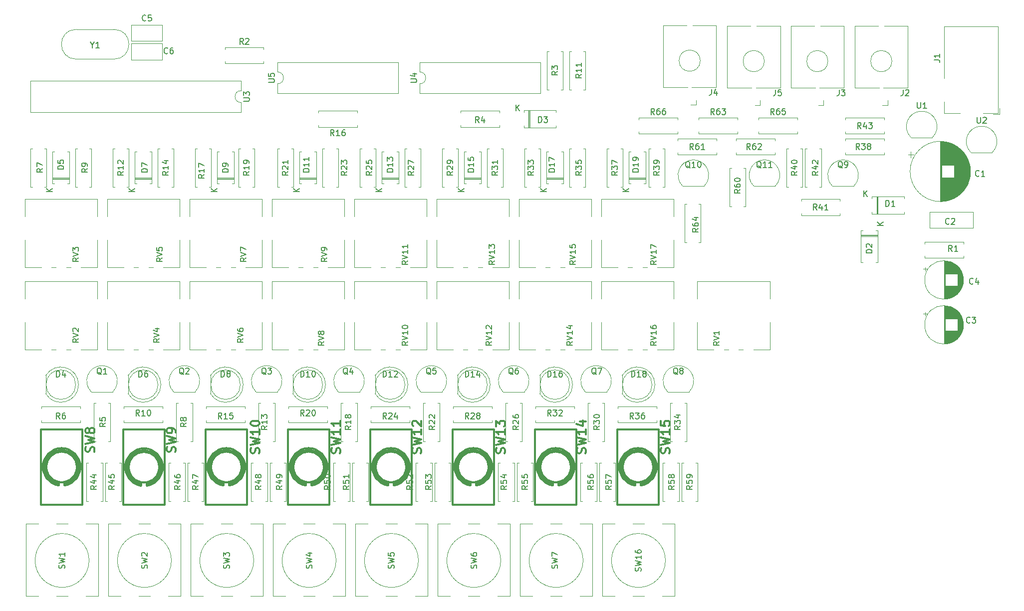
<source format=gbr>
%TF.GenerationSoftware,KiCad,Pcbnew,5.1.10-1.fc34*%
%TF.CreationDate,2021-07-16T04:01:23+02:00*%
%TF.ProjectId,sequencer8,73657175-656e-4636-9572-382e6b696361,rev?*%
%TF.SameCoordinates,Original*%
%TF.FileFunction,Legend,Top*%
%TF.FilePolarity,Positive*%
%FSLAX46Y46*%
G04 Gerber Fmt 4.6, Leading zero omitted, Abs format (unit mm)*
G04 Created by KiCad (PCBNEW 5.1.10-1.fc34) date 2021-07-16 04:01:23*
%MOMM*%
%LPD*%
G01*
G04 APERTURE LIST*
%ADD10C,0.120000*%
%ADD11C,0.378460*%
%ADD12C,0.150000*%
%ADD13C,0.304800*%
G04 APERTURE END LIST*
D10*
%TO.C,C2*%
X246430000Y-45620000D02*
X253870000Y-45620000D01*
X246430000Y-48360000D02*
X253870000Y-48360000D01*
X246430000Y-45620000D02*
X246430000Y-48360000D01*
X253870000Y-45620000D02*
X253870000Y-48360000D01*
%TO.C,RV1*%
X207027000Y-68970000D02*
X207027000Y-64304000D01*
X207027000Y-60395000D02*
X207027000Y-57380000D01*
X219367000Y-68970000D02*
X219367000Y-64304000D01*
X219367000Y-60395000D02*
X219367000Y-57380000D01*
X207027000Y-68970000D02*
X209826000Y-68970000D01*
X211568000Y-68970000D02*
X212327000Y-68970000D01*
X214068000Y-68970000D02*
X214827000Y-68970000D01*
X216567000Y-68970000D02*
X219367000Y-68970000D01*
X207027000Y-57380000D02*
X219367000Y-57380000D01*
%TO.C,C3*%
X245714759Y-62616000D02*
X245714759Y-63246000D01*
X245399759Y-62931000D02*
X246029759Y-62931000D01*
X252141000Y-64368000D02*
X252141000Y-65172000D01*
X252101000Y-64137000D02*
X252101000Y-65403000D01*
X252061000Y-63968000D02*
X252061000Y-65572000D01*
X252021000Y-63830000D02*
X252021000Y-65710000D01*
X251981000Y-63711000D02*
X251981000Y-65829000D01*
X251941000Y-63605000D02*
X251941000Y-65935000D01*
X251901000Y-63508000D02*
X251901000Y-66032000D01*
X251861000Y-63420000D02*
X251861000Y-66120000D01*
X251821000Y-63338000D02*
X251821000Y-66202000D01*
X251781000Y-63261000D02*
X251781000Y-66279000D01*
X251741000Y-63189000D02*
X251741000Y-66351000D01*
X251701000Y-63120000D02*
X251701000Y-66420000D01*
X251661000Y-63056000D02*
X251661000Y-66484000D01*
X251621000Y-62994000D02*
X251621000Y-66546000D01*
X251581000Y-62936000D02*
X251581000Y-66604000D01*
X251541000Y-62880000D02*
X251541000Y-66660000D01*
X251501000Y-62826000D02*
X251501000Y-66714000D01*
X251461000Y-62775000D02*
X251461000Y-66765000D01*
X251421000Y-62726000D02*
X251421000Y-66814000D01*
X251381000Y-62678000D02*
X251381000Y-66862000D01*
X251341000Y-62633000D02*
X251341000Y-66907000D01*
X251301000Y-62588000D02*
X251301000Y-66952000D01*
X251261000Y-62546000D02*
X251261000Y-66994000D01*
X251221000Y-62505000D02*
X251221000Y-67035000D01*
X251181000Y-65810000D02*
X251181000Y-67075000D01*
X251181000Y-62465000D02*
X251181000Y-63730000D01*
X251141000Y-65810000D02*
X251141000Y-67113000D01*
X251141000Y-62427000D02*
X251141000Y-63730000D01*
X251101000Y-65810000D02*
X251101000Y-67150000D01*
X251101000Y-62390000D02*
X251101000Y-63730000D01*
X251061000Y-65810000D02*
X251061000Y-67186000D01*
X251061000Y-62354000D02*
X251061000Y-63730000D01*
X251021000Y-65810000D02*
X251021000Y-67220000D01*
X251021000Y-62320000D02*
X251021000Y-63730000D01*
X250981000Y-65810000D02*
X250981000Y-67254000D01*
X250981000Y-62286000D02*
X250981000Y-63730000D01*
X250941000Y-65810000D02*
X250941000Y-67286000D01*
X250941000Y-62254000D02*
X250941000Y-63730000D01*
X250901000Y-65810000D02*
X250901000Y-67318000D01*
X250901000Y-62222000D02*
X250901000Y-63730000D01*
X250861000Y-65810000D02*
X250861000Y-67348000D01*
X250861000Y-62192000D02*
X250861000Y-63730000D01*
X250821000Y-65810000D02*
X250821000Y-67377000D01*
X250821000Y-62163000D02*
X250821000Y-63730000D01*
X250781000Y-65810000D02*
X250781000Y-67406000D01*
X250781000Y-62134000D02*
X250781000Y-63730000D01*
X250741000Y-65810000D02*
X250741000Y-67434000D01*
X250741000Y-62106000D02*
X250741000Y-63730000D01*
X250701000Y-65810000D02*
X250701000Y-67460000D01*
X250701000Y-62080000D02*
X250701000Y-63730000D01*
X250661000Y-65810000D02*
X250661000Y-67486000D01*
X250661000Y-62054000D02*
X250661000Y-63730000D01*
X250621000Y-65810000D02*
X250621000Y-67512000D01*
X250621000Y-62028000D02*
X250621000Y-63730000D01*
X250581000Y-65810000D02*
X250581000Y-67536000D01*
X250581000Y-62004000D02*
X250581000Y-63730000D01*
X250541000Y-65810000D02*
X250541000Y-67560000D01*
X250541000Y-61980000D02*
X250541000Y-63730000D01*
X250501000Y-65810000D02*
X250501000Y-67582000D01*
X250501000Y-61958000D02*
X250501000Y-63730000D01*
X250461000Y-65810000D02*
X250461000Y-67604000D01*
X250461000Y-61936000D02*
X250461000Y-63730000D01*
X250421000Y-65810000D02*
X250421000Y-67626000D01*
X250421000Y-61914000D02*
X250421000Y-63730000D01*
X250381000Y-65810000D02*
X250381000Y-67646000D01*
X250381000Y-61894000D02*
X250381000Y-63730000D01*
X250341000Y-65810000D02*
X250341000Y-67666000D01*
X250341000Y-61874000D02*
X250341000Y-63730000D01*
X250301000Y-65810000D02*
X250301000Y-67686000D01*
X250301000Y-61854000D02*
X250301000Y-63730000D01*
X250261000Y-65810000D02*
X250261000Y-67704000D01*
X250261000Y-61836000D02*
X250261000Y-63730000D01*
X250221000Y-65810000D02*
X250221000Y-67722000D01*
X250221000Y-61818000D02*
X250221000Y-63730000D01*
X250181000Y-65810000D02*
X250181000Y-67740000D01*
X250181000Y-61800000D02*
X250181000Y-63730000D01*
X250141000Y-65810000D02*
X250141000Y-67756000D01*
X250141000Y-61784000D02*
X250141000Y-63730000D01*
X250101000Y-65810000D02*
X250101000Y-67772000D01*
X250101000Y-61768000D02*
X250101000Y-63730000D01*
X250061000Y-65810000D02*
X250061000Y-67788000D01*
X250061000Y-61752000D02*
X250061000Y-63730000D01*
X250021000Y-65810000D02*
X250021000Y-67803000D01*
X250021000Y-61737000D02*
X250021000Y-63730000D01*
X249981000Y-65810000D02*
X249981000Y-67817000D01*
X249981000Y-61723000D02*
X249981000Y-63730000D01*
X249941000Y-65810000D02*
X249941000Y-67831000D01*
X249941000Y-61709000D02*
X249941000Y-63730000D01*
X249901000Y-65810000D02*
X249901000Y-67844000D01*
X249901000Y-61696000D02*
X249901000Y-63730000D01*
X249861000Y-65810000D02*
X249861000Y-67856000D01*
X249861000Y-61684000D02*
X249861000Y-63730000D01*
X249821000Y-65810000D02*
X249821000Y-67868000D01*
X249821000Y-61672000D02*
X249821000Y-63730000D01*
X249781000Y-65810000D02*
X249781000Y-67880000D01*
X249781000Y-61660000D02*
X249781000Y-63730000D01*
X249741000Y-65810000D02*
X249741000Y-67891000D01*
X249741000Y-61649000D02*
X249741000Y-63730000D01*
X249701000Y-65810000D02*
X249701000Y-67901000D01*
X249701000Y-61639000D02*
X249701000Y-63730000D01*
X249661000Y-65810000D02*
X249661000Y-67911000D01*
X249661000Y-61629000D02*
X249661000Y-63730000D01*
X249621000Y-65810000D02*
X249621000Y-67920000D01*
X249621000Y-61620000D02*
X249621000Y-63730000D01*
X249580000Y-65810000D02*
X249580000Y-67929000D01*
X249580000Y-61611000D02*
X249580000Y-63730000D01*
X249540000Y-65810000D02*
X249540000Y-67937000D01*
X249540000Y-61603000D02*
X249540000Y-63730000D01*
X249500000Y-65810000D02*
X249500000Y-67945000D01*
X249500000Y-61595000D02*
X249500000Y-63730000D01*
X249460000Y-65810000D02*
X249460000Y-67952000D01*
X249460000Y-61588000D02*
X249460000Y-63730000D01*
X249420000Y-65810000D02*
X249420000Y-67959000D01*
X249420000Y-61581000D02*
X249420000Y-63730000D01*
X249380000Y-65810000D02*
X249380000Y-67965000D01*
X249380000Y-61575000D02*
X249380000Y-63730000D01*
X249340000Y-65810000D02*
X249340000Y-67971000D01*
X249340000Y-61569000D02*
X249340000Y-63730000D01*
X249300000Y-65810000D02*
X249300000Y-67976000D01*
X249300000Y-61564000D02*
X249300000Y-63730000D01*
X249260000Y-65810000D02*
X249260000Y-67981000D01*
X249260000Y-61559000D02*
X249260000Y-63730000D01*
X249220000Y-65810000D02*
X249220000Y-67985000D01*
X249220000Y-61555000D02*
X249220000Y-63730000D01*
X249180000Y-65810000D02*
X249180000Y-67988000D01*
X249180000Y-61552000D02*
X249180000Y-63730000D01*
X249140000Y-65810000D02*
X249140000Y-67992000D01*
X249140000Y-61548000D02*
X249140000Y-63730000D01*
X249100000Y-61546000D02*
X249100000Y-67994000D01*
X249060000Y-61543000D02*
X249060000Y-67997000D01*
X249020000Y-61542000D02*
X249020000Y-67998000D01*
X248980000Y-61540000D02*
X248980000Y-68000000D01*
X248940000Y-61540000D02*
X248940000Y-68000000D01*
X248900000Y-61540000D02*
X248900000Y-68000000D01*
X252170000Y-64770000D02*
G75*
G03*
X252170000Y-64770000I-3270000J0D01*
G01*
%TO.C,C4*%
X252170000Y-57150000D02*
G75*
G03*
X252170000Y-57150000I-3270000J0D01*
G01*
X248900000Y-53920000D02*
X248900000Y-60380000D01*
X248940000Y-53920000D02*
X248940000Y-60380000D01*
X248980000Y-53920000D02*
X248980000Y-60380000D01*
X249020000Y-53922000D02*
X249020000Y-60378000D01*
X249060000Y-53923000D02*
X249060000Y-60377000D01*
X249100000Y-53926000D02*
X249100000Y-60374000D01*
X249140000Y-53928000D02*
X249140000Y-56110000D01*
X249140000Y-58190000D02*
X249140000Y-60372000D01*
X249180000Y-53932000D02*
X249180000Y-56110000D01*
X249180000Y-58190000D02*
X249180000Y-60368000D01*
X249220000Y-53935000D02*
X249220000Y-56110000D01*
X249220000Y-58190000D02*
X249220000Y-60365000D01*
X249260000Y-53939000D02*
X249260000Y-56110000D01*
X249260000Y-58190000D02*
X249260000Y-60361000D01*
X249300000Y-53944000D02*
X249300000Y-56110000D01*
X249300000Y-58190000D02*
X249300000Y-60356000D01*
X249340000Y-53949000D02*
X249340000Y-56110000D01*
X249340000Y-58190000D02*
X249340000Y-60351000D01*
X249380000Y-53955000D02*
X249380000Y-56110000D01*
X249380000Y-58190000D02*
X249380000Y-60345000D01*
X249420000Y-53961000D02*
X249420000Y-56110000D01*
X249420000Y-58190000D02*
X249420000Y-60339000D01*
X249460000Y-53968000D02*
X249460000Y-56110000D01*
X249460000Y-58190000D02*
X249460000Y-60332000D01*
X249500000Y-53975000D02*
X249500000Y-56110000D01*
X249500000Y-58190000D02*
X249500000Y-60325000D01*
X249540000Y-53983000D02*
X249540000Y-56110000D01*
X249540000Y-58190000D02*
X249540000Y-60317000D01*
X249580000Y-53991000D02*
X249580000Y-56110000D01*
X249580000Y-58190000D02*
X249580000Y-60309000D01*
X249621000Y-54000000D02*
X249621000Y-56110000D01*
X249621000Y-58190000D02*
X249621000Y-60300000D01*
X249661000Y-54009000D02*
X249661000Y-56110000D01*
X249661000Y-58190000D02*
X249661000Y-60291000D01*
X249701000Y-54019000D02*
X249701000Y-56110000D01*
X249701000Y-58190000D02*
X249701000Y-60281000D01*
X249741000Y-54029000D02*
X249741000Y-56110000D01*
X249741000Y-58190000D02*
X249741000Y-60271000D01*
X249781000Y-54040000D02*
X249781000Y-56110000D01*
X249781000Y-58190000D02*
X249781000Y-60260000D01*
X249821000Y-54052000D02*
X249821000Y-56110000D01*
X249821000Y-58190000D02*
X249821000Y-60248000D01*
X249861000Y-54064000D02*
X249861000Y-56110000D01*
X249861000Y-58190000D02*
X249861000Y-60236000D01*
X249901000Y-54076000D02*
X249901000Y-56110000D01*
X249901000Y-58190000D02*
X249901000Y-60224000D01*
X249941000Y-54089000D02*
X249941000Y-56110000D01*
X249941000Y-58190000D02*
X249941000Y-60211000D01*
X249981000Y-54103000D02*
X249981000Y-56110000D01*
X249981000Y-58190000D02*
X249981000Y-60197000D01*
X250021000Y-54117000D02*
X250021000Y-56110000D01*
X250021000Y-58190000D02*
X250021000Y-60183000D01*
X250061000Y-54132000D02*
X250061000Y-56110000D01*
X250061000Y-58190000D02*
X250061000Y-60168000D01*
X250101000Y-54148000D02*
X250101000Y-56110000D01*
X250101000Y-58190000D02*
X250101000Y-60152000D01*
X250141000Y-54164000D02*
X250141000Y-56110000D01*
X250141000Y-58190000D02*
X250141000Y-60136000D01*
X250181000Y-54180000D02*
X250181000Y-56110000D01*
X250181000Y-58190000D02*
X250181000Y-60120000D01*
X250221000Y-54198000D02*
X250221000Y-56110000D01*
X250221000Y-58190000D02*
X250221000Y-60102000D01*
X250261000Y-54216000D02*
X250261000Y-56110000D01*
X250261000Y-58190000D02*
X250261000Y-60084000D01*
X250301000Y-54234000D02*
X250301000Y-56110000D01*
X250301000Y-58190000D02*
X250301000Y-60066000D01*
X250341000Y-54254000D02*
X250341000Y-56110000D01*
X250341000Y-58190000D02*
X250341000Y-60046000D01*
X250381000Y-54274000D02*
X250381000Y-56110000D01*
X250381000Y-58190000D02*
X250381000Y-60026000D01*
X250421000Y-54294000D02*
X250421000Y-56110000D01*
X250421000Y-58190000D02*
X250421000Y-60006000D01*
X250461000Y-54316000D02*
X250461000Y-56110000D01*
X250461000Y-58190000D02*
X250461000Y-59984000D01*
X250501000Y-54338000D02*
X250501000Y-56110000D01*
X250501000Y-58190000D02*
X250501000Y-59962000D01*
X250541000Y-54360000D02*
X250541000Y-56110000D01*
X250541000Y-58190000D02*
X250541000Y-59940000D01*
X250581000Y-54384000D02*
X250581000Y-56110000D01*
X250581000Y-58190000D02*
X250581000Y-59916000D01*
X250621000Y-54408000D02*
X250621000Y-56110000D01*
X250621000Y-58190000D02*
X250621000Y-59892000D01*
X250661000Y-54434000D02*
X250661000Y-56110000D01*
X250661000Y-58190000D02*
X250661000Y-59866000D01*
X250701000Y-54460000D02*
X250701000Y-56110000D01*
X250701000Y-58190000D02*
X250701000Y-59840000D01*
X250741000Y-54486000D02*
X250741000Y-56110000D01*
X250741000Y-58190000D02*
X250741000Y-59814000D01*
X250781000Y-54514000D02*
X250781000Y-56110000D01*
X250781000Y-58190000D02*
X250781000Y-59786000D01*
X250821000Y-54543000D02*
X250821000Y-56110000D01*
X250821000Y-58190000D02*
X250821000Y-59757000D01*
X250861000Y-54572000D02*
X250861000Y-56110000D01*
X250861000Y-58190000D02*
X250861000Y-59728000D01*
X250901000Y-54602000D02*
X250901000Y-56110000D01*
X250901000Y-58190000D02*
X250901000Y-59698000D01*
X250941000Y-54634000D02*
X250941000Y-56110000D01*
X250941000Y-58190000D02*
X250941000Y-59666000D01*
X250981000Y-54666000D02*
X250981000Y-56110000D01*
X250981000Y-58190000D02*
X250981000Y-59634000D01*
X251021000Y-54700000D02*
X251021000Y-56110000D01*
X251021000Y-58190000D02*
X251021000Y-59600000D01*
X251061000Y-54734000D02*
X251061000Y-56110000D01*
X251061000Y-58190000D02*
X251061000Y-59566000D01*
X251101000Y-54770000D02*
X251101000Y-56110000D01*
X251101000Y-58190000D02*
X251101000Y-59530000D01*
X251141000Y-54807000D02*
X251141000Y-56110000D01*
X251141000Y-58190000D02*
X251141000Y-59493000D01*
X251181000Y-54845000D02*
X251181000Y-56110000D01*
X251181000Y-58190000D02*
X251181000Y-59455000D01*
X251221000Y-54885000D02*
X251221000Y-59415000D01*
X251261000Y-54926000D02*
X251261000Y-59374000D01*
X251301000Y-54968000D02*
X251301000Y-59332000D01*
X251341000Y-55013000D02*
X251341000Y-59287000D01*
X251381000Y-55058000D02*
X251381000Y-59242000D01*
X251421000Y-55106000D02*
X251421000Y-59194000D01*
X251461000Y-55155000D02*
X251461000Y-59145000D01*
X251501000Y-55206000D02*
X251501000Y-59094000D01*
X251541000Y-55260000D02*
X251541000Y-59040000D01*
X251581000Y-55316000D02*
X251581000Y-58984000D01*
X251621000Y-55374000D02*
X251621000Y-58926000D01*
X251661000Y-55436000D02*
X251661000Y-58864000D01*
X251701000Y-55500000D02*
X251701000Y-58800000D01*
X251741000Y-55569000D02*
X251741000Y-58731000D01*
X251781000Y-55641000D02*
X251781000Y-58659000D01*
X251821000Y-55718000D02*
X251821000Y-58582000D01*
X251861000Y-55800000D02*
X251861000Y-58500000D01*
X251901000Y-55888000D02*
X251901000Y-58412000D01*
X251941000Y-55985000D02*
X251941000Y-58315000D01*
X251981000Y-56091000D02*
X251981000Y-58209000D01*
X252021000Y-56210000D02*
X252021000Y-58090000D01*
X252061000Y-56348000D02*
X252061000Y-57952000D01*
X252101000Y-56517000D02*
X252101000Y-57783000D01*
X252141000Y-56748000D02*
X252141000Y-57552000D01*
X245399759Y-55311000D02*
X246029759Y-55311000D01*
X245714759Y-54996000D02*
X245714759Y-55626000D01*
%TO.C,R60*%
X214908000Y-38132000D02*
X215238000Y-38132000D01*
X215238000Y-38132000D02*
X215238000Y-44672000D01*
X215238000Y-44672000D02*
X214908000Y-44672000D01*
X212828000Y-38132000D02*
X212498000Y-38132000D01*
X212498000Y-38132000D02*
X212498000Y-44672000D01*
X212498000Y-44672000D02*
X212828000Y-44672000D01*
%TO.C,R43*%
X232188000Y-29948000D02*
X232188000Y-29618000D01*
X232188000Y-29618000D02*
X238728000Y-29618000D01*
X238728000Y-29618000D02*
X238728000Y-29948000D01*
X232188000Y-32028000D02*
X232188000Y-32358000D01*
X232188000Y-32358000D02*
X238728000Y-32358000D01*
X238728000Y-32358000D02*
X238728000Y-32028000D01*
%TO.C,R41*%
X231235000Y-46201000D02*
X231235000Y-45871000D01*
X224695000Y-46201000D02*
X231235000Y-46201000D01*
X224695000Y-45871000D02*
X224695000Y-46201000D01*
X231235000Y-43461000D02*
X231235000Y-43791000D01*
X224695000Y-43461000D02*
X231235000Y-43461000D01*
X224695000Y-43791000D02*
X224695000Y-43461000D01*
%TO.C,Q9*%
X229975000Y-41220000D02*
X233575000Y-41220000D01*
X233613478Y-41208478D02*
G75*
G03*
X231775000Y-36770000I-1838478J1838478D01*
G01*
X229936522Y-41208478D02*
G75*
G02*
X231775000Y-36770000I1838478J1838478D01*
G01*
%TO.C,R1*%
X245650000Y-51030000D02*
X245650000Y-50700000D01*
X245650000Y-50700000D02*
X252190000Y-50700000D01*
X252190000Y-50700000D02*
X252190000Y-51030000D01*
X245650000Y-53110000D02*
X245650000Y-53440000D01*
X245650000Y-53440000D02*
X252190000Y-53440000D01*
X252190000Y-53440000D02*
X252190000Y-53110000D01*
%TO.C,R38*%
X238728000Y-35914000D02*
X238728000Y-35584000D01*
X232188000Y-35914000D02*
X238728000Y-35914000D01*
X232188000Y-35584000D02*
X232188000Y-35914000D01*
X238728000Y-33174000D02*
X238728000Y-33504000D01*
X232188000Y-33174000D02*
X238728000Y-33174000D01*
X232188000Y-33504000D02*
X232188000Y-33174000D01*
%TO.C,R64*%
X204878000Y-50768000D02*
X205208000Y-50768000D01*
X204878000Y-44228000D02*
X204878000Y-50768000D01*
X205208000Y-44228000D02*
X204878000Y-44228000D01*
X207618000Y-50768000D02*
X207288000Y-50768000D01*
X207618000Y-44228000D02*
X207618000Y-50768000D01*
X207288000Y-44228000D02*
X207618000Y-44228000D01*
%TO.C,C1*%
X253385000Y-38735000D02*
G75*
G03*
X253385000Y-38735000I-5120000J0D01*
G01*
X248265000Y-33655000D02*
X248265000Y-43815000D01*
X248305000Y-33655000D02*
X248305000Y-43815000D01*
X248345000Y-33655000D02*
X248345000Y-43815000D01*
X248385000Y-33656000D02*
X248385000Y-43814000D01*
X248425000Y-33657000D02*
X248425000Y-43813000D01*
X248465000Y-33658000D02*
X248465000Y-43812000D01*
X248505000Y-33660000D02*
X248505000Y-37695000D01*
X248505000Y-39775000D02*
X248505000Y-43810000D01*
X248545000Y-33662000D02*
X248545000Y-37695000D01*
X248545000Y-39775000D02*
X248545000Y-43808000D01*
X248585000Y-33665000D02*
X248585000Y-37695000D01*
X248585000Y-39775000D02*
X248585000Y-43805000D01*
X248625000Y-33667000D02*
X248625000Y-37695000D01*
X248625000Y-39775000D02*
X248625000Y-43803000D01*
X248665000Y-33670000D02*
X248665000Y-37695000D01*
X248665000Y-39775000D02*
X248665000Y-43800000D01*
X248705000Y-33673000D02*
X248705000Y-37695000D01*
X248705000Y-39775000D02*
X248705000Y-43797000D01*
X248745000Y-33677000D02*
X248745000Y-37695000D01*
X248745000Y-39775000D02*
X248745000Y-43793000D01*
X248785000Y-33681000D02*
X248785000Y-37695000D01*
X248785000Y-39775000D02*
X248785000Y-43789000D01*
X248825000Y-33685000D02*
X248825000Y-37695000D01*
X248825000Y-39775000D02*
X248825000Y-43785000D01*
X248865000Y-33690000D02*
X248865000Y-37695000D01*
X248865000Y-39775000D02*
X248865000Y-43780000D01*
X248905000Y-33695000D02*
X248905000Y-37695000D01*
X248905000Y-39775000D02*
X248905000Y-43775000D01*
X248945000Y-33700000D02*
X248945000Y-37695000D01*
X248945000Y-39775000D02*
X248945000Y-43770000D01*
X248986000Y-33705000D02*
X248986000Y-37695000D01*
X248986000Y-39775000D02*
X248986000Y-43765000D01*
X249026000Y-33711000D02*
X249026000Y-37695000D01*
X249026000Y-39775000D02*
X249026000Y-43759000D01*
X249066000Y-33717000D02*
X249066000Y-37695000D01*
X249066000Y-39775000D02*
X249066000Y-43753000D01*
X249106000Y-33724000D02*
X249106000Y-37695000D01*
X249106000Y-39775000D02*
X249106000Y-43746000D01*
X249146000Y-33731000D02*
X249146000Y-37695000D01*
X249146000Y-39775000D02*
X249146000Y-43739000D01*
X249186000Y-33738000D02*
X249186000Y-37695000D01*
X249186000Y-39775000D02*
X249186000Y-43732000D01*
X249226000Y-33745000D02*
X249226000Y-37695000D01*
X249226000Y-39775000D02*
X249226000Y-43725000D01*
X249266000Y-33753000D02*
X249266000Y-37695000D01*
X249266000Y-39775000D02*
X249266000Y-43717000D01*
X249306000Y-33761000D02*
X249306000Y-37695000D01*
X249306000Y-39775000D02*
X249306000Y-43709000D01*
X249346000Y-33770000D02*
X249346000Y-37695000D01*
X249346000Y-39775000D02*
X249346000Y-43700000D01*
X249386000Y-33779000D02*
X249386000Y-37695000D01*
X249386000Y-39775000D02*
X249386000Y-43691000D01*
X249426000Y-33788000D02*
X249426000Y-37695000D01*
X249426000Y-39775000D02*
X249426000Y-43682000D01*
X249466000Y-33797000D02*
X249466000Y-37695000D01*
X249466000Y-39775000D02*
X249466000Y-43673000D01*
X249506000Y-33807000D02*
X249506000Y-37695000D01*
X249506000Y-39775000D02*
X249506000Y-43663000D01*
X249546000Y-33817000D02*
X249546000Y-37695000D01*
X249546000Y-39775000D02*
X249546000Y-43653000D01*
X249586000Y-33828000D02*
X249586000Y-37695000D01*
X249586000Y-39775000D02*
X249586000Y-43642000D01*
X249626000Y-33838000D02*
X249626000Y-37695000D01*
X249626000Y-39775000D02*
X249626000Y-43632000D01*
X249666000Y-33850000D02*
X249666000Y-37695000D01*
X249666000Y-39775000D02*
X249666000Y-43620000D01*
X249706000Y-33861000D02*
X249706000Y-37695000D01*
X249706000Y-39775000D02*
X249706000Y-43609000D01*
X249746000Y-33873000D02*
X249746000Y-37695000D01*
X249746000Y-39775000D02*
X249746000Y-43597000D01*
X249786000Y-33885000D02*
X249786000Y-37695000D01*
X249786000Y-39775000D02*
X249786000Y-43585000D01*
X249826000Y-33898000D02*
X249826000Y-37695000D01*
X249826000Y-39775000D02*
X249826000Y-43572000D01*
X249866000Y-33911000D02*
X249866000Y-37695000D01*
X249866000Y-39775000D02*
X249866000Y-43559000D01*
X249906000Y-33924000D02*
X249906000Y-37695000D01*
X249906000Y-39775000D02*
X249906000Y-43546000D01*
X249946000Y-33938000D02*
X249946000Y-37695000D01*
X249946000Y-39775000D02*
X249946000Y-43532000D01*
X249986000Y-33952000D02*
X249986000Y-37695000D01*
X249986000Y-39775000D02*
X249986000Y-43518000D01*
X250026000Y-33967000D02*
X250026000Y-37695000D01*
X250026000Y-39775000D02*
X250026000Y-43503000D01*
X250066000Y-33981000D02*
X250066000Y-37695000D01*
X250066000Y-39775000D02*
X250066000Y-43489000D01*
X250106000Y-33997000D02*
X250106000Y-37695000D01*
X250106000Y-39775000D02*
X250106000Y-43473000D01*
X250146000Y-34012000D02*
X250146000Y-37695000D01*
X250146000Y-39775000D02*
X250146000Y-43458000D01*
X250186000Y-34028000D02*
X250186000Y-37695000D01*
X250186000Y-39775000D02*
X250186000Y-43442000D01*
X250226000Y-34045000D02*
X250226000Y-37695000D01*
X250226000Y-39775000D02*
X250226000Y-43425000D01*
X250266000Y-34061000D02*
X250266000Y-37695000D01*
X250266000Y-39775000D02*
X250266000Y-43409000D01*
X250306000Y-34078000D02*
X250306000Y-37695000D01*
X250306000Y-39775000D02*
X250306000Y-43392000D01*
X250346000Y-34096000D02*
X250346000Y-37695000D01*
X250346000Y-39775000D02*
X250346000Y-43374000D01*
X250386000Y-34114000D02*
X250386000Y-37695000D01*
X250386000Y-39775000D02*
X250386000Y-43356000D01*
X250426000Y-34132000D02*
X250426000Y-37695000D01*
X250426000Y-39775000D02*
X250426000Y-43338000D01*
X250466000Y-34151000D02*
X250466000Y-37695000D01*
X250466000Y-39775000D02*
X250466000Y-43319000D01*
X250506000Y-34171000D02*
X250506000Y-37695000D01*
X250506000Y-39775000D02*
X250506000Y-43299000D01*
X250546000Y-34190000D02*
X250546000Y-37695000D01*
X250546000Y-39775000D02*
X250546000Y-43280000D01*
X250586000Y-34210000D02*
X250586000Y-43260000D01*
X250626000Y-34231000D02*
X250626000Y-43239000D01*
X250666000Y-34252000D02*
X250666000Y-43218000D01*
X250706000Y-34273000D02*
X250706000Y-43197000D01*
X250746000Y-34295000D02*
X250746000Y-43175000D01*
X250786000Y-34318000D02*
X250786000Y-43152000D01*
X250826000Y-34340000D02*
X250826000Y-43130000D01*
X250866000Y-34364000D02*
X250866000Y-43106000D01*
X250906000Y-34388000D02*
X250906000Y-43082000D01*
X250946000Y-34412000D02*
X250946000Y-43058000D01*
X250986000Y-34437000D02*
X250986000Y-43033000D01*
X251026000Y-34462000D02*
X251026000Y-43008000D01*
X251066000Y-34488000D02*
X251066000Y-42982000D01*
X251106000Y-34514000D02*
X251106000Y-42956000D01*
X251146000Y-34541000D02*
X251146000Y-42929000D01*
X251186000Y-34569000D02*
X251186000Y-42901000D01*
X251226000Y-34597000D02*
X251226000Y-42873000D01*
X251266000Y-34625000D02*
X251266000Y-42845000D01*
X251306000Y-34655000D02*
X251306000Y-42815000D01*
X251346000Y-34685000D02*
X251346000Y-42785000D01*
X251386000Y-34715000D02*
X251386000Y-42755000D01*
X251426000Y-34746000D02*
X251426000Y-42724000D01*
X251466000Y-34778000D02*
X251466000Y-42692000D01*
X251506000Y-34810000D02*
X251506000Y-42660000D01*
X251546000Y-34843000D02*
X251546000Y-42627000D01*
X251586000Y-34877000D02*
X251586000Y-42593000D01*
X251626000Y-34911000D02*
X251626000Y-42559000D01*
X251666000Y-34946000D02*
X251666000Y-42524000D01*
X251706000Y-34982000D02*
X251706000Y-42488000D01*
X251746000Y-35019000D02*
X251746000Y-42451000D01*
X251786000Y-35056000D02*
X251786000Y-42414000D01*
X251826000Y-35095000D02*
X251826000Y-42375000D01*
X251866000Y-35134000D02*
X251866000Y-42336000D01*
X251906000Y-35174000D02*
X251906000Y-42296000D01*
X251946000Y-35215000D02*
X251946000Y-42255000D01*
X251986000Y-35257000D02*
X251986000Y-42213000D01*
X252026000Y-35299000D02*
X252026000Y-42171000D01*
X252066000Y-35343000D02*
X252066000Y-42127000D01*
X252106000Y-35388000D02*
X252106000Y-42082000D01*
X252146000Y-35434000D02*
X252146000Y-42036000D01*
X252186000Y-35481000D02*
X252186000Y-41989000D01*
X252226000Y-35529000D02*
X252226000Y-41941000D01*
X252266000Y-35579000D02*
X252266000Y-41891000D01*
X252306000Y-35629000D02*
X252306000Y-41841000D01*
X252346000Y-35681000D02*
X252346000Y-41789000D01*
X252386000Y-35735000D02*
X252386000Y-41735000D01*
X252426000Y-35790000D02*
X252426000Y-41680000D01*
X252466000Y-35846000D02*
X252466000Y-41624000D01*
X252506000Y-35905000D02*
X252506000Y-41565000D01*
X252546000Y-35965000D02*
X252546000Y-41505000D01*
X252586000Y-36026000D02*
X252586000Y-41444000D01*
X252626000Y-36090000D02*
X252626000Y-41380000D01*
X252666000Y-36156000D02*
X252666000Y-41314000D01*
X252706000Y-36225000D02*
X252706000Y-41245000D01*
X252746000Y-36296000D02*
X252746000Y-41174000D01*
X252786000Y-36370000D02*
X252786000Y-41100000D01*
X252826000Y-36446000D02*
X252826000Y-41024000D01*
X252866000Y-36526000D02*
X252866000Y-40944000D01*
X252906000Y-36610000D02*
X252906000Y-40860000D01*
X252946000Y-36698000D02*
X252946000Y-40772000D01*
X252986000Y-36791000D02*
X252986000Y-40679000D01*
X253026000Y-36889000D02*
X253026000Y-40581000D01*
X253066000Y-36993000D02*
X253066000Y-40477000D01*
X253106000Y-37105000D02*
X253106000Y-40365000D01*
X253146000Y-37225000D02*
X253146000Y-40245000D01*
X253186000Y-37357000D02*
X253186000Y-40113000D01*
X253226000Y-37505000D02*
X253226000Y-39965000D01*
X253266000Y-37673000D02*
X253266000Y-39797000D01*
X253306000Y-37873000D02*
X253306000Y-39597000D01*
X253346000Y-38136000D02*
X253346000Y-39334000D01*
X242785354Y-35860000D02*
X243785354Y-35860000D01*
X243285354Y-35360000D02*
X243285354Y-36360000D01*
%TO.C,U1*%
X243310000Y-32965000D02*
X246910000Y-32965000D01*
X243271522Y-32953478D02*
G75*
G02*
X245110000Y-28515000I1838478J1838478D01*
G01*
X246948478Y-32953478D02*
G75*
G03*
X245110000Y-28515000I-1838478J1838478D01*
G01*
%TO.C,Q11*%
X216640000Y-41220000D02*
X220240000Y-41220000D01*
X216601522Y-41208478D02*
G75*
G02*
X218440000Y-36770000I1838478J1838478D01*
G01*
X220278478Y-41208478D02*
G75*
G03*
X218440000Y-36770000I-1838478J1838478D01*
G01*
%TO.C,R40*%
X228065000Y-34830000D02*
X227735000Y-34830000D01*
X228065000Y-41370000D02*
X228065000Y-34830000D01*
X227735000Y-41370000D02*
X228065000Y-41370000D01*
X225325000Y-34830000D02*
X225655000Y-34830000D01*
X225325000Y-41370000D02*
X225325000Y-34830000D01*
X225655000Y-41370000D02*
X225325000Y-41370000D01*
%TO.C,R62*%
X220186000Y-35914000D02*
X220186000Y-35584000D01*
X213646000Y-35914000D02*
X220186000Y-35914000D01*
X213646000Y-35584000D02*
X213646000Y-35914000D01*
X220186000Y-33174000D02*
X220186000Y-33504000D01*
X213646000Y-33174000D02*
X220186000Y-33174000D01*
X213646000Y-33504000D02*
X213646000Y-33174000D01*
%TO.C,D1*%
X237455000Y-42980000D02*
X237455000Y-45920000D01*
X237695000Y-42980000D02*
X237695000Y-45920000D01*
X237575000Y-42980000D02*
X237575000Y-45920000D01*
X242115000Y-45920000D02*
X242115000Y-45590000D01*
X236675000Y-45920000D02*
X242115000Y-45920000D01*
X236675000Y-45590000D02*
X236675000Y-45920000D01*
X242115000Y-42980000D02*
X242115000Y-43310000D01*
X236675000Y-42980000D02*
X242115000Y-42980000D01*
X236675000Y-43310000D02*
X236675000Y-42980000D01*
%TO.C,R63*%
X213836000Y-32358000D02*
X213836000Y-32028000D01*
X207296000Y-32358000D02*
X213836000Y-32358000D01*
X207296000Y-32028000D02*
X207296000Y-32358000D01*
X213836000Y-29618000D02*
X213836000Y-29948000D01*
X207296000Y-29618000D02*
X213836000Y-29618000D01*
X207296000Y-29948000D02*
X207296000Y-29618000D01*
%TO.C,U2*%
X253470000Y-35505000D02*
X257070000Y-35505000D01*
X257108478Y-35493478D02*
G75*
G03*
X255270000Y-31055000I-1838478J1838478D01*
G01*
X253431522Y-35493478D02*
G75*
G02*
X255270000Y-31055000I1838478J1838478D01*
G01*
%TO.C,R65*%
X217456000Y-29948000D02*
X217456000Y-29618000D01*
X217456000Y-29618000D02*
X223996000Y-29618000D01*
X223996000Y-29618000D02*
X223996000Y-29948000D01*
X217456000Y-32028000D02*
X217456000Y-32358000D01*
X217456000Y-32358000D02*
X223996000Y-32358000D01*
X223996000Y-32358000D02*
X223996000Y-32028000D01*
%TO.C,R61*%
X203740000Y-33174000D02*
X203740000Y-33504000D01*
X210280000Y-33174000D02*
X203740000Y-33174000D01*
X210280000Y-33504000D02*
X210280000Y-33174000D01*
X203740000Y-35914000D02*
X203740000Y-35584000D01*
X210280000Y-35914000D02*
X203740000Y-35914000D01*
X210280000Y-35584000D02*
X210280000Y-35914000D01*
%TO.C,R42*%
X224560000Y-34830000D02*
X224890000Y-34830000D01*
X224890000Y-34830000D02*
X224890000Y-41370000D01*
X224890000Y-41370000D02*
X224560000Y-41370000D01*
X222480000Y-34830000D02*
X222150000Y-34830000D01*
X222150000Y-34830000D02*
X222150000Y-41370000D01*
X222150000Y-41370000D02*
X222480000Y-41370000D01*
%TO.C,D2*%
X237360000Y-48715000D02*
X237690000Y-48715000D01*
X237690000Y-48715000D02*
X237690000Y-54155000D01*
X237690000Y-54155000D02*
X237360000Y-54155000D01*
X235080000Y-48715000D02*
X234750000Y-48715000D01*
X234750000Y-48715000D02*
X234750000Y-54155000D01*
X234750000Y-54155000D02*
X235080000Y-54155000D01*
X237690000Y-49615000D02*
X234750000Y-49615000D01*
X237690000Y-49735000D02*
X234750000Y-49735000D01*
X237690000Y-49495000D02*
X234750000Y-49495000D01*
%TO.C,D4*%
X101560000Y-74930000D02*
G75*
G03*
X101560000Y-74930000I-2500000J0D01*
G01*
X96500000Y-73385000D02*
X96500000Y-76475000D01*
X102050000Y-74930462D02*
G75*
G03*
X96500000Y-73385170I-2990000J462D01*
G01*
X102050000Y-74929538D02*
G75*
G02*
X96500000Y-76474830I-2990000J-462D01*
G01*
%TO.C,D6*%
X110470000Y-73385000D02*
X110470000Y-76475000D01*
X115530000Y-74930000D02*
G75*
G03*
X115530000Y-74930000I-2500000J0D01*
G01*
X116020000Y-74929538D02*
G75*
G02*
X110470000Y-76474830I-2990000J-462D01*
G01*
X116020000Y-74930462D02*
G75*
G03*
X110470000Y-73385170I-2990000J462D01*
G01*
%TO.C,D8*%
X129500000Y-74930000D02*
G75*
G03*
X129500000Y-74930000I-2500000J0D01*
G01*
X124440000Y-73385000D02*
X124440000Y-76475000D01*
X129990000Y-74930462D02*
G75*
G03*
X124440000Y-73385170I-2990000J462D01*
G01*
X129990000Y-74929538D02*
G75*
G02*
X124440000Y-76474830I-2990000J-462D01*
G01*
%TO.C,D10*%
X138410000Y-73385000D02*
X138410000Y-76475000D01*
X143470000Y-74930000D02*
G75*
G03*
X143470000Y-74930000I-2500000J0D01*
G01*
X143960000Y-74929538D02*
G75*
G02*
X138410000Y-76474830I-2990000J-462D01*
G01*
X143960000Y-74930462D02*
G75*
G03*
X138410000Y-73385170I-2990000J462D01*
G01*
%TO.C,D12*%
X152380000Y-73385000D02*
X152380000Y-76475000D01*
X157440000Y-74930000D02*
G75*
G03*
X157440000Y-74930000I-2500000J0D01*
G01*
X157930000Y-74929538D02*
G75*
G02*
X152380000Y-76474830I-2990000J-462D01*
G01*
X157930000Y-74930462D02*
G75*
G03*
X152380000Y-73385170I-2990000J462D01*
G01*
%TO.C,D14*%
X171410000Y-74930000D02*
G75*
G03*
X171410000Y-74930000I-2500000J0D01*
G01*
X166350000Y-73385000D02*
X166350000Y-76475000D01*
X171900000Y-74930462D02*
G75*
G03*
X166350000Y-73385170I-2990000J462D01*
G01*
X171900000Y-74929538D02*
G75*
G02*
X166350000Y-76474830I-2990000J-462D01*
G01*
%TO.C,D16*%
X185380000Y-74930000D02*
G75*
G03*
X185380000Y-74930000I-2500000J0D01*
G01*
X180320000Y-73385000D02*
X180320000Y-76475000D01*
X185870000Y-74930462D02*
G75*
G03*
X180320000Y-73385170I-2990000J462D01*
G01*
X185870000Y-74929538D02*
G75*
G02*
X180320000Y-76474830I-2990000J-462D01*
G01*
%TO.C,D18*%
X194290000Y-73385000D02*
X194290000Y-76475000D01*
X199350000Y-74930000D02*
G75*
G03*
X199350000Y-74930000I-2500000J0D01*
G01*
X199840000Y-74929538D02*
G75*
G02*
X194290000Y-76474830I-2990000J-462D01*
G01*
X199840000Y-74930462D02*
G75*
G03*
X194290000Y-73385170I-2990000J462D01*
G01*
%TO.C,Q1*%
X104245000Y-76145000D02*
X107845000Y-76145000D01*
X104206522Y-76133478D02*
G75*
G02*
X106045000Y-71695000I1838478J1838478D01*
G01*
X107883478Y-76133478D02*
G75*
G03*
X106045000Y-71695000I-1838478J1838478D01*
G01*
%TO.C,Q2*%
X118215000Y-76145000D02*
X121815000Y-76145000D01*
X118176522Y-76133478D02*
G75*
G02*
X120015000Y-71695000I1838478J1838478D01*
G01*
X121853478Y-76133478D02*
G75*
G03*
X120015000Y-71695000I-1838478J1838478D01*
G01*
%TO.C,Q3*%
X132185000Y-76145000D02*
X135785000Y-76145000D01*
X132146522Y-76133478D02*
G75*
G02*
X133985000Y-71695000I1838478J1838478D01*
G01*
X135823478Y-76133478D02*
G75*
G03*
X133985000Y-71695000I-1838478J1838478D01*
G01*
%TO.C,Q4*%
X146155000Y-76145000D02*
X149755000Y-76145000D01*
X149793478Y-76133478D02*
G75*
G03*
X147955000Y-71695000I-1838478J1838478D01*
G01*
X146116522Y-76133478D02*
G75*
G02*
X147955000Y-71695000I1838478J1838478D01*
G01*
%TO.C,Q5*%
X160125000Y-76145000D02*
X163725000Y-76145000D01*
X163763478Y-76133478D02*
G75*
G03*
X161925000Y-71695000I-1838478J1838478D01*
G01*
X160086522Y-76133478D02*
G75*
G02*
X161925000Y-71695000I1838478J1838478D01*
G01*
%TO.C,Q6*%
X174095000Y-76145000D02*
X177695000Y-76145000D01*
X174056522Y-76133478D02*
G75*
G02*
X175895000Y-71695000I1838478J1838478D01*
G01*
X177733478Y-76133478D02*
G75*
G03*
X175895000Y-71695000I-1838478J1838478D01*
G01*
%TO.C,Q7*%
X188065000Y-76145000D02*
X191665000Y-76145000D01*
X191703478Y-76133478D02*
G75*
G03*
X189865000Y-71695000I-1838478J1838478D01*
G01*
X188026522Y-76133478D02*
G75*
G02*
X189865000Y-71695000I1838478J1838478D01*
G01*
%TO.C,Q8*%
X202035000Y-76145000D02*
X205635000Y-76145000D01*
X201996522Y-76133478D02*
G75*
G02*
X203835000Y-71695000I1838478J1838478D01*
G01*
X205673478Y-76133478D02*
G75*
G03*
X203835000Y-71695000I-1838478J1838478D01*
G01*
%TO.C,Q10*%
X204575000Y-41220000D02*
X208175000Y-41220000D01*
X208213478Y-41208478D02*
G75*
G03*
X206375000Y-36770000I-1838478J1838478D01*
G01*
X204536522Y-41208478D02*
G75*
G02*
X206375000Y-36770000I1838478J1838478D01*
G01*
%TO.C,R2*%
X133445000Y-20420000D02*
X133445000Y-20090000D01*
X126905000Y-20420000D02*
X133445000Y-20420000D01*
X126905000Y-20090000D02*
X126905000Y-20420000D01*
X133445000Y-17680000D02*
X133445000Y-18010000D01*
X126905000Y-17680000D02*
X133445000Y-17680000D01*
X126905000Y-18010000D02*
X126905000Y-17680000D01*
%TO.C,R3*%
X181840000Y-24860000D02*
X181510000Y-24860000D01*
X181510000Y-24860000D02*
X181510000Y-18320000D01*
X181510000Y-18320000D02*
X181840000Y-18320000D01*
X183920000Y-24860000D02*
X184250000Y-24860000D01*
X184250000Y-24860000D02*
X184250000Y-18320000D01*
X184250000Y-18320000D02*
X183920000Y-18320000D01*
%TO.C,R4*%
X173450000Y-31215000D02*
X173450000Y-30885000D01*
X166910000Y-31215000D02*
X173450000Y-31215000D01*
X166910000Y-30885000D02*
X166910000Y-31215000D01*
X173450000Y-28475000D02*
X173450000Y-28805000D01*
X166910000Y-28475000D02*
X173450000Y-28475000D01*
X166910000Y-28805000D02*
X166910000Y-28475000D01*
%TO.C,R5*%
X107085000Y-78010000D02*
X107415000Y-78010000D01*
X107415000Y-78010000D02*
X107415000Y-84550000D01*
X107415000Y-84550000D02*
X107085000Y-84550000D01*
X105005000Y-78010000D02*
X104675000Y-78010000D01*
X104675000Y-78010000D02*
X104675000Y-84550000D01*
X104675000Y-84550000D02*
X105005000Y-84550000D01*
%TO.C,R6*%
X95790000Y-78970000D02*
X95790000Y-78640000D01*
X95790000Y-78640000D02*
X102330000Y-78640000D01*
X102330000Y-78640000D02*
X102330000Y-78970000D01*
X95790000Y-81050000D02*
X95790000Y-81380000D01*
X95790000Y-81380000D02*
X102330000Y-81380000D01*
X102330000Y-81380000D02*
X102330000Y-81050000D01*
%TO.C,R7*%
X96290000Y-34830000D02*
X96620000Y-34830000D01*
X96620000Y-34830000D02*
X96620000Y-41370000D01*
X96620000Y-41370000D02*
X96290000Y-41370000D01*
X94210000Y-34830000D02*
X93880000Y-34830000D01*
X93880000Y-34830000D02*
X93880000Y-41370000D01*
X93880000Y-41370000D02*
X94210000Y-41370000D01*
%TO.C,R8*%
X118645000Y-84550000D02*
X118975000Y-84550000D01*
X118645000Y-78010000D02*
X118645000Y-84550000D01*
X118975000Y-78010000D02*
X118645000Y-78010000D01*
X121385000Y-84550000D02*
X121055000Y-84550000D01*
X121385000Y-78010000D02*
X121385000Y-84550000D01*
X121055000Y-78010000D02*
X121385000Y-78010000D01*
%TO.C,R9*%
X103910000Y-34830000D02*
X104240000Y-34830000D01*
X104240000Y-34830000D02*
X104240000Y-41370000D01*
X104240000Y-41370000D02*
X103910000Y-41370000D01*
X101830000Y-34830000D02*
X101500000Y-34830000D01*
X101500000Y-34830000D02*
X101500000Y-41370000D01*
X101500000Y-41370000D02*
X101830000Y-41370000D01*
%TO.C,R10*%
X109760000Y-78970000D02*
X109760000Y-78640000D01*
X109760000Y-78640000D02*
X116300000Y-78640000D01*
X116300000Y-78640000D02*
X116300000Y-78970000D01*
X109760000Y-81050000D02*
X109760000Y-81380000D01*
X109760000Y-81380000D02*
X116300000Y-81380000D01*
X116300000Y-81380000D02*
X116300000Y-81050000D01*
%TO.C,R11*%
X185650000Y-24860000D02*
X185320000Y-24860000D01*
X185320000Y-24860000D02*
X185320000Y-18320000D01*
X185320000Y-18320000D02*
X185650000Y-18320000D01*
X187730000Y-24860000D02*
X188060000Y-24860000D01*
X188060000Y-24860000D02*
X188060000Y-18320000D01*
X188060000Y-18320000D02*
X187730000Y-18320000D01*
%TO.C,R12*%
X110260000Y-34830000D02*
X110590000Y-34830000D01*
X110590000Y-34830000D02*
X110590000Y-41370000D01*
X110590000Y-41370000D02*
X110260000Y-41370000D01*
X108180000Y-34830000D02*
X107850000Y-34830000D01*
X107850000Y-34830000D02*
X107850000Y-41370000D01*
X107850000Y-41370000D02*
X108180000Y-41370000D01*
%TO.C,R13*%
X132615000Y-84550000D02*
X132945000Y-84550000D01*
X132615000Y-78010000D02*
X132615000Y-84550000D01*
X132945000Y-78010000D02*
X132615000Y-78010000D01*
X135355000Y-84550000D02*
X135025000Y-84550000D01*
X135355000Y-78010000D02*
X135355000Y-84550000D01*
X135025000Y-78010000D02*
X135355000Y-78010000D01*
%TO.C,R14*%
X115470000Y-41370000D02*
X115800000Y-41370000D01*
X115470000Y-34830000D02*
X115470000Y-41370000D01*
X115800000Y-34830000D02*
X115470000Y-34830000D01*
X118210000Y-41370000D02*
X117880000Y-41370000D01*
X118210000Y-34830000D02*
X118210000Y-41370000D01*
X117880000Y-34830000D02*
X118210000Y-34830000D01*
%TO.C,R15*%
X130270000Y-81380000D02*
X130270000Y-81050000D01*
X123730000Y-81380000D02*
X130270000Y-81380000D01*
X123730000Y-81050000D02*
X123730000Y-81380000D01*
X130270000Y-78640000D02*
X130270000Y-78970000D01*
X123730000Y-78640000D02*
X130270000Y-78640000D01*
X123730000Y-78970000D02*
X123730000Y-78640000D01*
%TO.C,R16*%
X142780000Y-28475000D02*
X142780000Y-28805000D01*
X149320000Y-28475000D02*
X142780000Y-28475000D01*
X149320000Y-28805000D02*
X149320000Y-28475000D01*
X142780000Y-31215000D02*
X142780000Y-30885000D01*
X149320000Y-31215000D02*
X142780000Y-31215000D01*
X149320000Y-30885000D02*
X149320000Y-31215000D01*
%TO.C,R17*%
X121820000Y-41370000D02*
X122150000Y-41370000D01*
X121820000Y-34830000D02*
X121820000Y-41370000D01*
X122150000Y-34830000D02*
X121820000Y-34830000D01*
X124560000Y-41370000D02*
X124230000Y-41370000D01*
X124560000Y-34830000D02*
X124560000Y-41370000D01*
X124230000Y-34830000D02*
X124560000Y-34830000D01*
%TO.C,R18*%
X146585000Y-84550000D02*
X146915000Y-84550000D01*
X146585000Y-78010000D02*
X146585000Y-84550000D01*
X146915000Y-78010000D02*
X146585000Y-78010000D01*
X149325000Y-84550000D02*
X148995000Y-84550000D01*
X149325000Y-78010000D02*
X149325000Y-84550000D01*
X148995000Y-78010000D02*
X149325000Y-78010000D01*
%TO.C,R19*%
X131595000Y-34830000D02*
X131925000Y-34830000D01*
X131925000Y-34830000D02*
X131925000Y-41370000D01*
X131925000Y-41370000D02*
X131595000Y-41370000D01*
X129515000Y-34830000D02*
X129185000Y-34830000D01*
X129185000Y-34830000D02*
X129185000Y-41370000D01*
X129185000Y-41370000D02*
X129515000Y-41370000D01*
%TO.C,R20*%
X144240000Y-81380000D02*
X144240000Y-81050000D01*
X137700000Y-81380000D02*
X144240000Y-81380000D01*
X137700000Y-81050000D02*
X137700000Y-81380000D01*
X144240000Y-78640000D02*
X144240000Y-78970000D01*
X137700000Y-78640000D02*
X144240000Y-78640000D01*
X137700000Y-78970000D02*
X137700000Y-78640000D01*
%TO.C,R21*%
X138200000Y-34830000D02*
X138530000Y-34830000D01*
X138530000Y-34830000D02*
X138530000Y-41370000D01*
X138530000Y-41370000D02*
X138200000Y-41370000D01*
X136120000Y-34830000D02*
X135790000Y-34830000D01*
X135790000Y-34830000D02*
X135790000Y-41370000D01*
X135790000Y-41370000D02*
X136120000Y-41370000D01*
%TO.C,R22*%
X160555000Y-84550000D02*
X160885000Y-84550000D01*
X160555000Y-78010000D02*
X160555000Y-84550000D01*
X160885000Y-78010000D02*
X160555000Y-78010000D01*
X163295000Y-84550000D02*
X162965000Y-84550000D01*
X163295000Y-78010000D02*
X163295000Y-84550000D01*
X162965000Y-78010000D02*
X163295000Y-78010000D01*
%TO.C,R23*%
X145820000Y-34830000D02*
X146150000Y-34830000D01*
X146150000Y-34830000D02*
X146150000Y-41370000D01*
X146150000Y-41370000D02*
X145820000Y-41370000D01*
X143740000Y-34830000D02*
X143410000Y-34830000D01*
X143410000Y-34830000D02*
X143410000Y-41370000D01*
X143410000Y-41370000D02*
X143740000Y-41370000D01*
%TO.C,R24*%
X151670000Y-78970000D02*
X151670000Y-78640000D01*
X151670000Y-78640000D02*
X158210000Y-78640000D01*
X158210000Y-78640000D02*
X158210000Y-78970000D01*
X151670000Y-81050000D02*
X151670000Y-81380000D01*
X151670000Y-81380000D02*
X158210000Y-81380000D01*
X158210000Y-81380000D02*
X158210000Y-81050000D01*
%TO.C,R25*%
X152170000Y-34830000D02*
X152500000Y-34830000D01*
X152500000Y-34830000D02*
X152500000Y-41370000D01*
X152500000Y-41370000D02*
X152170000Y-41370000D01*
X150090000Y-34830000D02*
X149760000Y-34830000D01*
X149760000Y-34830000D02*
X149760000Y-41370000D01*
X149760000Y-41370000D02*
X150090000Y-41370000D01*
%TO.C,R26*%
X176935000Y-78010000D02*
X177265000Y-78010000D01*
X177265000Y-78010000D02*
X177265000Y-84550000D01*
X177265000Y-84550000D02*
X176935000Y-84550000D01*
X174855000Y-78010000D02*
X174525000Y-78010000D01*
X174525000Y-78010000D02*
X174525000Y-84550000D01*
X174525000Y-84550000D02*
X174855000Y-84550000D01*
%TO.C,R27*%
X157380000Y-41370000D02*
X157710000Y-41370000D01*
X157380000Y-34830000D02*
X157380000Y-41370000D01*
X157710000Y-34830000D02*
X157380000Y-34830000D01*
X160120000Y-41370000D02*
X159790000Y-41370000D01*
X160120000Y-34830000D02*
X160120000Y-41370000D01*
X159790000Y-34830000D02*
X160120000Y-34830000D01*
%TO.C,R28*%
X172180000Y-81380000D02*
X172180000Y-81050000D01*
X165640000Y-81380000D02*
X172180000Y-81380000D01*
X165640000Y-81050000D02*
X165640000Y-81380000D01*
X172180000Y-78640000D02*
X172180000Y-78970000D01*
X165640000Y-78640000D02*
X172180000Y-78640000D01*
X165640000Y-78970000D02*
X165640000Y-78640000D01*
%TO.C,R29*%
X166140000Y-34830000D02*
X166470000Y-34830000D01*
X166470000Y-34830000D02*
X166470000Y-41370000D01*
X166470000Y-41370000D02*
X166140000Y-41370000D01*
X164060000Y-34830000D02*
X163730000Y-34830000D01*
X163730000Y-34830000D02*
X163730000Y-41370000D01*
X163730000Y-41370000D02*
X164060000Y-41370000D01*
%TO.C,R30*%
X188495000Y-84550000D02*
X188825000Y-84550000D01*
X188495000Y-78010000D02*
X188495000Y-84550000D01*
X188825000Y-78010000D02*
X188495000Y-78010000D01*
X191235000Y-84550000D02*
X190905000Y-84550000D01*
X191235000Y-78010000D02*
X191235000Y-84550000D01*
X190905000Y-78010000D02*
X191235000Y-78010000D01*
%TO.C,R31*%
X173760000Y-34830000D02*
X174090000Y-34830000D01*
X174090000Y-34830000D02*
X174090000Y-41370000D01*
X174090000Y-41370000D02*
X173760000Y-41370000D01*
X171680000Y-34830000D02*
X171350000Y-34830000D01*
X171350000Y-34830000D02*
X171350000Y-41370000D01*
X171350000Y-41370000D02*
X171680000Y-41370000D01*
%TO.C,R32*%
X179610000Y-78970000D02*
X179610000Y-78640000D01*
X179610000Y-78640000D02*
X186150000Y-78640000D01*
X186150000Y-78640000D02*
X186150000Y-78970000D01*
X179610000Y-81050000D02*
X179610000Y-81380000D01*
X179610000Y-81380000D02*
X186150000Y-81380000D01*
X186150000Y-81380000D02*
X186150000Y-81050000D01*
%TO.C,R33*%
X180110000Y-34830000D02*
X180440000Y-34830000D01*
X180440000Y-34830000D02*
X180440000Y-41370000D01*
X180440000Y-41370000D02*
X180110000Y-41370000D01*
X178030000Y-34830000D02*
X177700000Y-34830000D01*
X177700000Y-34830000D02*
X177700000Y-41370000D01*
X177700000Y-41370000D02*
X178030000Y-41370000D01*
%TO.C,R34*%
X204875000Y-78010000D02*
X205205000Y-78010000D01*
X205205000Y-78010000D02*
X205205000Y-84550000D01*
X205205000Y-84550000D02*
X204875000Y-84550000D01*
X202795000Y-78010000D02*
X202465000Y-78010000D01*
X202465000Y-78010000D02*
X202465000Y-84550000D01*
X202465000Y-84550000D02*
X202795000Y-84550000D01*
%TO.C,R35*%
X185320000Y-41370000D02*
X185650000Y-41370000D01*
X185320000Y-34830000D02*
X185320000Y-41370000D01*
X185650000Y-34830000D02*
X185320000Y-34830000D01*
X188060000Y-41370000D02*
X187730000Y-41370000D01*
X188060000Y-34830000D02*
X188060000Y-41370000D01*
X187730000Y-34830000D02*
X188060000Y-34830000D01*
%TO.C,R36*%
X200120000Y-81380000D02*
X200120000Y-81050000D01*
X193580000Y-81380000D02*
X200120000Y-81380000D01*
X193580000Y-81050000D02*
X193580000Y-81380000D01*
X200120000Y-78640000D02*
X200120000Y-78970000D01*
X193580000Y-78640000D02*
X200120000Y-78640000D01*
X193580000Y-78970000D02*
X193580000Y-78640000D01*
%TO.C,R37*%
X191670000Y-41370000D02*
X192000000Y-41370000D01*
X191670000Y-34830000D02*
X191670000Y-41370000D01*
X192000000Y-34830000D02*
X191670000Y-34830000D01*
X194410000Y-41370000D02*
X194080000Y-41370000D01*
X194410000Y-34830000D02*
X194410000Y-41370000D01*
X194080000Y-34830000D02*
X194410000Y-34830000D01*
%TO.C,R39*%
X201192000Y-34830000D02*
X201522000Y-34830000D01*
X201522000Y-34830000D02*
X201522000Y-41370000D01*
X201522000Y-41370000D02*
X201192000Y-41370000D01*
X199112000Y-34830000D02*
X198782000Y-34830000D01*
X198782000Y-34830000D02*
X198782000Y-41370000D01*
X198782000Y-41370000D02*
X199112000Y-41370000D01*
%TO.C,R44*%
X103735000Y-94710000D02*
X103405000Y-94710000D01*
X103405000Y-94710000D02*
X103405000Y-88170000D01*
X103405000Y-88170000D02*
X103735000Y-88170000D01*
X105815000Y-94710000D02*
X106145000Y-94710000D01*
X106145000Y-94710000D02*
X106145000Y-88170000D01*
X106145000Y-88170000D02*
X105815000Y-88170000D01*
%TO.C,R45*%
X109320000Y-88170000D02*
X108990000Y-88170000D01*
X109320000Y-94710000D02*
X109320000Y-88170000D01*
X108990000Y-94710000D02*
X109320000Y-94710000D01*
X106580000Y-88170000D02*
X106910000Y-88170000D01*
X106580000Y-94710000D02*
X106580000Y-88170000D01*
X106910000Y-94710000D02*
X106580000Y-94710000D01*
%TO.C,R46*%
X120115000Y-88170000D02*
X119785000Y-88170000D01*
X120115000Y-94710000D02*
X120115000Y-88170000D01*
X119785000Y-94710000D02*
X120115000Y-94710000D01*
X117375000Y-88170000D02*
X117705000Y-88170000D01*
X117375000Y-94710000D02*
X117375000Y-88170000D01*
X117705000Y-94710000D02*
X117375000Y-94710000D01*
%TO.C,R47*%
X120880000Y-94710000D02*
X120550000Y-94710000D01*
X120550000Y-94710000D02*
X120550000Y-88170000D01*
X120550000Y-88170000D02*
X120880000Y-88170000D01*
X122960000Y-94710000D02*
X123290000Y-94710000D01*
X123290000Y-94710000D02*
X123290000Y-88170000D01*
X123290000Y-88170000D02*
X122960000Y-88170000D01*
%TO.C,R48*%
X131675000Y-94710000D02*
X131345000Y-94710000D01*
X131345000Y-94710000D02*
X131345000Y-88170000D01*
X131345000Y-88170000D02*
X131675000Y-88170000D01*
X133755000Y-94710000D02*
X134085000Y-94710000D01*
X134085000Y-94710000D02*
X134085000Y-88170000D01*
X134085000Y-88170000D02*
X133755000Y-88170000D01*
%TO.C,R49*%
X134850000Y-94710000D02*
X134520000Y-94710000D01*
X134520000Y-94710000D02*
X134520000Y-88170000D01*
X134520000Y-88170000D02*
X134850000Y-88170000D01*
X136930000Y-94710000D02*
X137260000Y-94710000D01*
X137260000Y-94710000D02*
X137260000Y-88170000D01*
X137260000Y-88170000D02*
X136930000Y-88170000D01*
%TO.C,R50*%
X148055000Y-88170000D02*
X147725000Y-88170000D01*
X148055000Y-94710000D02*
X148055000Y-88170000D01*
X147725000Y-94710000D02*
X148055000Y-94710000D01*
X145315000Y-88170000D02*
X145645000Y-88170000D01*
X145315000Y-94710000D02*
X145315000Y-88170000D01*
X145645000Y-94710000D02*
X145315000Y-94710000D01*
%TO.C,R51*%
X148820000Y-94710000D02*
X148490000Y-94710000D01*
X148490000Y-94710000D02*
X148490000Y-88170000D01*
X148490000Y-88170000D02*
X148820000Y-88170000D01*
X150900000Y-94710000D02*
X151230000Y-94710000D01*
X151230000Y-94710000D02*
X151230000Y-88170000D01*
X151230000Y-88170000D02*
X150900000Y-88170000D01*
%TO.C,R52*%
X159615000Y-94710000D02*
X159285000Y-94710000D01*
X159285000Y-94710000D02*
X159285000Y-88170000D01*
X159285000Y-88170000D02*
X159615000Y-88170000D01*
X161695000Y-94710000D02*
X162025000Y-94710000D01*
X162025000Y-94710000D02*
X162025000Y-88170000D01*
X162025000Y-88170000D02*
X161695000Y-88170000D01*
%TO.C,R53*%
X165200000Y-88170000D02*
X164870000Y-88170000D01*
X165200000Y-94710000D02*
X165200000Y-88170000D01*
X164870000Y-94710000D02*
X165200000Y-94710000D01*
X162460000Y-88170000D02*
X162790000Y-88170000D01*
X162460000Y-94710000D02*
X162460000Y-88170000D01*
X162790000Y-94710000D02*
X162460000Y-94710000D01*
%TO.C,R54*%
X173585000Y-94710000D02*
X173255000Y-94710000D01*
X173255000Y-94710000D02*
X173255000Y-88170000D01*
X173255000Y-88170000D02*
X173585000Y-88170000D01*
X175665000Y-94710000D02*
X175995000Y-94710000D01*
X175995000Y-94710000D02*
X175995000Y-88170000D01*
X175995000Y-88170000D02*
X175665000Y-88170000D01*
%TO.C,R55*%
X179170000Y-88170000D02*
X178840000Y-88170000D01*
X179170000Y-94710000D02*
X179170000Y-88170000D01*
X178840000Y-94710000D02*
X179170000Y-94710000D01*
X176430000Y-88170000D02*
X176760000Y-88170000D01*
X176430000Y-94710000D02*
X176430000Y-88170000D01*
X176760000Y-94710000D02*
X176430000Y-94710000D01*
%TO.C,R56*%
X189965000Y-88170000D02*
X189635000Y-88170000D01*
X189965000Y-94710000D02*
X189965000Y-88170000D01*
X189635000Y-94710000D02*
X189965000Y-94710000D01*
X187225000Y-88170000D02*
X187555000Y-88170000D01*
X187225000Y-94710000D02*
X187225000Y-88170000D01*
X187555000Y-94710000D02*
X187225000Y-94710000D01*
%TO.C,R57*%
X190730000Y-94710000D02*
X190400000Y-94710000D01*
X190400000Y-94710000D02*
X190400000Y-88170000D01*
X190400000Y-88170000D02*
X190730000Y-88170000D01*
X192810000Y-94710000D02*
X193140000Y-94710000D01*
X193140000Y-94710000D02*
X193140000Y-88170000D01*
X193140000Y-88170000D02*
X192810000Y-88170000D01*
%TO.C,R58*%
X203935000Y-88170000D02*
X203605000Y-88170000D01*
X203935000Y-94710000D02*
X203935000Y-88170000D01*
X203605000Y-94710000D02*
X203935000Y-94710000D01*
X201195000Y-88170000D02*
X201525000Y-88170000D01*
X201195000Y-94710000D02*
X201195000Y-88170000D01*
X201525000Y-94710000D02*
X201195000Y-94710000D01*
%TO.C,R59*%
X207110000Y-88170000D02*
X206780000Y-88170000D01*
X207110000Y-94710000D02*
X207110000Y-88170000D01*
X206780000Y-94710000D02*
X207110000Y-94710000D01*
X204370000Y-88170000D02*
X204700000Y-88170000D01*
X204370000Y-94710000D02*
X204370000Y-88170000D01*
X204700000Y-94710000D02*
X204370000Y-94710000D01*
%TO.C,U3*%
X129600000Y-25035000D02*
X129600000Y-23385000D01*
X129600000Y-23385000D02*
X93920000Y-23385000D01*
X93920000Y-23385000D02*
X93920000Y-28685000D01*
X93920000Y-28685000D02*
X129600000Y-28685000D01*
X129600000Y-28685000D02*
X129600000Y-27035000D01*
X129600000Y-27035000D02*
G75*
G02*
X129600000Y-25035000I0J1000000D01*
G01*
%TO.C,Y1*%
X108075000Y-19670000D02*
X101675000Y-19670000D01*
X108075000Y-14620000D02*
X101675000Y-14620000D01*
X108075000Y-14620000D02*
G75*
G02*
X108075000Y-19670000I0J-2525000D01*
G01*
X101675000Y-14620000D02*
G75*
G03*
X101675000Y-19670000I0J-2525000D01*
G01*
%TO.C,D3*%
X177620000Y-28705000D02*
X177620000Y-28375000D01*
X177620000Y-28375000D02*
X183060000Y-28375000D01*
X183060000Y-28375000D02*
X183060000Y-28705000D01*
X177620000Y-30985000D02*
X177620000Y-31315000D01*
X177620000Y-31315000D02*
X183060000Y-31315000D01*
X183060000Y-31315000D02*
X183060000Y-30985000D01*
X178520000Y-28375000D02*
X178520000Y-31315000D01*
X178640000Y-28375000D02*
X178640000Y-31315000D01*
X178400000Y-28375000D02*
X178400000Y-31315000D01*
%TO.C,D5*%
X97590000Y-40040000D02*
X100530000Y-40040000D01*
X97590000Y-39800000D02*
X100530000Y-39800000D01*
X97590000Y-39920000D02*
X100530000Y-39920000D01*
X100530000Y-35380000D02*
X100200000Y-35380000D01*
X100530000Y-40820000D02*
X100530000Y-35380000D01*
X100200000Y-40820000D02*
X100530000Y-40820000D01*
X97590000Y-35380000D02*
X97920000Y-35380000D01*
X97590000Y-40820000D02*
X97590000Y-35380000D01*
X97920000Y-40820000D02*
X97590000Y-40820000D01*
%TO.C,D7*%
X111560000Y-40040000D02*
X114500000Y-40040000D01*
X111560000Y-39800000D02*
X114500000Y-39800000D01*
X111560000Y-39920000D02*
X114500000Y-39920000D01*
X114500000Y-35380000D02*
X114170000Y-35380000D01*
X114500000Y-40820000D02*
X114500000Y-35380000D01*
X114170000Y-40820000D02*
X114500000Y-40820000D01*
X111560000Y-35380000D02*
X111890000Y-35380000D01*
X111560000Y-40820000D02*
X111560000Y-35380000D01*
X111890000Y-40820000D02*
X111560000Y-40820000D01*
%TO.C,D9*%
X125860000Y-40820000D02*
X125530000Y-40820000D01*
X125530000Y-40820000D02*
X125530000Y-35380000D01*
X125530000Y-35380000D02*
X125860000Y-35380000D01*
X128140000Y-40820000D02*
X128470000Y-40820000D01*
X128470000Y-40820000D02*
X128470000Y-35380000D01*
X128470000Y-35380000D02*
X128140000Y-35380000D01*
X125530000Y-39920000D02*
X128470000Y-39920000D01*
X125530000Y-39800000D02*
X128470000Y-39800000D01*
X125530000Y-40040000D02*
X128470000Y-40040000D01*
%TO.C,D11*%
X139500000Y-40040000D02*
X142440000Y-40040000D01*
X139500000Y-39800000D02*
X142440000Y-39800000D01*
X139500000Y-39920000D02*
X142440000Y-39920000D01*
X142440000Y-35380000D02*
X142110000Y-35380000D01*
X142440000Y-40820000D02*
X142440000Y-35380000D01*
X142110000Y-40820000D02*
X142440000Y-40820000D01*
X139500000Y-35380000D02*
X139830000Y-35380000D01*
X139500000Y-40820000D02*
X139500000Y-35380000D01*
X139830000Y-40820000D02*
X139500000Y-40820000D01*
%TO.C,D13*%
X153800000Y-40820000D02*
X153470000Y-40820000D01*
X153470000Y-40820000D02*
X153470000Y-35380000D01*
X153470000Y-35380000D02*
X153800000Y-35380000D01*
X156080000Y-40820000D02*
X156410000Y-40820000D01*
X156410000Y-40820000D02*
X156410000Y-35380000D01*
X156410000Y-35380000D02*
X156080000Y-35380000D01*
X153470000Y-39920000D02*
X156410000Y-39920000D01*
X153470000Y-39800000D02*
X156410000Y-39800000D01*
X153470000Y-40040000D02*
X156410000Y-40040000D01*
%TO.C,D15*%
X167440000Y-40040000D02*
X170380000Y-40040000D01*
X167440000Y-39800000D02*
X170380000Y-39800000D01*
X167440000Y-39920000D02*
X170380000Y-39920000D01*
X170380000Y-35380000D02*
X170050000Y-35380000D01*
X170380000Y-40820000D02*
X170380000Y-35380000D01*
X170050000Y-40820000D02*
X170380000Y-40820000D01*
X167440000Y-35380000D02*
X167770000Y-35380000D01*
X167440000Y-40820000D02*
X167440000Y-35380000D01*
X167770000Y-40820000D02*
X167440000Y-40820000D01*
%TO.C,D17*%
X181740000Y-40820000D02*
X181410000Y-40820000D01*
X181410000Y-40820000D02*
X181410000Y-35380000D01*
X181410000Y-35380000D02*
X181740000Y-35380000D01*
X184020000Y-40820000D02*
X184350000Y-40820000D01*
X184350000Y-40820000D02*
X184350000Y-35380000D01*
X184350000Y-35380000D02*
X184020000Y-35380000D01*
X181410000Y-39920000D02*
X184350000Y-39920000D01*
X181410000Y-39800000D02*
X184350000Y-39800000D01*
X181410000Y-40040000D02*
X184350000Y-40040000D01*
%TO.C,D19*%
X195380000Y-40040000D02*
X198320000Y-40040000D01*
X195380000Y-39800000D02*
X198320000Y-39800000D01*
X195380000Y-39920000D02*
X198320000Y-39920000D01*
X198320000Y-35380000D02*
X197990000Y-35380000D01*
X198320000Y-40820000D02*
X198320000Y-35380000D01*
X197990000Y-40820000D02*
X198320000Y-40820000D01*
X195380000Y-35380000D02*
X195710000Y-35380000D01*
X195380000Y-40820000D02*
X195380000Y-35380000D01*
X195710000Y-40820000D02*
X195380000Y-40820000D01*
%TO.C,C5*%
X111025000Y-13870000D02*
X116265000Y-13870000D01*
X111025000Y-16610000D02*
X116265000Y-16610000D01*
X111025000Y-13870000D02*
X111025000Y-16610000D01*
X116265000Y-13870000D02*
X116265000Y-16610000D01*
%TO.C,C6*%
X116265000Y-17045000D02*
X116265000Y-19785000D01*
X111025000Y-17045000D02*
X111025000Y-19785000D01*
X111025000Y-19785000D02*
X116265000Y-19785000D01*
X111025000Y-17045000D02*
X116265000Y-17045000D01*
%TO.C,U4*%
X159960000Y-23860000D02*
X159960000Y-25510000D01*
X159960000Y-25510000D02*
X180400000Y-25510000D01*
X180400000Y-25510000D02*
X180400000Y-20210000D01*
X180400000Y-20210000D02*
X159960000Y-20210000D01*
X159960000Y-20210000D02*
X159960000Y-21860000D01*
X159960000Y-21860000D02*
G75*
G02*
X159960000Y-23860000I0J-1000000D01*
G01*
%TO.C,U5*%
X135830000Y-20210000D02*
X135830000Y-21860000D01*
X156270000Y-20210000D02*
X135830000Y-20210000D01*
X156270000Y-25510000D02*
X156270000Y-20210000D01*
X135830000Y-25510000D02*
X156270000Y-25510000D01*
X135830000Y-23860000D02*
X135830000Y-25510000D01*
X135830000Y-21860000D02*
G75*
G02*
X135830000Y-23860000I0J-1000000D01*
G01*
%TO.C,RV2*%
X92930000Y-57380000D02*
X105270000Y-57380000D01*
X102470000Y-68970000D02*
X105270000Y-68970000D01*
X99971000Y-68970000D02*
X100730000Y-68970000D01*
X97471000Y-68970000D02*
X98230000Y-68970000D01*
X92930000Y-68970000D02*
X95729000Y-68970000D01*
X105270000Y-60395000D02*
X105270000Y-57380000D01*
X105270000Y-68970000D02*
X105270000Y-64304000D01*
X92930000Y-60395000D02*
X92930000Y-57380000D01*
X92930000Y-68970000D02*
X92930000Y-64304000D01*
%TO.C,RV3*%
X92930000Y-55000000D02*
X92930000Y-50334000D01*
X92930000Y-46425000D02*
X92930000Y-43410000D01*
X105270000Y-55000000D02*
X105270000Y-50334000D01*
X105270000Y-46425000D02*
X105270000Y-43410000D01*
X92930000Y-55000000D02*
X95729000Y-55000000D01*
X97471000Y-55000000D02*
X98230000Y-55000000D01*
X99971000Y-55000000D02*
X100730000Y-55000000D01*
X102470000Y-55000000D02*
X105270000Y-55000000D01*
X92930000Y-43410000D02*
X105270000Y-43410000D01*
%TO.C,RV4*%
X106900000Y-68970000D02*
X106900000Y-64304000D01*
X106900000Y-60395000D02*
X106900000Y-57380000D01*
X119240000Y-68970000D02*
X119240000Y-64304000D01*
X119240000Y-60395000D02*
X119240000Y-57380000D01*
X106900000Y-68970000D02*
X109699000Y-68970000D01*
X111441000Y-68970000D02*
X112200000Y-68970000D01*
X113941000Y-68970000D02*
X114700000Y-68970000D01*
X116440000Y-68970000D02*
X119240000Y-68970000D01*
X106900000Y-57380000D02*
X119240000Y-57380000D01*
%TO.C,RV5*%
X106900000Y-43410000D02*
X119240000Y-43410000D01*
X116440000Y-55000000D02*
X119240000Y-55000000D01*
X113941000Y-55000000D02*
X114700000Y-55000000D01*
X111441000Y-55000000D02*
X112200000Y-55000000D01*
X106900000Y-55000000D02*
X109699000Y-55000000D01*
X119240000Y-46425000D02*
X119240000Y-43410000D01*
X119240000Y-55000000D02*
X119240000Y-50334000D01*
X106900000Y-46425000D02*
X106900000Y-43410000D01*
X106900000Y-55000000D02*
X106900000Y-50334000D01*
%TO.C,RV6*%
X120870000Y-68970000D02*
X120870000Y-64304000D01*
X120870000Y-60395000D02*
X120870000Y-57380000D01*
X133210000Y-68970000D02*
X133210000Y-64304000D01*
X133210000Y-60395000D02*
X133210000Y-57380000D01*
X120870000Y-68970000D02*
X123669000Y-68970000D01*
X125411000Y-68970000D02*
X126170000Y-68970000D01*
X127911000Y-68970000D02*
X128670000Y-68970000D01*
X130410000Y-68970000D02*
X133210000Y-68970000D01*
X120870000Y-57380000D02*
X133210000Y-57380000D01*
%TO.C,RV7*%
X120870000Y-43410000D02*
X133210000Y-43410000D01*
X130410000Y-55000000D02*
X133210000Y-55000000D01*
X127911000Y-55000000D02*
X128670000Y-55000000D01*
X125411000Y-55000000D02*
X126170000Y-55000000D01*
X120870000Y-55000000D02*
X123669000Y-55000000D01*
X133210000Y-46425000D02*
X133210000Y-43410000D01*
X133210000Y-55000000D02*
X133210000Y-50334000D01*
X120870000Y-46425000D02*
X120870000Y-43410000D01*
X120870000Y-55000000D02*
X120870000Y-50334000D01*
%TO.C,RV8*%
X134840000Y-68970000D02*
X134840000Y-64304000D01*
X134840000Y-60395000D02*
X134840000Y-57380000D01*
X147180000Y-68970000D02*
X147180000Y-64304000D01*
X147180000Y-60395000D02*
X147180000Y-57380000D01*
X134840000Y-68970000D02*
X137639000Y-68970000D01*
X139381000Y-68970000D02*
X140140000Y-68970000D01*
X141881000Y-68970000D02*
X142640000Y-68970000D01*
X144380000Y-68970000D02*
X147180000Y-68970000D01*
X134840000Y-57380000D02*
X147180000Y-57380000D01*
%TO.C,RV9*%
X134840000Y-43410000D02*
X147180000Y-43410000D01*
X144380000Y-55000000D02*
X147180000Y-55000000D01*
X141881000Y-55000000D02*
X142640000Y-55000000D01*
X139381000Y-55000000D02*
X140140000Y-55000000D01*
X134840000Y-55000000D02*
X137639000Y-55000000D01*
X147180000Y-46425000D02*
X147180000Y-43410000D01*
X147180000Y-55000000D02*
X147180000Y-50334000D01*
X134840000Y-46425000D02*
X134840000Y-43410000D01*
X134840000Y-55000000D02*
X134840000Y-50334000D01*
%TO.C,RV10*%
X148810000Y-68970000D02*
X148810000Y-64304000D01*
X148810000Y-60395000D02*
X148810000Y-57380000D01*
X161150000Y-68970000D02*
X161150000Y-64304000D01*
X161150000Y-60395000D02*
X161150000Y-57380000D01*
X148810000Y-68970000D02*
X151609000Y-68970000D01*
X153351000Y-68970000D02*
X154110000Y-68970000D01*
X155851000Y-68970000D02*
X156610000Y-68970000D01*
X158350000Y-68970000D02*
X161150000Y-68970000D01*
X148810000Y-57380000D02*
X161150000Y-57380000D01*
%TO.C,RV11*%
X148810000Y-43410000D02*
X161150000Y-43410000D01*
X158350000Y-55000000D02*
X161150000Y-55000000D01*
X155851000Y-55000000D02*
X156610000Y-55000000D01*
X153351000Y-55000000D02*
X154110000Y-55000000D01*
X148810000Y-55000000D02*
X151609000Y-55000000D01*
X161150000Y-46425000D02*
X161150000Y-43410000D01*
X161150000Y-55000000D02*
X161150000Y-50334000D01*
X148810000Y-46425000D02*
X148810000Y-43410000D01*
X148810000Y-55000000D02*
X148810000Y-50334000D01*
%TO.C,RV12*%
X162780000Y-57380000D02*
X175120000Y-57380000D01*
X172320000Y-68970000D02*
X175120000Y-68970000D01*
X169821000Y-68970000D02*
X170580000Y-68970000D01*
X167321000Y-68970000D02*
X168080000Y-68970000D01*
X162780000Y-68970000D02*
X165579000Y-68970000D01*
X175120000Y-60395000D02*
X175120000Y-57380000D01*
X175120000Y-68970000D02*
X175120000Y-64304000D01*
X162780000Y-60395000D02*
X162780000Y-57380000D01*
X162780000Y-68970000D02*
X162780000Y-64304000D01*
%TO.C,RV13*%
X162780000Y-43410000D02*
X175120000Y-43410000D01*
X172320000Y-55000000D02*
X175120000Y-55000000D01*
X169821000Y-55000000D02*
X170580000Y-55000000D01*
X167321000Y-55000000D02*
X168080000Y-55000000D01*
X162780000Y-55000000D02*
X165579000Y-55000000D01*
X175120000Y-46425000D02*
X175120000Y-43410000D01*
X175120000Y-55000000D02*
X175120000Y-50334000D01*
X162780000Y-46425000D02*
X162780000Y-43410000D01*
X162780000Y-55000000D02*
X162780000Y-50334000D01*
%TO.C,RV14*%
X176750000Y-57380000D02*
X189090000Y-57380000D01*
X186290000Y-68970000D02*
X189090000Y-68970000D01*
X183791000Y-68970000D02*
X184550000Y-68970000D01*
X181291000Y-68970000D02*
X182050000Y-68970000D01*
X176750000Y-68970000D02*
X179549000Y-68970000D01*
X189090000Y-60395000D02*
X189090000Y-57380000D01*
X189090000Y-68970000D02*
X189090000Y-64304000D01*
X176750000Y-60395000D02*
X176750000Y-57380000D01*
X176750000Y-68970000D02*
X176750000Y-64304000D01*
%TO.C,RV15*%
X176750000Y-55000000D02*
X176750000Y-50334000D01*
X176750000Y-46425000D02*
X176750000Y-43410000D01*
X189090000Y-55000000D02*
X189090000Y-50334000D01*
X189090000Y-46425000D02*
X189090000Y-43410000D01*
X176750000Y-55000000D02*
X179549000Y-55000000D01*
X181291000Y-55000000D02*
X182050000Y-55000000D01*
X183791000Y-55000000D02*
X184550000Y-55000000D01*
X186290000Y-55000000D02*
X189090000Y-55000000D01*
X176750000Y-43410000D02*
X189090000Y-43410000D01*
%TO.C,RV16*%
X190720000Y-57380000D02*
X203060000Y-57380000D01*
X200260000Y-68970000D02*
X203060000Y-68970000D01*
X197761000Y-68970000D02*
X198520000Y-68970000D01*
X195261000Y-68970000D02*
X196020000Y-68970000D01*
X190720000Y-68970000D02*
X193519000Y-68970000D01*
X203060000Y-60395000D02*
X203060000Y-57380000D01*
X203060000Y-68970000D02*
X203060000Y-64304000D01*
X190720000Y-60395000D02*
X190720000Y-57380000D01*
X190720000Y-68970000D02*
X190720000Y-64304000D01*
%TO.C,RV17*%
X190720000Y-55000000D02*
X190720000Y-50334000D01*
X190720000Y-46425000D02*
X190720000Y-43410000D01*
X203060000Y-55000000D02*
X203060000Y-50334000D01*
X203060000Y-46425000D02*
X203060000Y-43410000D01*
X190720000Y-55000000D02*
X193519000Y-55000000D01*
X195261000Y-55000000D02*
X196020000Y-55000000D01*
X197761000Y-55000000D02*
X198520000Y-55000000D01*
X200260000Y-55000000D02*
X203060000Y-55000000D01*
X190720000Y-43410000D02*
X203060000Y-43410000D01*
%TO.C,J1*%
X257242000Y-29040000D02*
X258292000Y-29040000D01*
X258292000Y-27990000D02*
X258292000Y-29040000D01*
X248892000Y-22940000D02*
X248892000Y-14140000D01*
X248892000Y-14140000D02*
X258092000Y-14140000D01*
X251592000Y-28840000D02*
X248892000Y-28840000D01*
X248892000Y-28840000D02*
X248892000Y-26940000D01*
X258092000Y-14140000D02*
X258092000Y-28840000D01*
X258092000Y-28840000D02*
X255492000Y-28840000D01*
D11*
%TO.C,SW8*%
X95686880Y-82499200D02*
X102687120Y-82499200D01*
X95686880Y-95300800D02*
X95686880Y-82499200D01*
X102687120Y-95300800D02*
X95686880Y-95300800D01*
X102684580Y-82499200D02*
X102684580Y-95300800D01*
X101805172Y-88900000D02*
G75*
G03*
X101805172Y-88900000I-2618172J0D01*
G01*
X99687380Y-91500960D02*
X99687380Y-91998800D01*
X98686620Y-91500960D02*
X98686620Y-91998800D01*
X102387400Y-88900000D02*
G75*
G03*
X99187000Y-85699600I-3200400J0D01*
G01*
X99187000Y-85699600D02*
G75*
G03*
X95986600Y-88900000I0J-3200400D01*
G01*
X99697540Y-92059760D02*
G75*
G03*
X102346760Y-88389460I-510540J3159760D01*
G01*
X96027240Y-88389460D02*
G75*
G03*
X98676460Y-92059760I3159760J-510540D01*
G01*
X102087680Y-88900000D02*
G75*
G03*
X99187000Y-85999320I-2900680J0D01*
G01*
X99187000Y-85999320D02*
G75*
G03*
X96286320Y-88900000I0J-2900680D01*
G01*
X101787960Y-88900000D02*
G75*
G03*
X99187000Y-86299040I-2600960J0D01*
G01*
X99187000Y-86299040D02*
G75*
G03*
X96586040Y-88900000I0J-2600960D01*
G01*
X99888040Y-91729560D02*
G75*
G03*
X102016560Y-88198960I-701040J2829560D01*
G01*
X96347280Y-88198960D02*
G75*
G03*
X98485960Y-91739720I2839720J-701040D01*
G01*
X96626680Y-88419940D02*
G75*
G03*
X98706940Y-91460320I2560320J-480060D01*
G01*
X99707700Y-91460320D02*
G75*
G03*
X101747320Y-88379300I-520700J2560320D01*
G01*
%TO.C,SW9*%
X112656620Y-91540960D02*
X112656620Y-92038800D01*
X113657380Y-91540960D02*
X113657380Y-92038800D01*
X115775172Y-88940000D02*
G75*
G03*
X115775172Y-88940000I-2618172J0D01*
G01*
X116654580Y-82539200D02*
X116654580Y-95340800D01*
X116657120Y-95340800D02*
X109656880Y-95340800D01*
X109656880Y-95340800D02*
X109656880Y-82539200D01*
X109656880Y-82539200D02*
X116657120Y-82539200D01*
X113677700Y-91500320D02*
G75*
G03*
X115717320Y-88419300I-520700J2560320D01*
G01*
X110596680Y-88459940D02*
G75*
G03*
X112676940Y-91500320I2560320J-480060D01*
G01*
X110317280Y-88238960D02*
G75*
G03*
X112455960Y-91779720I2839720J-701040D01*
G01*
X113858040Y-91769560D02*
G75*
G03*
X115986560Y-88238960I-701040J2829560D01*
G01*
X113157000Y-86339040D02*
G75*
G03*
X110556040Y-88940000I0J-2600960D01*
G01*
X115757960Y-88940000D02*
G75*
G03*
X113157000Y-86339040I-2600960J0D01*
G01*
X113157000Y-86039320D02*
G75*
G03*
X110256320Y-88940000I0J-2900680D01*
G01*
X116057680Y-88940000D02*
G75*
G03*
X113157000Y-86039320I-2900680J0D01*
G01*
X109997240Y-88429460D02*
G75*
G03*
X112646460Y-92099760I3159760J-510540D01*
G01*
X113667540Y-92099760D02*
G75*
G03*
X116316760Y-88429460I-510540J3159760D01*
G01*
X113157000Y-85739600D02*
G75*
G03*
X109956600Y-88940000I0J-3200400D01*
G01*
X116357400Y-88940000D02*
G75*
G03*
X113157000Y-85739600I-3200400J0D01*
G01*
%TO.C,SW10*%
X123626880Y-82499200D02*
X130627120Y-82499200D01*
X123626880Y-95300800D02*
X123626880Y-82499200D01*
X130627120Y-95300800D02*
X123626880Y-95300800D01*
X130624580Y-82499200D02*
X130624580Y-95300800D01*
X129745172Y-88900000D02*
G75*
G03*
X129745172Y-88900000I-2618172J0D01*
G01*
X127627380Y-91500960D02*
X127627380Y-91998800D01*
X126626620Y-91500960D02*
X126626620Y-91998800D01*
X130327400Y-88900000D02*
G75*
G03*
X127127000Y-85699600I-3200400J0D01*
G01*
X127127000Y-85699600D02*
G75*
G03*
X123926600Y-88900000I0J-3200400D01*
G01*
X127637540Y-92059760D02*
G75*
G03*
X130286760Y-88389460I-510540J3159760D01*
G01*
X123967240Y-88389460D02*
G75*
G03*
X126616460Y-92059760I3159760J-510540D01*
G01*
X130027680Y-88900000D02*
G75*
G03*
X127127000Y-85999320I-2900680J0D01*
G01*
X127127000Y-85999320D02*
G75*
G03*
X124226320Y-88900000I0J-2900680D01*
G01*
X129727960Y-88900000D02*
G75*
G03*
X127127000Y-86299040I-2600960J0D01*
G01*
X127127000Y-86299040D02*
G75*
G03*
X124526040Y-88900000I0J-2600960D01*
G01*
X127828040Y-91729560D02*
G75*
G03*
X129956560Y-88198960I-701040J2829560D01*
G01*
X124287280Y-88198960D02*
G75*
G03*
X126425960Y-91739720I2839720J-701040D01*
G01*
X124566680Y-88419940D02*
G75*
G03*
X126646940Y-91460320I2560320J-480060D01*
G01*
X127647700Y-91460320D02*
G75*
G03*
X129687320Y-88379300I-520700J2560320D01*
G01*
%TO.C,SW11*%
X140596620Y-91500960D02*
X140596620Y-91998800D01*
X141597380Y-91500960D02*
X141597380Y-91998800D01*
X143715172Y-88900000D02*
G75*
G03*
X143715172Y-88900000I-2618172J0D01*
G01*
X144594580Y-82499200D02*
X144594580Y-95300800D01*
X144597120Y-95300800D02*
X137596880Y-95300800D01*
X137596880Y-95300800D02*
X137596880Y-82499200D01*
X137596880Y-82499200D02*
X144597120Y-82499200D01*
X141617700Y-91460320D02*
G75*
G03*
X143657320Y-88379300I-520700J2560320D01*
G01*
X138536680Y-88419940D02*
G75*
G03*
X140616940Y-91460320I2560320J-480060D01*
G01*
X138257280Y-88198960D02*
G75*
G03*
X140395960Y-91739720I2839720J-701040D01*
G01*
X141798040Y-91729560D02*
G75*
G03*
X143926560Y-88198960I-701040J2829560D01*
G01*
X141097000Y-86299040D02*
G75*
G03*
X138496040Y-88900000I0J-2600960D01*
G01*
X143697960Y-88900000D02*
G75*
G03*
X141097000Y-86299040I-2600960J0D01*
G01*
X141097000Y-85999320D02*
G75*
G03*
X138196320Y-88900000I0J-2900680D01*
G01*
X143997680Y-88900000D02*
G75*
G03*
X141097000Y-85999320I-2900680J0D01*
G01*
X137937240Y-88389460D02*
G75*
G03*
X140586460Y-92059760I3159760J-510540D01*
G01*
X141607540Y-92059760D02*
G75*
G03*
X144256760Y-88389460I-510540J3159760D01*
G01*
X141097000Y-85699600D02*
G75*
G03*
X137896600Y-88900000I0J-3200400D01*
G01*
X144297400Y-88900000D02*
G75*
G03*
X141097000Y-85699600I-3200400J0D01*
G01*
%TO.C,SW12*%
X154566620Y-91500960D02*
X154566620Y-91998800D01*
X155567380Y-91500960D02*
X155567380Y-91998800D01*
X157685172Y-88900000D02*
G75*
G03*
X157685172Y-88900000I-2618172J0D01*
G01*
X158564580Y-82499200D02*
X158564580Y-95300800D01*
X158567120Y-95300800D02*
X151566880Y-95300800D01*
X151566880Y-95300800D02*
X151566880Y-82499200D01*
X151566880Y-82499200D02*
X158567120Y-82499200D01*
X155587700Y-91460320D02*
G75*
G03*
X157627320Y-88379300I-520700J2560320D01*
G01*
X152506680Y-88419940D02*
G75*
G03*
X154586940Y-91460320I2560320J-480060D01*
G01*
X152227280Y-88198960D02*
G75*
G03*
X154365960Y-91739720I2839720J-701040D01*
G01*
X155768040Y-91729560D02*
G75*
G03*
X157896560Y-88198960I-701040J2829560D01*
G01*
X155067000Y-86299040D02*
G75*
G03*
X152466040Y-88900000I0J-2600960D01*
G01*
X157667960Y-88900000D02*
G75*
G03*
X155067000Y-86299040I-2600960J0D01*
G01*
X155067000Y-85999320D02*
G75*
G03*
X152166320Y-88900000I0J-2900680D01*
G01*
X157967680Y-88900000D02*
G75*
G03*
X155067000Y-85999320I-2900680J0D01*
G01*
X151907240Y-88389460D02*
G75*
G03*
X154556460Y-92059760I3159760J-510540D01*
G01*
X155577540Y-92059760D02*
G75*
G03*
X158226760Y-88389460I-510540J3159760D01*
G01*
X155067000Y-85699600D02*
G75*
G03*
X151866600Y-88900000I0J-3200400D01*
G01*
X158267400Y-88900000D02*
G75*
G03*
X155067000Y-85699600I-3200400J0D01*
G01*
%TO.C,SW13*%
X165536880Y-82499200D02*
X172537120Y-82499200D01*
X165536880Y-95300800D02*
X165536880Y-82499200D01*
X172537120Y-95300800D02*
X165536880Y-95300800D01*
X172534580Y-82499200D02*
X172534580Y-95300800D01*
X171655172Y-88900000D02*
G75*
G03*
X171655172Y-88900000I-2618172J0D01*
G01*
X169537380Y-91500960D02*
X169537380Y-91998800D01*
X168536620Y-91500960D02*
X168536620Y-91998800D01*
X172237400Y-88900000D02*
G75*
G03*
X169037000Y-85699600I-3200400J0D01*
G01*
X169037000Y-85699600D02*
G75*
G03*
X165836600Y-88900000I0J-3200400D01*
G01*
X169547540Y-92059760D02*
G75*
G03*
X172196760Y-88389460I-510540J3159760D01*
G01*
X165877240Y-88389460D02*
G75*
G03*
X168526460Y-92059760I3159760J-510540D01*
G01*
X171937680Y-88900000D02*
G75*
G03*
X169037000Y-85999320I-2900680J0D01*
G01*
X169037000Y-85999320D02*
G75*
G03*
X166136320Y-88900000I0J-2900680D01*
G01*
X171637960Y-88900000D02*
G75*
G03*
X169037000Y-86299040I-2600960J0D01*
G01*
X169037000Y-86299040D02*
G75*
G03*
X166436040Y-88900000I0J-2600960D01*
G01*
X169738040Y-91729560D02*
G75*
G03*
X171866560Y-88198960I-701040J2829560D01*
G01*
X166197280Y-88198960D02*
G75*
G03*
X168335960Y-91739720I2839720J-701040D01*
G01*
X166476680Y-88419940D02*
G75*
G03*
X168556940Y-91460320I2560320J-480060D01*
G01*
X169557700Y-91460320D02*
G75*
G03*
X171597320Y-88379300I-520700J2560320D01*
G01*
%TO.C,SW14*%
X182506620Y-91500960D02*
X182506620Y-91998800D01*
X183507380Y-91500960D02*
X183507380Y-91998800D01*
X185625172Y-88900000D02*
G75*
G03*
X185625172Y-88900000I-2618172J0D01*
G01*
X186504580Y-82499200D02*
X186504580Y-95300800D01*
X186507120Y-95300800D02*
X179506880Y-95300800D01*
X179506880Y-95300800D02*
X179506880Y-82499200D01*
X179506880Y-82499200D02*
X186507120Y-82499200D01*
X183527700Y-91460320D02*
G75*
G03*
X185567320Y-88379300I-520700J2560320D01*
G01*
X180446680Y-88419940D02*
G75*
G03*
X182526940Y-91460320I2560320J-480060D01*
G01*
X180167280Y-88198960D02*
G75*
G03*
X182305960Y-91739720I2839720J-701040D01*
G01*
X183708040Y-91729560D02*
G75*
G03*
X185836560Y-88198960I-701040J2829560D01*
G01*
X183007000Y-86299040D02*
G75*
G03*
X180406040Y-88900000I0J-2600960D01*
G01*
X185607960Y-88900000D02*
G75*
G03*
X183007000Y-86299040I-2600960J0D01*
G01*
X183007000Y-85999320D02*
G75*
G03*
X180106320Y-88900000I0J-2900680D01*
G01*
X185907680Y-88900000D02*
G75*
G03*
X183007000Y-85999320I-2900680J0D01*
G01*
X179847240Y-88389460D02*
G75*
G03*
X182496460Y-92059760I3159760J-510540D01*
G01*
X183517540Y-92059760D02*
G75*
G03*
X186166760Y-88389460I-510540J3159760D01*
G01*
X183007000Y-85699600D02*
G75*
G03*
X179806600Y-88900000I0J-3200400D01*
G01*
X186207400Y-88900000D02*
G75*
G03*
X183007000Y-85699600I-3200400J0D01*
G01*
%TO.C,SW15*%
X193476880Y-82499200D02*
X200477120Y-82499200D01*
X193476880Y-95300800D02*
X193476880Y-82499200D01*
X200477120Y-95300800D02*
X193476880Y-95300800D01*
X200474580Y-82499200D02*
X200474580Y-95300800D01*
X199595172Y-88900000D02*
G75*
G03*
X199595172Y-88900000I-2618172J0D01*
G01*
X197477380Y-91500960D02*
X197477380Y-91998800D01*
X196476620Y-91500960D02*
X196476620Y-91998800D01*
X200177400Y-88900000D02*
G75*
G03*
X196977000Y-85699600I-3200400J0D01*
G01*
X196977000Y-85699600D02*
G75*
G03*
X193776600Y-88900000I0J-3200400D01*
G01*
X197487540Y-92059760D02*
G75*
G03*
X200136760Y-88389460I-510540J3159760D01*
G01*
X193817240Y-88389460D02*
G75*
G03*
X196466460Y-92059760I3159760J-510540D01*
G01*
X199877680Y-88900000D02*
G75*
G03*
X196977000Y-85999320I-2900680J0D01*
G01*
X196977000Y-85999320D02*
G75*
G03*
X194076320Y-88900000I0J-2900680D01*
G01*
X199577960Y-88900000D02*
G75*
G03*
X196977000Y-86299040I-2600960J0D01*
G01*
X196977000Y-86299040D02*
G75*
G03*
X194376040Y-88900000I0J-2600960D01*
G01*
X197678040Y-91729560D02*
G75*
G03*
X199806560Y-88198960I-701040J2829560D01*
G01*
X194137280Y-88198960D02*
G75*
G03*
X196275960Y-91739720I2839720J-701040D01*
G01*
X194416680Y-88419940D02*
G75*
G03*
X196496940Y-91460320I2560320J-480060D01*
G01*
X197497700Y-91460320D02*
G75*
G03*
X199537320Y-88379300I-520700J2560320D01*
G01*
D10*
%TO.C,J2*%
X239312000Y-27492200D02*
X238452000Y-27492200D01*
X239312000Y-27492200D02*
X239312000Y-26692200D01*
X240052000Y-20012200D02*
G75*
G03*
X240052000Y-20012200I-1800000J0D01*
G01*
X238602000Y-24512200D02*
X242752000Y-24512200D01*
X233752000Y-24512200D02*
X237902000Y-24512200D01*
X238752000Y-14012200D02*
X242752000Y-14012200D01*
X233752000Y-14012200D02*
X237752000Y-14012200D01*
X233752000Y-24512200D02*
X233752000Y-14012200D01*
X242752000Y-24512200D02*
X242752000Y-14012200D01*
%TO.C,J3*%
X228466000Y-27492200D02*
X227606000Y-27492200D01*
X228466000Y-27492200D02*
X228466000Y-26692200D01*
X229206000Y-20012200D02*
G75*
G03*
X229206000Y-20012200I-1800000J0D01*
G01*
X227756000Y-24512200D02*
X231906000Y-24512200D01*
X222906000Y-24512200D02*
X227056000Y-24512200D01*
X227906000Y-14012200D02*
X231906000Y-14012200D01*
X222906000Y-14012200D02*
X226906000Y-14012200D01*
X222906000Y-24512200D02*
X222906000Y-14012200D01*
X231906000Y-24512200D02*
X231906000Y-14012200D01*
%TO.C,J4*%
X210240000Y-24436000D02*
X210240000Y-13936000D01*
X201240000Y-24436000D02*
X201240000Y-13936000D01*
X201240000Y-13936000D02*
X205240000Y-13936000D01*
X206240000Y-13936000D02*
X210240000Y-13936000D01*
X201240000Y-24436000D02*
X205390000Y-24436000D01*
X206090000Y-24436000D02*
X210240000Y-24436000D01*
X207540000Y-19936000D02*
G75*
G03*
X207540000Y-19936000I-1800000J0D01*
G01*
X206800000Y-27416000D02*
X206800000Y-26616000D01*
X206800000Y-27416000D02*
X205940000Y-27416000D01*
%TO.C,J5*%
X221111000Y-24512200D02*
X221111000Y-14012200D01*
X212111000Y-24512200D02*
X212111000Y-14012200D01*
X212111000Y-14012200D02*
X216111000Y-14012200D01*
X217111000Y-14012200D02*
X221111000Y-14012200D01*
X212111000Y-24512200D02*
X216261000Y-24512200D01*
X216961000Y-24512200D02*
X221111000Y-24512200D01*
X218411000Y-20012200D02*
G75*
G03*
X218411000Y-20012200I-1800000J0D01*
G01*
X217671000Y-27492200D02*
X217671000Y-26692200D01*
X217671000Y-27492200D02*
X216811000Y-27492200D01*
%TO.C,R66*%
X197136000Y-29948000D02*
X197136000Y-29618000D01*
X197136000Y-29618000D02*
X203676000Y-29618000D01*
X203676000Y-29618000D02*
X203676000Y-29948000D01*
X197136000Y-32028000D02*
X197136000Y-32358000D01*
X197136000Y-32358000D02*
X203676000Y-32358000D01*
X203676000Y-32358000D02*
X203676000Y-32028000D01*
%TO.C,SW1*%
X98333000Y-98525000D02*
X100273000Y-98525000D01*
X93153000Y-98525000D02*
X95273000Y-98525000D01*
X93153000Y-110825000D02*
X93153000Y-98525000D01*
X95273000Y-110825000D02*
X93153000Y-110825000D01*
X100273000Y-110825000D02*
X98333000Y-110825000D01*
X105453000Y-110825000D02*
X103333000Y-110825000D01*
X105453000Y-98525000D02*
X105453000Y-110825000D01*
X103333000Y-98525000D02*
X105453000Y-98525000D01*
X103842050Y-104775000D02*
G75*
G03*
X103842050Y-104775000I-4579050J0D01*
G01*
%TO.C,SW2*%
X117812050Y-104775000D02*
G75*
G03*
X117812050Y-104775000I-4579050J0D01*
G01*
X117303000Y-98525000D02*
X119423000Y-98525000D01*
X119423000Y-98525000D02*
X119423000Y-110825000D01*
X119423000Y-110825000D02*
X117303000Y-110825000D01*
X114243000Y-110825000D02*
X112303000Y-110825000D01*
X109243000Y-110825000D02*
X107123000Y-110825000D01*
X107123000Y-110825000D02*
X107123000Y-98525000D01*
X107123000Y-98525000D02*
X109243000Y-98525000D01*
X112303000Y-98525000D02*
X114243000Y-98525000D01*
%TO.C,SW3*%
X126273000Y-98525000D02*
X128213000Y-98525000D01*
X121093000Y-98525000D02*
X123213000Y-98525000D01*
X121093000Y-110825000D02*
X121093000Y-98525000D01*
X123213000Y-110825000D02*
X121093000Y-110825000D01*
X128213000Y-110825000D02*
X126273000Y-110825000D01*
X133393000Y-110825000D02*
X131273000Y-110825000D01*
X133393000Y-98525000D02*
X133393000Y-110825000D01*
X131273000Y-98525000D02*
X133393000Y-98525000D01*
X131782050Y-104775000D02*
G75*
G03*
X131782050Y-104775000I-4579050J0D01*
G01*
%TO.C,SW4*%
X145752050Y-104775000D02*
G75*
G03*
X145752050Y-104775000I-4579050J0D01*
G01*
X145243000Y-98525000D02*
X147363000Y-98525000D01*
X147363000Y-98525000D02*
X147363000Y-110825000D01*
X147363000Y-110825000D02*
X145243000Y-110825000D01*
X142183000Y-110825000D02*
X140243000Y-110825000D01*
X137183000Y-110825000D02*
X135063000Y-110825000D01*
X135063000Y-110825000D02*
X135063000Y-98525000D01*
X135063000Y-98525000D02*
X137183000Y-98525000D01*
X140243000Y-98525000D02*
X142183000Y-98525000D01*
%TO.C,SW5*%
X154213000Y-98525000D02*
X156153000Y-98525000D01*
X149033000Y-98525000D02*
X151153000Y-98525000D01*
X149033000Y-110825000D02*
X149033000Y-98525000D01*
X151153000Y-110825000D02*
X149033000Y-110825000D01*
X156153000Y-110825000D02*
X154213000Y-110825000D01*
X161333000Y-110825000D02*
X159213000Y-110825000D01*
X161333000Y-98525000D02*
X161333000Y-110825000D01*
X159213000Y-98525000D02*
X161333000Y-98525000D01*
X159722050Y-104775000D02*
G75*
G03*
X159722050Y-104775000I-4579050J0D01*
G01*
%TO.C,SW6*%
X173692050Y-104775000D02*
G75*
G03*
X173692050Y-104775000I-4579050J0D01*
G01*
X173183000Y-98525000D02*
X175303000Y-98525000D01*
X175303000Y-98525000D02*
X175303000Y-110825000D01*
X175303000Y-110825000D02*
X173183000Y-110825000D01*
X170123000Y-110825000D02*
X168183000Y-110825000D01*
X165123000Y-110825000D02*
X163003000Y-110825000D01*
X163003000Y-110825000D02*
X163003000Y-98525000D01*
X163003000Y-98525000D02*
X165123000Y-98525000D01*
X168183000Y-98525000D02*
X170123000Y-98525000D01*
%TO.C,SW7*%
X182153000Y-98525000D02*
X184093000Y-98525000D01*
X176973000Y-98525000D02*
X179093000Y-98525000D01*
X176973000Y-110825000D02*
X176973000Y-98525000D01*
X179093000Y-110825000D02*
X176973000Y-110825000D01*
X184093000Y-110825000D02*
X182153000Y-110825000D01*
X189273000Y-110825000D02*
X187153000Y-110825000D01*
X189273000Y-98525000D02*
X189273000Y-110825000D01*
X187153000Y-98525000D02*
X189273000Y-98525000D01*
X187662050Y-104775000D02*
G75*
G03*
X187662050Y-104775000I-4579050J0D01*
G01*
%TO.C,SW16*%
X201632050Y-104775000D02*
G75*
G03*
X201632050Y-104775000I-4579050J0D01*
G01*
X201123000Y-98525000D02*
X203243000Y-98525000D01*
X203243000Y-98525000D02*
X203243000Y-110825000D01*
X203243000Y-110825000D02*
X201123000Y-110825000D01*
X198063000Y-110825000D02*
X196123000Y-110825000D01*
X193063000Y-110825000D02*
X190943000Y-110825000D01*
X190943000Y-110825000D02*
X190943000Y-98525000D01*
X190943000Y-98525000D02*
X193063000Y-98525000D01*
X196123000Y-98525000D02*
X198063000Y-98525000D01*
%TO.C,C2*%
D12*
X249769333Y-47601142D02*
X249721714Y-47648761D01*
X249578857Y-47696380D01*
X249483619Y-47696380D01*
X249340761Y-47648761D01*
X249245523Y-47553523D01*
X249197904Y-47458285D01*
X249150285Y-47267809D01*
X249150285Y-47124952D01*
X249197904Y-46934476D01*
X249245523Y-46839238D01*
X249340761Y-46744000D01*
X249483619Y-46696380D01*
X249578857Y-46696380D01*
X249721714Y-46744000D01*
X249769333Y-46791619D01*
X250150285Y-46791619D02*
X250197904Y-46744000D01*
X250293142Y-46696380D01*
X250531238Y-46696380D01*
X250626476Y-46744000D01*
X250674095Y-46791619D01*
X250721714Y-46886857D01*
X250721714Y-46982095D01*
X250674095Y-47124952D01*
X250102666Y-47696380D01*
X250721714Y-47696380D01*
%TO.C,RV1*%
X210764580Y-67651238D02*
X210288390Y-67984571D01*
X210764580Y-68222666D02*
X209764580Y-68222666D01*
X209764580Y-67841714D01*
X209812200Y-67746476D01*
X209859819Y-67698857D01*
X209955057Y-67651238D01*
X210097914Y-67651238D01*
X210193152Y-67698857D01*
X210240771Y-67746476D01*
X210288390Y-67841714D01*
X210288390Y-68222666D01*
X209764580Y-67365523D02*
X210764580Y-67032190D01*
X209764580Y-66698857D01*
X210764580Y-65841714D02*
X210764580Y-66413142D01*
X210764580Y-66127428D02*
X209764580Y-66127428D01*
X209907438Y-66222666D01*
X210002676Y-66317904D01*
X210050295Y-66413142D01*
%TO.C,C3*%
X253325333Y-64365142D02*
X253277714Y-64412761D01*
X253134857Y-64460380D01*
X253039619Y-64460380D01*
X252896761Y-64412761D01*
X252801523Y-64317523D01*
X252753904Y-64222285D01*
X252706285Y-64031809D01*
X252706285Y-63888952D01*
X252753904Y-63698476D01*
X252801523Y-63603238D01*
X252896761Y-63508000D01*
X253039619Y-63460380D01*
X253134857Y-63460380D01*
X253277714Y-63508000D01*
X253325333Y-63555619D01*
X253658666Y-63460380D02*
X254277714Y-63460380D01*
X253944380Y-63841333D01*
X254087238Y-63841333D01*
X254182476Y-63888952D01*
X254230095Y-63936571D01*
X254277714Y-64031809D01*
X254277714Y-64269904D01*
X254230095Y-64365142D01*
X254182476Y-64412761D01*
X254087238Y-64460380D01*
X253801523Y-64460380D01*
X253706285Y-64412761D01*
X253658666Y-64365142D01*
%TO.C,C4*%
X253833333Y-57761142D02*
X253785714Y-57808761D01*
X253642857Y-57856380D01*
X253547619Y-57856380D01*
X253404761Y-57808761D01*
X253309523Y-57713523D01*
X253261904Y-57618285D01*
X253214285Y-57427809D01*
X253214285Y-57284952D01*
X253261904Y-57094476D01*
X253309523Y-56999238D01*
X253404761Y-56904000D01*
X253547619Y-56856380D01*
X253642857Y-56856380D01*
X253785714Y-56904000D01*
X253833333Y-56951619D01*
X254690476Y-57189714D02*
X254690476Y-57856380D01*
X254452380Y-56808761D02*
X254214285Y-57523047D01*
X254833333Y-57523047D01*
%TO.C,R60*%
X214320380Y-41790857D02*
X213844190Y-42124190D01*
X214320380Y-42362285D02*
X213320380Y-42362285D01*
X213320380Y-41981333D01*
X213368000Y-41886095D01*
X213415619Y-41838476D01*
X213510857Y-41790857D01*
X213653714Y-41790857D01*
X213748952Y-41838476D01*
X213796571Y-41886095D01*
X213844190Y-41981333D01*
X213844190Y-42362285D01*
X213320380Y-40933714D02*
X213320380Y-41124190D01*
X213368000Y-41219428D01*
X213415619Y-41267047D01*
X213558476Y-41362285D01*
X213748952Y-41409904D01*
X214129904Y-41409904D01*
X214225142Y-41362285D01*
X214272761Y-41314666D01*
X214320380Y-41219428D01*
X214320380Y-41028952D01*
X214272761Y-40933714D01*
X214225142Y-40886095D01*
X214129904Y-40838476D01*
X213891809Y-40838476D01*
X213796571Y-40886095D01*
X213748952Y-40933714D01*
X213701333Y-41028952D01*
X213701333Y-41219428D01*
X213748952Y-41314666D01*
X213796571Y-41362285D01*
X213891809Y-41409904D01*
X213320380Y-40219428D02*
X213320380Y-40124190D01*
X213368000Y-40028952D01*
X213415619Y-39981333D01*
X213510857Y-39933714D01*
X213701333Y-39886095D01*
X213939428Y-39886095D01*
X214129904Y-39933714D01*
X214225142Y-39981333D01*
X214272761Y-40028952D01*
X214320380Y-40124190D01*
X214320380Y-40219428D01*
X214272761Y-40314666D01*
X214225142Y-40362285D01*
X214129904Y-40409904D01*
X213939428Y-40457523D01*
X213701333Y-40457523D01*
X213510857Y-40409904D01*
X213415619Y-40362285D01*
X213368000Y-40314666D01*
X213320380Y-40219428D01*
%TO.C,R43*%
X234815142Y-31440380D02*
X234481809Y-30964190D01*
X234243714Y-31440380D02*
X234243714Y-30440380D01*
X234624666Y-30440380D01*
X234719904Y-30488000D01*
X234767523Y-30535619D01*
X234815142Y-30630857D01*
X234815142Y-30773714D01*
X234767523Y-30868952D01*
X234719904Y-30916571D01*
X234624666Y-30964190D01*
X234243714Y-30964190D01*
X235672285Y-30773714D02*
X235672285Y-31440380D01*
X235434190Y-30392761D02*
X235196095Y-31107047D01*
X235815142Y-31107047D01*
X236100857Y-30440380D02*
X236719904Y-30440380D01*
X236386571Y-30821333D01*
X236529428Y-30821333D01*
X236624666Y-30868952D01*
X236672285Y-30916571D01*
X236719904Y-31011809D01*
X236719904Y-31249904D01*
X236672285Y-31345142D01*
X236624666Y-31392761D01*
X236529428Y-31440380D01*
X236243714Y-31440380D01*
X236148476Y-31392761D01*
X236100857Y-31345142D01*
%TO.C,R41*%
X227322142Y-45283380D02*
X226988809Y-44807190D01*
X226750714Y-45283380D02*
X226750714Y-44283380D01*
X227131666Y-44283380D01*
X227226904Y-44331000D01*
X227274523Y-44378619D01*
X227322142Y-44473857D01*
X227322142Y-44616714D01*
X227274523Y-44711952D01*
X227226904Y-44759571D01*
X227131666Y-44807190D01*
X226750714Y-44807190D01*
X228179285Y-44616714D02*
X228179285Y-45283380D01*
X227941190Y-44235761D02*
X227703095Y-44950047D01*
X228322142Y-44950047D01*
X229226904Y-45283380D02*
X228655476Y-45283380D01*
X228941190Y-45283380D02*
X228941190Y-44283380D01*
X228845952Y-44426238D01*
X228750714Y-44521476D01*
X228655476Y-44569095D01*
%TO.C,Q9*%
X231679761Y-38139619D02*
X231584523Y-38092000D01*
X231489285Y-37996761D01*
X231346428Y-37853904D01*
X231251190Y-37806285D01*
X231155952Y-37806285D01*
X231203571Y-38044380D02*
X231108333Y-37996761D01*
X231013095Y-37901523D01*
X230965476Y-37711047D01*
X230965476Y-37377714D01*
X231013095Y-37187238D01*
X231108333Y-37092000D01*
X231203571Y-37044380D01*
X231394047Y-37044380D01*
X231489285Y-37092000D01*
X231584523Y-37187238D01*
X231632142Y-37377714D01*
X231632142Y-37711047D01*
X231584523Y-37901523D01*
X231489285Y-37996761D01*
X231394047Y-38044380D01*
X231203571Y-38044380D01*
X232108333Y-38044380D02*
X232298809Y-38044380D01*
X232394047Y-37996761D01*
X232441666Y-37949142D01*
X232536904Y-37806285D01*
X232584523Y-37615809D01*
X232584523Y-37234857D01*
X232536904Y-37139619D01*
X232489285Y-37092000D01*
X232394047Y-37044380D01*
X232203571Y-37044380D01*
X232108333Y-37092000D01*
X232060714Y-37139619D01*
X232013095Y-37234857D01*
X232013095Y-37472952D01*
X232060714Y-37568190D01*
X232108333Y-37615809D01*
X232203571Y-37663428D01*
X232394047Y-37663428D01*
X232489285Y-37615809D01*
X232536904Y-37568190D01*
X232584523Y-37472952D01*
%TO.C,R1*%
X250277333Y-52268380D02*
X249944000Y-51792190D01*
X249705904Y-52268380D02*
X249705904Y-51268380D01*
X250086857Y-51268380D01*
X250182095Y-51316000D01*
X250229714Y-51363619D01*
X250277333Y-51458857D01*
X250277333Y-51601714D01*
X250229714Y-51696952D01*
X250182095Y-51744571D01*
X250086857Y-51792190D01*
X249705904Y-51792190D01*
X251229714Y-52268380D02*
X250658285Y-52268380D01*
X250944000Y-52268380D02*
X250944000Y-51268380D01*
X250848761Y-51411238D01*
X250753523Y-51506476D01*
X250658285Y-51554095D01*
%TO.C,R38*%
X234561142Y-34996380D02*
X234227809Y-34520190D01*
X233989714Y-34996380D02*
X233989714Y-33996380D01*
X234370666Y-33996380D01*
X234465904Y-34044000D01*
X234513523Y-34091619D01*
X234561142Y-34186857D01*
X234561142Y-34329714D01*
X234513523Y-34424952D01*
X234465904Y-34472571D01*
X234370666Y-34520190D01*
X233989714Y-34520190D01*
X234894476Y-33996380D02*
X235513523Y-33996380D01*
X235180190Y-34377333D01*
X235323047Y-34377333D01*
X235418285Y-34424952D01*
X235465904Y-34472571D01*
X235513523Y-34567809D01*
X235513523Y-34805904D01*
X235465904Y-34901142D01*
X235418285Y-34948761D01*
X235323047Y-34996380D01*
X235037333Y-34996380D01*
X234942095Y-34948761D01*
X234894476Y-34901142D01*
X236084952Y-34424952D02*
X235989714Y-34377333D01*
X235942095Y-34329714D01*
X235894476Y-34234476D01*
X235894476Y-34186857D01*
X235942095Y-34091619D01*
X235989714Y-34044000D01*
X236084952Y-33996380D01*
X236275428Y-33996380D01*
X236370666Y-34044000D01*
X236418285Y-34091619D01*
X236465904Y-34186857D01*
X236465904Y-34234476D01*
X236418285Y-34329714D01*
X236370666Y-34377333D01*
X236275428Y-34424952D01*
X236084952Y-34424952D01*
X235989714Y-34472571D01*
X235942095Y-34520190D01*
X235894476Y-34615428D01*
X235894476Y-34805904D01*
X235942095Y-34901142D01*
X235989714Y-34948761D01*
X236084952Y-34996380D01*
X236275428Y-34996380D01*
X236370666Y-34948761D01*
X236418285Y-34901142D01*
X236465904Y-34805904D01*
X236465904Y-34615428D01*
X236418285Y-34520190D01*
X236370666Y-34472571D01*
X236275428Y-34424952D01*
%TO.C,R64*%
X207208380Y-48394857D02*
X206732190Y-48728190D01*
X207208380Y-48966285D02*
X206208380Y-48966285D01*
X206208380Y-48585333D01*
X206256000Y-48490095D01*
X206303619Y-48442476D01*
X206398857Y-48394857D01*
X206541714Y-48394857D01*
X206636952Y-48442476D01*
X206684571Y-48490095D01*
X206732190Y-48585333D01*
X206732190Y-48966285D01*
X206208380Y-47537714D02*
X206208380Y-47728190D01*
X206256000Y-47823428D01*
X206303619Y-47871047D01*
X206446476Y-47966285D01*
X206636952Y-48013904D01*
X207017904Y-48013904D01*
X207113142Y-47966285D01*
X207160761Y-47918666D01*
X207208380Y-47823428D01*
X207208380Y-47632952D01*
X207160761Y-47537714D01*
X207113142Y-47490095D01*
X207017904Y-47442476D01*
X206779809Y-47442476D01*
X206684571Y-47490095D01*
X206636952Y-47537714D01*
X206589333Y-47632952D01*
X206589333Y-47823428D01*
X206636952Y-47918666D01*
X206684571Y-47966285D01*
X206779809Y-48013904D01*
X206541714Y-46585333D02*
X207208380Y-46585333D01*
X206160761Y-46823428D02*
X206875047Y-47061523D01*
X206875047Y-46442476D01*
%TO.C,C1*%
X254849333Y-39473142D02*
X254801714Y-39520761D01*
X254658857Y-39568380D01*
X254563619Y-39568380D01*
X254420761Y-39520761D01*
X254325523Y-39425523D01*
X254277904Y-39330285D01*
X254230285Y-39139809D01*
X254230285Y-38996952D01*
X254277904Y-38806476D01*
X254325523Y-38711238D01*
X254420761Y-38616000D01*
X254563619Y-38568380D01*
X254658857Y-38568380D01*
X254801714Y-38616000D01*
X254849333Y-38663619D01*
X255801714Y-39568380D02*
X255230285Y-39568380D01*
X255516000Y-39568380D02*
X255516000Y-38568380D01*
X255420761Y-38711238D01*
X255325523Y-38806476D01*
X255230285Y-38854095D01*
%TO.C,U1*%
X244348095Y-27007380D02*
X244348095Y-27816904D01*
X244395714Y-27912142D01*
X244443333Y-27959761D01*
X244538571Y-28007380D01*
X244729047Y-28007380D01*
X244824285Y-27959761D01*
X244871904Y-27912142D01*
X244919523Y-27816904D01*
X244919523Y-27007380D01*
X245919523Y-28007380D02*
X245348095Y-28007380D01*
X245633809Y-28007380D02*
X245633809Y-27007380D01*
X245538571Y-27150238D01*
X245443333Y-27245476D01*
X245348095Y-27293095D01*
%TO.C,Q11*%
X217868571Y-38139619D02*
X217773333Y-38092000D01*
X217678095Y-37996761D01*
X217535238Y-37853904D01*
X217440000Y-37806285D01*
X217344761Y-37806285D01*
X217392380Y-38044380D02*
X217297142Y-37996761D01*
X217201904Y-37901523D01*
X217154285Y-37711047D01*
X217154285Y-37377714D01*
X217201904Y-37187238D01*
X217297142Y-37092000D01*
X217392380Y-37044380D01*
X217582857Y-37044380D01*
X217678095Y-37092000D01*
X217773333Y-37187238D01*
X217820952Y-37377714D01*
X217820952Y-37711047D01*
X217773333Y-37901523D01*
X217678095Y-37996761D01*
X217582857Y-38044380D01*
X217392380Y-38044380D01*
X218773333Y-38044380D02*
X218201904Y-38044380D01*
X218487619Y-38044380D02*
X218487619Y-37044380D01*
X218392380Y-37187238D01*
X218297142Y-37282476D01*
X218201904Y-37330095D01*
X219725714Y-38044380D02*
X219154285Y-38044380D01*
X219440000Y-38044380D02*
X219440000Y-37044380D01*
X219344761Y-37187238D01*
X219249523Y-37282476D01*
X219154285Y-37330095D01*
%TO.C,R40*%
X223972380Y-38742857D02*
X223496190Y-39076190D01*
X223972380Y-39314285D02*
X222972380Y-39314285D01*
X222972380Y-38933333D01*
X223020000Y-38838095D01*
X223067619Y-38790476D01*
X223162857Y-38742857D01*
X223305714Y-38742857D01*
X223400952Y-38790476D01*
X223448571Y-38838095D01*
X223496190Y-38933333D01*
X223496190Y-39314285D01*
X223305714Y-37885714D02*
X223972380Y-37885714D01*
X222924761Y-38123809D02*
X223639047Y-38361904D01*
X223639047Y-37742857D01*
X222972380Y-37171428D02*
X222972380Y-37076190D01*
X223020000Y-36980952D01*
X223067619Y-36933333D01*
X223162857Y-36885714D01*
X223353333Y-36838095D01*
X223591428Y-36838095D01*
X223781904Y-36885714D01*
X223877142Y-36933333D01*
X223924761Y-36980952D01*
X223972380Y-37076190D01*
X223972380Y-37171428D01*
X223924761Y-37266666D01*
X223877142Y-37314285D01*
X223781904Y-37361904D01*
X223591428Y-37409523D01*
X223353333Y-37409523D01*
X223162857Y-37361904D01*
X223067619Y-37314285D01*
X223020000Y-37266666D01*
X222972380Y-37171428D01*
%TO.C,R62*%
X216019142Y-34996380D02*
X215685809Y-34520190D01*
X215447714Y-34996380D02*
X215447714Y-33996380D01*
X215828666Y-33996380D01*
X215923904Y-34044000D01*
X215971523Y-34091619D01*
X216019142Y-34186857D01*
X216019142Y-34329714D01*
X215971523Y-34424952D01*
X215923904Y-34472571D01*
X215828666Y-34520190D01*
X215447714Y-34520190D01*
X216876285Y-33996380D02*
X216685809Y-33996380D01*
X216590571Y-34044000D01*
X216542952Y-34091619D01*
X216447714Y-34234476D01*
X216400095Y-34424952D01*
X216400095Y-34805904D01*
X216447714Y-34901142D01*
X216495333Y-34948761D01*
X216590571Y-34996380D01*
X216781047Y-34996380D01*
X216876285Y-34948761D01*
X216923904Y-34901142D01*
X216971523Y-34805904D01*
X216971523Y-34567809D01*
X216923904Y-34472571D01*
X216876285Y-34424952D01*
X216781047Y-34377333D01*
X216590571Y-34377333D01*
X216495333Y-34424952D01*
X216447714Y-34472571D01*
X216400095Y-34567809D01*
X217352476Y-34091619D02*
X217400095Y-34044000D01*
X217495333Y-33996380D01*
X217733428Y-33996380D01*
X217828666Y-34044000D01*
X217876285Y-34091619D01*
X217923904Y-34186857D01*
X217923904Y-34282095D01*
X217876285Y-34424952D01*
X217304857Y-34996380D01*
X217923904Y-34996380D01*
%TO.C,D1*%
X239037904Y-44648380D02*
X239037904Y-43648380D01*
X239276000Y-43648380D01*
X239418857Y-43696000D01*
X239514095Y-43791238D01*
X239561714Y-43886476D01*
X239609333Y-44076952D01*
X239609333Y-44219809D01*
X239561714Y-44410285D01*
X239514095Y-44505523D01*
X239418857Y-44600761D01*
X239276000Y-44648380D01*
X239037904Y-44648380D01*
X240561714Y-44648380D02*
X239990285Y-44648380D01*
X240276000Y-44648380D02*
X240276000Y-43648380D01*
X240180761Y-43791238D01*
X240085523Y-43886476D01*
X239990285Y-43934095D01*
X235323095Y-43002380D02*
X235323095Y-42002380D01*
X235894523Y-43002380D02*
X235465952Y-42430952D01*
X235894523Y-42002380D02*
X235323095Y-42573809D01*
%TO.C,R63*%
X209923142Y-29070380D02*
X209589809Y-28594190D01*
X209351714Y-29070380D02*
X209351714Y-28070380D01*
X209732666Y-28070380D01*
X209827904Y-28118000D01*
X209875523Y-28165619D01*
X209923142Y-28260857D01*
X209923142Y-28403714D01*
X209875523Y-28498952D01*
X209827904Y-28546571D01*
X209732666Y-28594190D01*
X209351714Y-28594190D01*
X210780285Y-28070380D02*
X210589809Y-28070380D01*
X210494571Y-28118000D01*
X210446952Y-28165619D01*
X210351714Y-28308476D01*
X210304095Y-28498952D01*
X210304095Y-28879904D01*
X210351714Y-28975142D01*
X210399333Y-29022761D01*
X210494571Y-29070380D01*
X210685047Y-29070380D01*
X210780285Y-29022761D01*
X210827904Y-28975142D01*
X210875523Y-28879904D01*
X210875523Y-28641809D01*
X210827904Y-28546571D01*
X210780285Y-28498952D01*
X210685047Y-28451333D01*
X210494571Y-28451333D01*
X210399333Y-28498952D01*
X210351714Y-28546571D01*
X210304095Y-28641809D01*
X211208857Y-28070380D02*
X211827904Y-28070380D01*
X211494571Y-28451333D01*
X211637428Y-28451333D01*
X211732666Y-28498952D01*
X211780285Y-28546571D01*
X211827904Y-28641809D01*
X211827904Y-28879904D01*
X211780285Y-28975142D01*
X211732666Y-29022761D01*
X211637428Y-29070380D01*
X211351714Y-29070380D01*
X211256476Y-29022761D01*
X211208857Y-28975142D01*
%TO.C,U2*%
X254508095Y-29547380D02*
X254508095Y-30356904D01*
X254555714Y-30452142D01*
X254603333Y-30499761D01*
X254698571Y-30547380D01*
X254889047Y-30547380D01*
X254984285Y-30499761D01*
X255031904Y-30452142D01*
X255079523Y-30356904D01*
X255079523Y-29547380D01*
X255508095Y-29642619D02*
X255555714Y-29595000D01*
X255650952Y-29547380D01*
X255889047Y-29547380D01*
X255984285Y-29595000D01*
X256031904Y-29642619D01*
X256079523Y-29737857D01*
X256079523Y-29833095D01*
X256031904Y-29975952D01*
X255460476Y-30547380D01*
X256079523Y-30547380D01*
%TO.C,R65*%
X220083142Y-29070380D02*
X219749809Y-28594190D01*
X219511714Y-29070380D02*
X219511714Y-28070380D01*
X219892666Y-28070380D01*
X219987904Y-28118000D01*
X220035523Y-28165619D01*
X220083142Y-28260857D01*
X220083142Y-28403714D01*
X220035523Y-28498952D01*
X219987904Y-28546571D01*
X219892666Y-28594190D01*
X219511714Y-28594190D01*
X220940285Y-28070380D02*
X220749809Y-28070380D01*
X220654571Y-28118000D01*
X220606952Y-28165619D01*
X220511714Y-28308476D01*
X220464095Y-28498952D01*
X220464095Y-28879904D01*
X220511714Y-28975142D01*
X220559333Y-29022761D01*
X220654571Y-29070380D01*
X220845047Y-29070380D01*
X220940285Y-29022761D01*
X220987904Y-28975142D01*
X221035523Y-28879904D01*
X221035523Y-28641809D01*
X220987904Y-28546571D01*
X220940285Y-28498952D01*
X220845047Y-28451333D01*
X220654571Y-28451333D01*
X220559333Y-28498952D01*
X220511714Y-28546571D01*
X220464095Y-28641809D01*
X221940285Y-28070380D02*
X221464095Y-28070380D01*
X221416476Y-28546571D01*
X221464095Y-28498952D01*
X221559333Y-28451333D01*
X221797428Y-28451333D01*
X221892666Y-28498952D01*
X221940285Y-28546571D01*
X221987904Y-28641809D01*
X221987904Y-28879904D01*
X221940285Y-28975142D01*
X221892666Y-29022761D01*
X221797428Y-29070380D01*
X221559333Y-29070380D01*
X221464095Y-29022761D01*
X221416476Y-28975142D01*
%TO.C,R61*%
X206367142Y-34996380D02*
X206033809Y-34520190D01*
X205795714Y-34996380D02*
X205795714Y-33996380D01*
X206176666Y-33996380D01*
X206271904Y-34044000D01*
X206319523Y-34091619D01*
X206367142Y-34186857D01*
X206367142Y-34329714D01*
X206319523Y-34424952D01*
X206271904Y-34472571D01*
X206176666Y-34520190D01*
X205795714Y-34520190D01*
X207224285Y-33996380D02*
X207033809Y-33996380D01*
X206938571Y-34044000D01*
X206890952Y-34091619D01*
X206795714Y-34234476D01*
X206748095Y-34424952D01*
X206748095Y-34805904D01*
X206795714Y-34901142D01*
X206843333Y-34948761D01*
X206938571Y-34996380D01*
X207129047Y-34996380D01*
X207224285Y-34948761D01*
X207271904Y-34901142D01*
X207319523Y-34805904D01*
X207319523Y-34567809D01*
X207271904Y-34472571D01*
X207224285Y-34424952D01*
X207129047Y-34377333D01*
X206938571Y-34377333D01*
X206843333Y-34424952D01*
X206795714Y-34472571D01*
X206748095Y-34567809D01*
X208271904Y-34996380D02*
X207700476Y-34996380D01*
X207986190Y-34996380D02*
X207986190Y-33996380D01*
X207890952Y-34139238D01*
X207795714Y-34234476D01*
X207700476Y-34282095D01*
%TO.C,R42*%
X227528380Y-38742857D02*
X227052190Y-39076190D01*
X227528380Y-39314285D02*
X226528380Y-39314285D01*
X226528380Y-38933333D01*
X226576000Y-38838095D01*
X226623619Y-38790476D01*
X226718857Y-38742857D01*
X226861714Y-38742857D01*
X226956952Y-38790476D01*
X227004571Y-38838095D01*
X227052190Y-38933333D01*
X227052190Y-39314285D01*
X226861714Y-37885714D02*
X227528380Y-37885714D01*
X226480761Y-38123809D02*
X227195047Y-38361904D01*
X227195047Y-37742857D01*
X226623619Y-37409523D02*
X226576000Y-37361904D01*
X226528380Y-37266666D01*
X226528380Y-37028571D01*
X226576000Y-36933333D01*
X226623619Y-36885714D01*
X226718857Y-36838095D01*
X226814095Y-36838095D01*
X226956952Y-36885714D01*
X227528380Y-37457142D01*
X227528380Y-36838095D01*
%TO.C,D2*%
X236672380Y-52554095D02*
X235672380Y-52554095D01*
X235672380Y-52316000D01*
X235720000Y-52173142D01*
X235815238Y-52077904D01*
X235910476Y-52030285D01*
X236100952Y-51982666D01*
X236243809Y-51982666D01*
X236434285Y-52030285D01*
X236529523Y-52077904D01*
X236624761Y-52173142D01*
X236672380Y-52316000D01*
X236672380Y-52554095D01*
X235767619Y-51601714D02*
X235720000Y-51554095D01*
X235672380Y-51458857D01*
X235672380Y-51220761D01*
X235720000Y-51125523D01*
X235767619Y-51077904D01*
X235862857Y-51030285D01*
X235958095Y-51030285D01*
X236100952Y-51077904D01*
X236672380Y-51649333D01*
X236672380Y-51030285D01*
X238572380Y-47886904D02*
X237572380Y-47886904D01*
X238572380Y-47315476D02*
X238000952Y-47744047D01*
X237572380Y-47315476D02*
X238143809Y-47886904D01*
%TO.C,D4*%
X98321904Y-73604380D02*
X98321904Y-72604380D01*
X98560000Y-72604380D01*
X98702857Y-72652000D01*
X98798095Y-72747238D01*
X98845714Y-72842476D01*
X98893333Y-73032952D01*
X98893333Y-73175809D01*
X98845714Y-73366285D01*
X98798095Y-73461523D01*
X98702857Y-73556761D01*
X98560000Y-73604380D01*
X98321904Y-73604380D01*
X99750476Y-72937714D02*
X99750476Y-73604380D01*
X99512380Y-72556761D02*
X99274285Y-73271047D01*
X99893333Y-73271047D01*
%TO.C,D6*%
X112291904Y-73604380D02*
X112291904Y-72604380D01*
X112530000Y-72604380D01*
X112672857Y-72652000D01*
X112768095Y-72747238D01*
X112815714Y-72842476D01*
X112863333Y-73032952D01*
X112863333Y-73175809D01*
X112815714Y-73366285D01*
X112768095Y-73461523D01*
X112672857Y-73556761D01*
X112530000Y-73604380D01*
X112291904Y-73604380D01*
X113720476Y-72604380D02*
X113530000Y-72604380D01*
X113434761Y-72652000D01*
X113387142Y-72699619D01*
X113291904Y-72842476D01*
X113244285Y-73032952D01*
X113244285Y-73413904D01*
X113291904Y-73509142D01*
X113339523Y-73556761D01*
X113434761Y-73604380D01*
X113625238Y-73604380D01*
X113720476Y-73556761D01*
X113768095Y-73509142D01*
X113815714Y-73413904D01*
X113815714Y-73175809D01*
X113768095Y-73080571D01*
X113720476Y-73032952D01*
X113625238Y-72985333D01*
X113434761Y-72985333D01*
X113339523Y-73032952D01*
X113291904Y-73080571D01*
X113244285Y-73175809D01*
%TO.C,D8*%
X126261904Y-73604380D02*
X126261904Y-72604380D01*
X126500000Y-72604380D01*
X126642857Y-72652000D01*
X126738095Y-72747238D01*
X126785714Y-72842476D01*
X126833333Y-73032952D01*
X126833333Y-73175809D01*
X126785714Y-73366285D01*
X126738095Y-73461523D01*
X126642857Y-73556761D01*
X126500000Y-73604380D01*
X126261904Y-73604380D01*
X127404761Y-73032952D02*
X127309523Y-72985333D01*
X127261904Y-72937714D01*
X127214285Y-72842476D01*
X127214285Y-72794857D01*
X127261904Y-72699619D01*
X127309523Y-72652000D01*
X127404761Y-72604380D01*
X127595238Y-72604380D01*
X127690476Y-72652000D01*
X127738095Y-72699619D01*
X127785714Y-72794857D01*
X127785714Y-72842476D01*
X127738095Y-72937714D01*
X127690476Y-72985333D01*
X127595238Y-73032952D01*
X127404761Y-73032952D01*
X127309523Y-73080571D01*
X127261904Y-73128190D01*
X127214285Y-73223428D01*
X127214285Y-73413904D01*
X127261904Y-73509142D01*
X127309523Y-73556761D01*
X127404761Y-73604380D01*
X127595238Y-73604380D01*
X127690476Y-73556761D01*
X127738095Y-73509142D01*
X127785714Y-73413904D01*
X127785714Y-73223428D01*
X127738095Y-73128190D01*
X127690476Y-73080571D01*
X127595238Y-73032952D01*
%TO.C,D10*%
X139755714Y-73604380D02*
X139755714Y-72604380D01*
X139993809Y-72604380D01*
X140136666Y-72652000D01*
X140231904Y-72747238D01*
X140279523Y-72842476D01*
X140327142Y-73032952D01*
X140327142Y-73175809D01*
X140279523Y-73366285D01*
X140231904Y-73461523D01*
X140136666Y-73556761D01*
X139993809Y-73604380D01*
X139755714Y-73604380D01*
X141279523Y-73604380D02*
X140708095Y-73604380D01*
X140993809Y-73604380D02*
X140993809Y-72604380D01*
X140898571Y-72747238D01*
X140803333Y-72842476D01*
X140708095Y-72890095D01*
X141898571Y-72604380D02*
X141993809Y-72604380D01*
X142089047Y-72652000D01*
X142136666Y-72699619D01*
X142184285Y-72794857D01*
X142231904Y-72985333D01*
X142231904Y-73223428D01*
X142184285Y-73413904D01*
X142136666Y-73509142D01*
X142089047Y-73556761D01*
X141993809Y-73604380D01*
X141898571Y-73604380D01*
X141803333Y-73556761D01*
X141755714Y-73509142D01*
X141708095Y-73413904D01*
X141660476Y-73223428D01*
X141660476Y-72985333D01*
X141708095Y-72794857D01*
X141755714Y-72699619D01*
X141803333Y-72652000D01*
X141898571Y-72604380D01*
%TO.C,D12*%
X153725714Y-73604380D02*
X153725714Y-72604380D01*
X153963809Y-72604380D01*
X154106666Y-72652000D01*
X154201904Y-72747238D01*
X154249523Y-72842476D01*
X154297142Y-73032952D01*
X154297142Y-73175809D01*
X154249523Y-73366285D01*
X154201904Y-73461523D01*
X154106666Y-73556761D01*
X153963809Y-73604380D01*
X153725714Y-73604380D01*
X155249523Y-73604380D02*
X154678095Y-73604380D01*
X154963809Y-73604380D02*
X154963809Y-72604380D01*
X154868571Y-72747238D01*
X154773333Y-72842476D01*
X154678095Y-72890095D01*
X155630476Y-72699619D02*
X155678095Y-72652000D01*
X155773333Y-72604380D01*
X156011428Y-72604380D01*
X156106666Y-72652000D01*
X156154285Y-72699619D01*
X156201904Y-72794857D01*
X156201904Y-72890095D01*
X156154285Y-73032952D01*
X155582857Y-73604380D01*
X156201904Y-73604380D01*
%TO.C,D14*%
X167695714Y-73604380D02*
X167695714Y-72604380D01*
X167933809Y-72604380D01*
X168076666Y-72652000D01*
X168171904Y-72747238D01*
X168219523Y-72842476D01*
X168267142Y-73032952D01*
X168267142Y-73175809D01*
X168219523Y-73366285D01*
X168171904Y-73461523D01*
X168076666Y-73556761D01*
X167933809Y-73604380D01*
X167695714Y-73604380D01*
X169219523Y-73604380D02*
X168648095Y-73604380D01*
X168933809Y-73604380D02*
X168933809Y-72604380D01*
X168838571Y-72747238D01*
X168743333Y-72842476D01*
X168648095Y-72890095D01*
X170076666Y-72937714D02*
X170076666Y-73604380D01*
X169838571Y-72556761D02*
X169600476Y-73271047D01*
X170219523Y-73271047D01*
%TO.C,D16*%
X181665714Y-73604380D02*
X181665714Y-72604380D01*
X181903809Y-72604380D01*
X182046666Y-72652000D01*
X182141904Y-72747238D01*
X182189523Y-72842476D01*
X182237142Y-73032952D01*
X182237142Y-73175809D01*
X182189523Y-73366285D01*
X182141904Y-73461523D01*
X182046666Y-73556761D01*
X181903809Y-73604380D01*
X181665714Y-73604380D01*
X183189523Y-73604380D02*
X182618095Y-73604380D01*
X182903809Y-73604380D02*
X182903809Y-72604380D01*
X182808571Y-72747238D01*
X182713333Y-72842476D01*
X182618095Y-72890095D01*
X184046666Y-72604380D02*
X183856190Y-72604380D01*
X183760952Y-72652000D01*
X183713333Y-72699619D01*
X183618095Y-72842476D01*
X183570476Y-73032952D01*
X183570476Y-73413904D01*
X183618095Y-73509142D01*
X183665714Y-73556761D01*
X183760952Y-73604380D01*
X183951428Y-73604380D01*
X184046666Y-73556761D01*
X184094285Y-73509142D01*
X184141904Y-73413904D01*
X184141904Y-73175809D01*
X184094285Y-73080571D01*
X184046666Y-73032952D01*
X183951428Y-72985333D01*
X183760952Y-72985333D01*
X183665714Y-73032952D01*
X183618095Y-73080571D01*
X183570476Y-73175809D01*
%TO.C,D18*%
X195889714Y-73604380D02*
X195889714Y-72604380D01*
X196127809Y-72604380D01*
X196270666Y-72652000D01*
X196365904Y-72747238D01*
X196413523Y-72842476D01*
X196461142Y-73032952D01*
X196461142Y-73175809D01*
X196413523Y-73366285D01*
X196365904Y-73461523D01*
X196270666Y-73556761D01*
X196127809Y-73604380D01*
X195889714Y-73604380D01*
X197413523Y-73604380D02*
X196842095Y-73604380D01*
X197127809Y-73604380D02*
X197127809Y-72604380D01*
X197032571Y-72747238D01*
X196937333Y-72842476D01*
X196842095Y-72890095D01*
X197984952Y-73032952D02*
X197889714Y-72985333D01*
X197842095Y-72937714D01*
X197794476Y-72842476D01*
X197794476Y-72794857D01*
X197842095Y-72699619D01*
X197889714Y-72652000D01*
X197984952Y-72604380D01*
X198175428Y-72604380D01*
X198270666Y-72652000D01*
X198318285Y-72699619D01*
X198365904Y-72794857D01*
X198365904Y-72842476D01*
X198318285Y-72937714D01*
X198270666Y-72985333D01*
X198175428Y-73032952D01*
X197984952Y-73032952D01*
X197889714Y-73080571D01*
X197842095Y-73128190D01*
X197794476Y-73223428D01*
X197794476Y-73413904D01*
X197842095Y-73509142D01*
X197889714Y-73556761D01*
X197984952Y-73604380D01*
X198175428Y-73604380D01*
X198270666Y-73556761D01*
X198318285Y-73509142D01*
X198365904Y-73413904D01*
X198365904Y-73223428D01*
X198318285Y-73128190D01*
X198270666Y-73080571D01*
X198175428Y-73032952D01*
%TO.C,Q1*%
X105949761Y-73191619D02*
X105854523Y-73144000D01*
X105759285Y-73048761D01*
X105616428Y-72905904D01*
X105521190Y-72858285D01*
X105425952Y-72858285D01*
X105473571Y-73096380D02*
X105378333Y-73048761D01*
X105283095Y-72953523D01*
X105235476Y-72763047D01*
X105235476Y-72429714D01*
X105283095Y-72239238D01*
X105378333Y-72144000D01*
X105473571Y-72096380D01*
X105664047Y-72096380D01*
X105759285Y-72144000D01*
X105854523Y-72239238D01*
X105902142Y-72429714D01*
X105902142Y-72763047D01*
X105854523Y-72953523D01*
X105759285Y-73048761D01*
X105664047Y-73096380D01*
X105473571Y-73096380D01*
X106854523Y-73096380D02*
X106283095Y-73096380D01*
X106568809Y-73096380D02*
X106568809Y-72096380D01*
X106473571Y-72239238D01*
X106378333Y-72334476D01*
X106283095Y-72382095D01*
%TO.C,Q2*%
X119919761Y-73191619D02*
X119824523Y-73144000D01*
X119729285Y-73048761D01*
X119586428Y-72905904D01*
X119491190Y-72858285D01*
X119395952Y-72858285D01*
X119443571Y-73096380D02*
X119348333Y-73048761D01*
X119253095Y-72953523D01*
X119205476Y-72763047D01*
X119205476Y-72429714D01*
X119253095Y-72239238D01*
X119348333Y-72144000D01*
X119443571Y-72096380D01*
X119634047Y-72096380D01*
X119729285Y-72144000D01*
X119824523Y-72239238D01*
X119872142Y-72429714D01*
X119872142Y-72763047D01*
X119824523Y-72953523D01*
X119729285Y-73048761D01*
X119634047Y-73096380D01*
X119443571Y-73096380D01*
X120253095Y-72191619D02*
X120300714Y-72144000D01*
X120395952Y-72096380D01*
X120634047Y-72096380D01*
X120729285Y-72144000D01*
X120776904Y-72191619D01*
X120824523Y-72286857D01*
X120824523Y-72382095D01*
X120776904Y-72524952D01*
X120205476Y-73096380D01*
X120824523Y-73096380D01*
%TO.C,Q3*%
X133889761Y-73191619D02*
X133794523Y-73144000D01*
X133699285Y-73048761D01*
X133556428Y-72905904D01*
X133461190Y-72858285D01*
X133365952Y-72858285D01*
X133413571Y-73096380D02*
X133318333Y-73048761D01*
X133223095Y-72953523D01*
X133175476Y-72763047D01*
X133175476Y-72429714D01*
X133223095Y-72239238D01*
X133318333Y-72144000D01*
X133413571Y-72096380D01*
X133604047Y-72096380D01*
X133699285Y-72144000D01*
X133794523Y-72239238D01*
X133842142Y-72429714D01*
X133842142Y-72763047D01*
X133794523Y-72953523D01*
X133699285Y-73048761D01*
X133604047Y-73096380D01*
X133413571Y-73096380D01*
X134175476Y-72096380D02*
X134794523Y-72096380D01*
X134461190Y-72477333D01*
X134604047Y-72477333D01*
X134699285Y-72524952D01*
X134746904Y-72572571D01*
X134794523Y-72667809D01*
X134794523Y-72905904D01*
X134746904Y-73001142D01*
X134699285Y-73048761D01*
X134604047Y-73096380D01*
X134318333Y-73096380D01*
X134223095Y-73048761D01*
X134175476Y-73001142D01*
%TO.C,Q4*%
X147732761Y-73191619D02*
X147637523Y-73144000D01*
X147542285Y-73048761D01*
X147399428Y-72905904D01*
X147304190Y-72858285D01*
X147208952Y-72858285D01*
X147256571Y-73096380D02*
X147161333Y-73048761D01*
X147066095Y-72953523D01*
X147018476Y-72763047D01*
X147018476Y-72429714D01*
X147066095Y-72239238D01*
X147161333Y-72144000D01*
X147256571Y-72096380D01*
X147447047Y-72096380D01*
X147542285Y-72144000D01*
X147637523Y-72239238D01*
X147685142Y-72429714D01*
X147685142Y-72763047D01*
X147637523Y-72953523D01*
X147542285Y-73048761D01*
X147447047Y-73096380D01*
X147256571Y-73096380D01*
X148542285Y-72429714D02*
X148542285Y-73096380D01*
X148304190Y-72048761D02*
X148066095Y-72763047D01*
X148685142Y-72763047D01*
%TO.C,Q5*%
X161829761Y-73191619D02*
X161734523Y-73144000D01*
X161639285Y-73048761D01*
X161496428Y-72905904D01*
X161401190Y-72858285D01*
X161305952Y-72858285D01*
X161353571Y-73096380D02*
X161258333Y-73048761D01*
X161163095Y-72953523D01*
X161115476Y-72763047D01*
X161115476Y-72429714D01*
X161163095Y-72239238D01*
X161258333Y-72144000D01*
X161353571Y-72096380D01*
X161544047Y-72096380D01*
X161639285Y-72144000D01*
X161734523Y-72239238D01*
X161782142Y-72429714D01*
X161782142Y-72763047D01*
X161734523Y-72953523D01*
X161639285Y-73048761D01*
X161544047Y-73096380D01*
X161353571Y-73096380D01*
X162686904Y-72096380D02*
X162210714Y-72096380D01*
X162163095Y-72572571D01*
X162210714Y-72524952D01*
X162305952Y-72477333D01*
X162544047Y-72477333D01*
X162639285Y-72524952D01*
X162686904Y-72572571D01*
X162734523Y-72667809D01*
X162734523Y-72905904D01*
X162686904Y-73001142D01*
X162639285Y-73048761D01*
X162544047Y-73096380D01*
X162305952Y-73096380D01*
X162210714Y-73048761D01*
X162163095Y-73001142D01*
%TO.C,Q6*%
X175799761Y-73191619D02*
X175704523Y-73144000D01*
X175609285Y-73048761D01*
X175466428Y-72905904D01*
X175371190Y-72858285D01*
X175275952Y-72858285D01*
X175323571Y-73096380D02*
X175228333Y-73048761D01*
X175133095Y-72953523D01*
X175085476Y-72763047D01*
X175085476Y-72429714D01*
X175133095Y-72239238D01*
X175228333Y-72144000D01*
X175323571Y-72096380D01*
X175514047Y-72096380D01*
X175609285Y-72144000D01*
X175704523Y-72239238D01*
X175752142Y-72429714D01*
X175752142Y-72763047D01*
X175704523Y-72953523D01*
X175609285Y-73048761D01*
X175514047Y-73096380D01*
X175323571Y-73096380D01*
X176609285Y-72096380D02*
X176418809Y-72096380D01*
X176323571Y-72144000D01*
X176275952Y-72191619D01*
X176180714Y-72334476D01*
X176133095Y-72524952D01*
X176133095Y-72905904D01*
X176180714Y-73001142D01*
X176228333Y-73048761D01*
X176323571Y-73096380D01*
X176514047Y-73096380D01*
X176609285Y-73048761D01*
X176656904Y-73001142D01*
X176704523Y-72905904D01*
X176704523Y-72667809D01*
X176656904Y-72572571D01*
X176609285Y-72524952D01*
X176514047Y-72477333D01*
X176323571Y-72477333D01*
X176228333Y-72524952D01*
X176180714Y-72572571D01*
X176133095Y-72667809D01*
%TO.C,Q7*%
X189896761Y-73191619D02*
X189801523Y-73144000D01*
X189706285Y-73048761D01*
X189563428Y-72905904D01*
X189468190Y-72858285D01*
X189372952Y-72858285D01*
X189420571Y-73096380D02*
X189325333Y-73048761D01*
X189230095Y-72953523D01*
X189182476Y-72763047D01*
X189182476Y-72429714D01*
X189230095Y-72239238D01*
X189325333Y-72144000D01*
X189420571Y-72096380D01*
X189611047Y-72096380D01*
X189706285Y-72144000D01*
X189801523Y-72239238D01*
X189849142Y-72429714D01*
X189849142Y-72763047D01*
X189801523Y-72953523D01*
X189706285Y-73048761D01*
X189611047Y-73096380D01*
X189420571Y-73096380D01*
X190182476Y-72096380D02*
X190849142Y-72096380D01*
X190420571Y-73096380D01*
%TO.C,Q8*%
X203739761Y-73191619D02*
X203644523Y-73144000D01*
X203549285Y-73048761D01*
X203406428Y-72905904D01*
X203311190Y-72858285D01*
X203215952Y-72858285D01*
X203263571Y-73096380D02*
X203168333Y-73048761D01*
X203073095Y-72953523D01*
X203025476Y-72763047D01*
X203025476Y-72429714D01*
X203073095Y-72239238D01*
X203168333Y-72144000D01*
X203263571Y-72096380D01*
X203454047Y-72096380D01*
X203549285Y-72144000D01*
X203644523Y-72239238D01*
X203692142Y-72429714D01*
X203692142Y-72763047D01*
X203644523Y-72953523D01*
X203549285Y-73048761D01*
X203454047Y-73096380D01*
X203263571Y-73096380D01*
X204263571Y-72524952D02*
X204168333Y-72477333D01*
X204120714Y-72429714D01*
X204073095Y-72334476D01*
X204073095Y-72286857D01*
X204120714Y-72191619D01*
X204168333Y-72144000D01*
X204263571Y-72096380D01*
X204454047Y-72096380D01*
X204549285Y-72144000D01*
X204596904Y-72191619D01*
X204644523Y-72286857D01*
X204644523Y-72334476D01*
X204596904Y-72429714D01*
X204549285Y-72477333D01*
X204454047Y-72524952D01*
X204263571Y-72524952D01*
X204168333Y-72572571D01*
X204120714Y-72620190D01*
X204073095Y-72715428D01*
X204073095Y-72905904D01*
X204120714Y-73001142D01*
X204168333Y-73048761D01*
X204263571Y-73096380D01*
X204454047Y-73096380D01*
X204549285Y-73048761D01*
X204596904Y-73001142D01*
X204644523Y-72905904D01*
X204644523Y-72715428D01*
X204596904Y-72620190D01*
X204549285Y-72572571D01*
X204454047Y-72524952D01*
%TO.C,Q10*%
X205803571Y-38139619D02*
X205708333Y-38092000D01*
X205613095Y-37996761D01*
X205470238Y-37853904D01*
X205375000Y-37806285D01*
X205279761Y-37806285D01*
X205327380Y-38044380D02*
X205232142Y-37996761D01*
X205136904Y-37901523D01*
X205089285Y-37711047D01*
X205089285Y-37377714D01*
X205136904Y-37187238D01*
X205232142Y-37092000D01*
X205327380Y-37044380D01*
X205517857Y-37044380D01*
X205613095Y-37092000D01*
X205708333Y-37187238D01*
X205755952Y-37377714D01*
X205755952Y-37711047D01*
X205708333Y-37901523D01*
X205613095Y-37996761D01*
X205517857Y-38044380D01*
X205327380Y-38044380D01*
X206708333Y-38044380D02*
X206136904Y-38044380D01*
X206422619Y-38044380D02*
X206422619Y-37044380D01*
X206327380Y-37187238D01*
X206232142Y-37282476D01*
X206136904Y-37330095D01*
X207327380Y-37044380D02*
X207422619Y-37044380D01*
X207517857Y-37092000D01*
X207565476Y-37139619D01*
X207613095Y-37234857D01*
X207660714Y-37425333D01*
X207660714Y-37663428D01*
X207613095Y-37853904D01*
X207565476Y-37949142D01*
X207517857Y-37996761D01*
X207422619Y-38044380D01*
X207327380Y-38044380D01*
X207232142Y-37996761D01*
X207184523Y-37949142D01*
X207136904Y-37853904D01*
X207089285Y-37663428D01*
X207089285Y-37425333D01*
X207136904Y-37234857D01*
X207184523Y-37139619D01*
X207232142Y-37092000D01*
X207327380Y-37044380D01*
%TO.C,R2*%
X130008333Y-17132380D02*
X129675000Y-16656190D01*
X129436904Y-17132380D02*
X129436904Y-16132380D01*
X129817857Y-16132380D01*
X129913095Y-16180000D01*
X129960714Y-16227619D01*
X130008333Y-16322857D01*
X130008333Y-16465714D01*
X129960714Y-16560952D01*
X129913095Y-16608571D01*
X129817857Y-16656190D01*
X129436904Y-16656190D01*
X130389285Y-16227619D02*
X130436904Y-16180000D01*
X130532142Y-16132380D01*
X130770238Y-16132380D01*
X130865476Y-16180000D01*
X130913095Y-16227619D01*
X130960714Y-16322857D01*
X130960714Y-16418095D01*
X130913095Y-16560952D01*
X130341666Y-17132380D01*
X130960714Y-17132380D01*
%TO.C,R3*%
X183332380Y-21756666D02*
X182856190Y-22090000D01*
X183332380Y-22328095D02*
X182332380Y-22328095D01*
X182332380Y-21947142D01*
X182380000Y-21851904D01*
X182427619Y-21804285D01*
X182522857Y-21756666D01*
X182665714Y-21756666D01*
X182760952Y-21804285D01*
X182808571Y-21851904D01*
X182856190Y-21947142D01*
X182856190Y-22328095D01*
X182332380Y-21423333D02*
X182332380Y-20804285D01*
X182713333Y-21137619D01*
X182713333Y-20994761D01*
X182760952Y-20899523D01*
X182808571Y-20851904D01*
X182903809Y-20804285D01*
X183141904Y-20804285D01*
X183237142Y-20851904D01*
X183284761Y-20899523D01*
X183332380Y-20994761D01*
X183332380Y-21280476D01*
X183284761Y-21375714D01*
X183237142Y-21423333D01*
%TO.C,R4*%
X170013333Y-30424380D02*
X169680000Y-29948190D01*
X169441904Y-30424380D02*
X169441904Y-29424380D01*
X169822857Y-29424380D01*
X169918095Y-29472000D01*
X169965714Y-29519619D01*
X170013333Y-29614857D01*
X170013333Y-29757714D01*
X169965714Y-29852952D01*
X169918095Y-29900571D01*
X169822857Y-29948190D01*
X169441904Y-29948190D01*
X170870476Y-29757714D02*
X170870476Y-30424380D01*
X170632380Y-29376761D02*
X170394285Y-30091047D01*
X171013333Y-30091047D01*
%TO.C,R5*%
X106624380Y-81446666D02*
X106148190Y-81780000D01*
X106624380Y-82018095D02*
X105624380Y-82018095D01*
X105624380Y-81637142D01*
X105672000Y-81541904D01*
X105719619Y-81494285D01*
X105814857Y-81446666D01*
X105957714Y-81446666D01*
X106052952Y-81494285D01*
X106100571Y-81541904D01*
X106148190Y-81637142D01*
X106148190Y-82018095D01*
X105624380Y-80541904D02*
X105624380Y-81018095D01*
X106100571Y-81065714D01*
X106052952Y-81018095D01*
X106005333Y-80922857D01*
X106005333Y-80684761D01*
X106052952Y-80589523D01*
X106100571Y-80541904D01*
X106195809Y-80494285D01*
X106433904Y-80494285D01*
X106529142Y-80541904D01*
X106576761Y-80589523D01*
X106624380Y-80684761D01*
X106624380Y-80922857D01*
X106576761Y-81018095D01*
X106529142Y-81065714D01*
%TO.C,R6*%
X98893333Y-80716380D02*
X98560000Y-80240190D01*
X98321904Y-80716380D02*
X98321904Y-79716380D01*
X98702857Y-79716380D01*
X98798095Y-79764000D01*
X98845714Y-79811619D01*
X98893333Y-79906857D01*
X98893333Y-80049714D01*
X98845714Y-80144952D01*
X98798095Y-80192571D01*
X98702857Y-80240190D01*
X98321904Y-80240190D01*
X99750476Y-79716380D02*
X99560000Y-79716380D01*
X99464761Y-79764000D01*
X99417142Y-79811619D01*
X99321904Y-79954476D01*
X99274285Y-80144952D01*
X99274285Y-80525904D01*
X99321904Y-80621142D01*
X99369523Y-80668761D01*
X99464761Y-80716380D01*
X99655238Y-80716380D01*
X99750476Y-80668761D01*
X99798095Y-80621142D01*
X99845714Y-80525904D01*
X99845714Y-80287809D01*
X99798095Y-80192571D01*
X99750476Y-80144952D01*
X99655238Y-80097333D01*
X99464761Y-80097333D01*
X99369523Y-80144952D01*
X99321904Y-80192571D01*
X99274285Y-80287809D01*
%TO.C,R7*%
X95956380Y-38266666D02*
X95480190Y-38600000D01*
X95956380Y-38838095D02*
X94956380Y-38838095D01*
X94956380Y-38457142D01*
X95004000Y-38361904D01*
X95051619Y-38314285D01*
X95146857Y-38266666D01*
X95289714Y-38266666D01*
X95384952Y-38314285D01*
X95432571Y-38361904D01*
X95480190Y-38457142D01*
X95480190Y-38838095D01*
X94956380Y-37933333D02*
X94956380Y-37266666D01*
X95956380Y-37695238D01*
%TO.C,R8*%
X120340380Y-81446666D02*
X119864190Y-81780000D01*
X120340380Y-82018095D02*
X119340380Y-82018095D01*
X119340380Y-81637142D01*
X119388000Y-81541904D01*
X119435619Y-81494285D01*
X119530857Y-81446666D01*
X119673714Y-81446666D01*
X119768952Y-81494285D01*
X119816571Y-81541904D01*
X119864190Y-81637142D01*
X119864190Y-82018095D01*
X119768952Y-80875238D02*
X119721333Y-80970476D01*
X119673714Y-81018095D01*
X119578476Y-81065714D01*
X119530857Y-81065714D01*
X119435619Y-81018095D01*
X119388000Y-80970476D01*
X119340380Y-80875238D01*
X119340380Y-80684761D01*
X119388000Y-80589523D01*
X119435619Y-80541904D01*
X119530857Y-80494285D01*
X119578476Y-80494285D01*
X119673714Y-80541904D01*
X119721333Y-80589523D01*
X119768952Y-80684761D01*
X119768952Y-80875238D01*
X119816571Y-80970476D01*
X119864190Y-81018095D01*
X119959428Y-81065714D01*
X120149904Y-81065714D01*
X120245142Y-81018095D01*
X120292761Y-80970476D01*
X120340380Y-80875238D01*
X120340380Y-80684761D01*
X120292761Y-80589523D01*
X120245142Y-80541904D01*
X120149904Y-80494285D01*
X119959428Y-80494285D01*
X119864190Y-80541904D01*
X119816571Y-80589523D01*
X119768952Y-80684761D01*
%TO.C,R9*%
X103576380Y-38266666D02*
X103100190Y-38600000D01*
X103576380Y-38838095D02*
X102576380Y-38838095D01*
X102576380Y-38457142D01*
X102624000Y-38361904D01*
X102671619Y-38314285D01*
X102766857Y-38266666D01*
X102909714Y-38266666D01*
X103004952Y-38314285D01*
X103052571Y-38361904D01*
X103100190Y-38457142D01*
X103100190Y-38838095D01*
X103576380Y-37790476D02*
X103576380Y-37600000D01*
X103528761Y-37504761D01*
X103481142Y-37457142D01*
X103338285Y-37361904D01*
X103147809Y-37314285D01*
X102766857Y-37314285D01*
X102671619Y-37361904D01*
X102624000Y-37409523D01*
X102576380Y-37504761D01*
X102576380Y-37695238D01*
X102624000Y-37790476D01*
X102671619Y-37838095D01*
X102766857Y-37885714D01*
X103004952Y-37885714D01*
X103100190Y-37838095D01*
X103147809Y-37790476D01*
X103195428Y-37695238D01*
X103195428Y-37504761D01*
X103147809Y-37409523D01*
X103100190Y-37361904D01*
X103004952Y-37314285D01*
%TO.C,R10*%
X112387142Y-80208380D02*
X112053809Y-79732190D01*
X111815714Y-80208380D02*
X111815714Y-79208380D01*
X112196666Y-79208380D01*
X112291904Y-79256000D01*
X112339523Y-79303619D01*
X112387142Y-79398857D01*
X112387142Y-79541714D01*
X112339523Y-79636952D01*
X112291904Y-79684571D01*
X112196666Y-79732190D01*
X111815714Y-79732190D01*
X113339523Y-80208380D02*
X112768095Y-80208380D01*
X113053809Y-80208380D02*
X113053809Y-79208380D01*
X112958571Y-79351238D01*
X112863333Y-79446476D01*
X112768095Y-79494095D01*
X113958571Y-79208380D02*
X114053809Y-79208380D01*
X114149047Y-79256000D01*
X114196666Y-79303619D01*
X114244285Y-79398857D01*
X114291904Y-79589333D01*
X114291904Y-79827428D01*
X114244285Y-80017904D01*
X114196666Y-80113142D01*
X114149047Y-80160761D01*
X114053809Y-80208380D01*
X113958571Y-80208380D01*
X113863333Y-80160761D01*
X113815714Y-80113142D01*
X113768095Y-80017904D01*
X113720476Y-79827428D01*
X113720476Y-79589333D01*
X113768095Y-79398857D01*
X113815714Y-79303619D01*
X113863333Y-79256000D01*
X113958571Y-79208380D01*
%TO.C,R11*%
X187396380Y-22232857D02*
X186920190Y-22566190D01*
X187396380Y-22804285D02*
X186396380Y-22804285D01*
X186396380Y-22423333D01*
X186444000Y-22328095D01*
X186491619Y-22280476D01*
X186586857Y-22232857D01*
X186729714Y-22232857D01*
X186824952Y-22280476D01*
X186872571Y-22328095D01*
X186920190Y-22423333D01*
X186920190Y-22804285D01*
X187396380Y-21280476D02*
X187396380Y-21851904D01*
X187396380Y-21566190D02*
X186396380Y-21566190D01*
X186539238Y-21661428D01*
X186634476Y-21756666D01*
X186682095Y-21851904D01*
X187396380Y-20328095D02*
X187396380Y-20899523D01*
X187396380Y-20613809D02*
X186396380Y-20613809D01*
X186539238Y-20709047D01*
X186634476Y-20804285D01*
X186682095Y-20899523D01*
%TO.C,R12*%
X109672380Y-38742857D02*
X109196190Y-39076190D01*
X109672380Y-39314285D02*
X108672380Y-39314285D01*
X108672380Y-38933333D01*
X108720000Y-38838095D01*
X108767619Y-38790476D01*
X108862857Y-38742857D01*
X109005714Y-38742857D01*
X109100952Y-38790476D01*
X109148571Y-38838095D01*
X109196190Y-38933333D01*
X109196190Y-39314285D01*
X109672380Y-37790476D02*
X109672380Y-38361904D01*
X109672380Y-38076190D02*
X108672380Y-38076190D01*
X108815238Y-38171428D01*
X108910476Y-38266666D01*
X108958095Y-38361904D01*
X108767619Y-37409523D02*
X108720000Y-37361904D01*
X108672380Y-37266666D01*
X108672380Y-37028571D01*
X108720000Y-36933333D01*
X108767619Y-36885714D01*
X108862857Y-36838095D01*
X108958095Y-36838095D01*
X109100952Y-36885714D01*
X109672380Y-37457142D01*
X109672380Y-36838095D01*
%TO.C,R13*%
X134056380Y-81922857D02*
X133580190Y-82256190D01*
X134056380Y-82494285D02*
X133056380Y-82494285D01*
X133056380Y-82113333D01*
X133104000Y-82018095D01*
X133151619Y-81970476D01*
X133246857Y-81922857D01*
X133389714Y-81922857D01*
X133484952Y-81970476D01*
X133532571Y-82018095D01*
X133580190Y-82113333D01*
X133580190Y-82494285D01*
X134056380Y-80970476D02*
X134056380Y-81541904D01*
X134056380Y-81256190D02*
X133056380Y-81256190D01*
X133199238Y-81351428D01*
X133294476Y-81446666D01*
X133342095Y-81541904D01*
X133056380Y-80637142D02*
X133056380Y-80018095D01*
X133437333Y-80351428D01*
X133437333Y-80208571D01*
X133484952Y-80113333D01*
X133532571Y-80065714D01*
X133627809Y-80018095D01*
X133865904Y-80018095D01*
X133961142Y-80065714D01*
X134008761Y-80113333D01*
X134056380Y-80208571D01*
X134056380Y-80494285D01*
X134008761Y-80589523D01*
X133961142Y-80637142D01*
%TO.C,R14*%
X117292380Y-38742857D02*
X116816190Y-39076190D01*
X117292380Y-39314285D02*
X116292380Y-39314285D01*
X116292380Y-38933333D01*
X116340000Y-38838095D01*
X116387619Y-38790476D01*
X116482857Y-38742857D01*
X116625714Y-38742857D01*
X116720952Y-38790476D01*
X116768571Y-38838095D01*
X116816190Y-38933333D01*
X116816190Y-39314285D01*
X117292380Y-37790476D02*
X117292380Y-38361904D01*
X117292380Y-38076190D02*
X116292380Y-38076190D01*
X116435238Y-38171428D01*
X116530476Y-38266666D01*
X116578095Y-38361904D01*
X116625714Y-36933333D02*
X117292380Y-36933333D01*
X116244761Y-37171428D02*
X116959047Y-37409523D01*
X116959047Y-36790476D01*
%TO.C,R15*%
X126357142Y-80716380D02*
X126023809Y-80240190D01*
X125785714Y-80716380D02*
X125785714Y-79716380D01*
X126166666Y-79716380D01*
X126261904Y-79764000D01*
X126309523Y-79811619D01*
X126357142Y-79906857D01*
X126357142Y-80049714D01*
X126309523Y-80144952D01*
X126261904Y-80192571D01*
X126166666Y-80240190D01*
X125785714Y-80240190D01*
X127309523Y-80716380D02*
X126738095Y-80716380D01*
X127023809Y-80716380D02*
X127023809Y-79716380D01*
X126928571Y-79859238D01*
X126833333Y-79954476D01*
X126738095Y-80002095D01*
X128214285Y-79716380D02*
X127738095Y-79716380D01*
X127690476Y-80192571D01*
X127738095Y-80144952D01*
X127833333Y-80097333D01*
X128071428Y-80097333D01*
X128166666Y-80144952D01*
X128214285Y-80192571D01*
X128261904Y-80287809D01*
X128261904Y-80525904D01*
X128214285Y-80621142D01*
X128166666Y-80668761D01*
X128071428Y-80716380D01*
X127833333Y-80716380D01*
X127738095Y-80668761D01*
X127690476Y-80621142D01*
%TO.C,R16*%
X145407142Y-32667380D02*
X145073809Y-32191190D01*
X144835714Y-32667380D02*
X144835714Y-31667380D01*
X145216666Y-31667380D01*
X145311904Y-31715000D01*
X145359523Y-31762619D01*
X145407142Y-31857857D01*
X145407142Y-32000714D01*
X145359523Y-32095952D01*
X145311904Y-32143571D01*
X145216666Y-32191190D01*
X144835714Y-32191190D01*
X146359523Y-32667380D02*
X145788095Y-32667380D01*
X146073809Y-32667380D02*
X146073809Y-31667380D01*
X145978571Y-31810238D01*
X145883333Y-31905476D01*
X145788095Y-31953095D01*
X147216666Y-31667380D02*
X147026190Y-31667380D01*
X146930952Y-31715000D01*
X146883333Y-31762619D01*
X146788095Y-31905476D01*
X146740476Y-32095952D01*
X146740476Y-32476904D01*
X146788095Y-32572142D01*
X146835714Y-32619761D01*
X146930952Y-32667380D01*
X147121428Y-32667380D01*
X147216666Y-32619761D01*
X147264285Y-32572142D01*
X147311904Y-32476904D01*
X147311904Y-32238809D01*
X147264285Y-32143571D01*
X147216666Y-32095952D01*
X147121428Y-32048333D01*
X146930952Y-32048333D01*
X146835714Y-32095952D01*
X146788095Y-32143571D01*
X146740476Y-32238809D01*
%TO.C,R17*%
X123388380Y-39250857D02*
X122912190Y-39584190D01*
X123388380Y-39822285D02*
X122388380Y-39822285D01*
X122388380Y-39441333D01*
X122436000Y-39346095D01*
X122483619Y-39298476D01*
X122578857Y-39250857D01*
X122721714Y-39250857D01*
X122816952Y-39298476D01*
X122864571Y-39346095D01*
X122912190Y-39441333D01*
X122912190Y-39822285D01*
X123388380Y-38298476D02*
X123388380Y-38869904D01*
X123388380Y-38584190D02*
X122388380Y-38584190D01*
X122531238Y-38679428D01*
X122626476Y-38774666D01*
X122674095Y-38869904D01*
X122388380Y-37965142D02*
X122388380Y-37298476D01*
X123388380Y-37727047D01*
%TO.C,R18*%
X148280380Y-81922857D02*
X147804190Y-82256190D01*
X148280380Y-82494285D02*
X147280380Y-82494285D01*
X147280380Y-82113333D01*
X147328000Y-82018095D01*
X147375619Y-81970476D01*
X147470857Y-81922857D01*
X147613714Y-81922857D01*
X147708952Y-81970476D01*
X147756571Y-82018095D01*
X147804190Y-82113333D01*
X147804190Y-82494285D01*
X148280380Y-80970476D02*
X148280380Y-81541904D01*
X148280380Y-81256190D02*
X147280380Y-81256190D01*
X147423238Y-81351428D01*
X147518476Y-81446666D01*
X147566095Y-81541904D01*
X147708952Y-80399047D02*
X147661333Y-80494285D01*
X147613714Y-80541904D01*
X147518476Y-80589523D01*
X147470857Y-80589523D01*
X147375619Y-80541904D01*
X147328000Y-80494285D01*
X147280380Y-80399047D01*
X147280380Y-80208571D01*
X147328000Y-80113333D01*
X147375619Y-80065714D01*
X147470857Y-80018095D01*
X147518476Y-80018095D01*
X147613714Y-80065714D01*
X147661333Y-80113333D01*
X147708952Y-80208571D01*
X147708952Y-80399047D01*
X147756571Y-80494285D01*
X147804190Y-80541904D01*
X147899428Y-80589523D01*
X148089904Y-80589523D01*
X148185142Y-80541904D01*
X148232761Y-80494285D01*
X148280380Y-80399047D01*
X148280380Y-80208571D01*
X148232761Y-80113333D01*
X148185142Y-80065714D01*
X148089904Y-80018095D01*
X147899428Y-80018095D01*
X147804190Y-80065714D01*
X147756571Y-80113333D01*
X147708952Y-80208571D01*
%TO.C,R19*%
X131008380Y-38742857D02*
X130532190Y-39076190D01*
X131008380Y-39314285D02*
X130008380Y-39314285D01*
X130008380Y-38933333D01*
X130056000Y-38838095D01*
X130103619Y-38790476D01*
X130198857Y-38742857D01*
X130341714Y-38742857D01*
X130436952Y-38790476D01*
X130484571Y-38838095D01*
X130532190Y-38933333D01*
X130532190Y-39314285D01*
X131008380Y-37790476D02*
X131008380Y-38361904D01*
X131008380Y-38076190D02*
X130008380Y-38076190D01*
X130151238Y-38171428D01*
X130246476Y-38266666D01*
X130294095Y-38361904D01*
X131008380Y-37314285D02*
X131008380Y-37123809D01*
X130960761Y-37028571D01*
X130913142Y-36980952D01*
X130770285Y-36885714D01*
X130579809Y-36838095D01*
X130198857Y-36838095D01*
X130103619Y-36885714D01*
X130056000Y-36933333D01*
X130008380Y-37028571D01*
X130008380Y-37219047D01*
X130056000Y-37314285D01*
X130103619Y-37361904D01*
X130198857Y-37409523D01*
X130436952Y-37409523D01*
X130532190Y-37361904D01*
X130579809Y-37314285D01*
X130627428Y-37219047D01*
X130627428Y-37028571D01*
X130579809Y-36933333D01*
X130532190Y-36885714D01*
X130436952Y-36838095D01*
%TO.C,R20*%
X140327142Y-80208380D02*
X139993809Y-79732190D01*
X139755714Y-80208380D02*
X139755714Y-79208380D01*
X140136666Y-79208380D01*
X140231904Y-79256000D01*
X140279523Y-79303619D01*
X140327142Y-79398857D01*
X140327142Y-79541714D01*
X140279523Y-79636952D01*
X140231904Y-79684571D01*
X140136666Y-79732190D01*
X139755714Y-79732190D01*
X140708095Y-79303619D02*
X140755714Y-79256000D01*
X140850952Y-79208380D01*
X141089047Y-79208380D01*
X141184285Y-79256000D01*
X141231904Y-79303619D01*
X141279523Y-79398857D01*
X141279523Y-79494095D01*
X141231904Y-79636952D01*
X140660476Y-80208380D01*
X141279523Y-80208380D01*
X141898571Y-79208380D02*
X141993809Y-79208380D01*
X142089047Y-79256000D01*
X142136666Y-79303619D01*
X142184285Y-79398857D01*
X142231904Y-79589333D01*
X142231904Y-79827428D01*
X142184285Y-80017904D01*
X142136666Y-80113142D01*
X142089047Y-80160761D01*
X141993809Y-80208380D01*
X141898571Y-80208380D01*
X141803333Y-80160761D01*
X141755714Y-80113142D01*
X141708095Y-80017904D01*
X141660476Y-79827428D01*
X141660476Y-79589333D01*
X141708095Y-79398857D01*
X141755714Y-79303619D01*
X141803333Y-79256000D01*
X141898571Y-79208380D01*
%TO.C,R21*%
X137612380Y-38742857D02*
X137136190Y-39076190D01*
X137612380Y-39314285D02*
X136612380Y-39314285D01*
X136612380Y-38933333D01*
X136660000Y-38838095D01*
X136707619Y-38790476D01*
X136802857Y-38742857D01*
X136945714Y-38742857D01*
X137040952Y-38790476D01*
X137088571Y-38838095D01*
X137136190Y-38933333D01*
X137136190Y-39314285D01*
X136707619Y-38361904D02*
X136660000Y-38314285D01*
X136612380Y-38219047D01*
X136612380Y-37980952D01*
X136660000Y-37885714D01*
X136707619Y-37838095D01*
X136802857Y-37790476D01*
X136898095Y-37790476D01*
X137040952Y-37838095D01*
X137612380Y-38409523D01*
X137612380Y-37790476D01*
X137612380Y-36838095D02*
X137612380Y-37409523D01*
X137612380Y-37123809D02*
X136612380Y-37123809D01*
X136755238Y-37219047D01*
X136850476Y-37314285D01*
X136898095Y-37409523D01*
%TO.C,R22*%
X162504380Y-81922857D02*
X162028190Y-82256190D01*
X162504380Y-82494285D02*
X161504380Y-82494285D01*
X161504380Y-82113333D01*
X161552000Y-82018095D01*
X161599619Y-81970476D01*
X161694857Y-81922857D01*
X161837714Y-81922857D01*
X161932952Y-81970476D01*
X161980571Y-82018095D01*
X162028190Y-82113333D01*
X162028190Y-82494285D01*
X161599619Y-81541904D02*
X161552000Y-81494285D01*
X161504380Y-81399047D01*
X161504380Y-81160952D01*
X161552000Y-81065714D01*
X161599619Y-81018095D01*
X161694857Y-80970476D01*
X161790095Y-80970476D01*
X161932952Y-81018095D01*
X162504380Y-81589523D01*
X162504380Y-80970476D01*
X161599619Y-80589523D02*
X161552000Y-80541904D01*
X161504380Y-80446666D01*
X161504380Y-80208571D01*
X161552000Y-80113333D01*
X161599619Y-80065714D01*
X161694857Y-80018095D01*
X161790095Y-80018095D01*
X161932952Y-80065714D01*
X162504380Y-80637142D01*
X162504380Y-80018095D01*
%TO.C,R23*%
X147602380Y-38742857D02*
X147126190Y-39076190D01*
X147602380Y-39314285D02*
X146602380Y-39314285D01*
X146602380Y-38933333D01*
X146650000Y-38838095D01*
X146697619Y-38790476D01*
X146792857Y-38742857D01*
X146935714Y-38742857D01*
X147030952Y-38790476D01*
X147078571Y-38838095D01*
X147126190Y-38933333D01*
X147126190Y-39314285D01*
X146697619Y-38361904D02*
X146650000Y-38314285D01*
X146602380Y-38219047D01*
X146602380Y-37980952D01*
X146650000Y-37885714D01*
X146697619Y-37838095D01*
X146792857Y-37790476D01*
X146888095Y-37790476D01*
X147030952Y-37838095D01*
X147602380Y-38409523D01*
X147602380Y-37790476D01*
X146602380Y-37457142D02*
X146602380Y-36838095D01*
X146983333Y-37171428D01*
X146983333Y-37028571D01*
X147030952Y-36933333D01*
X147078571Y-36885714D01*
X147173809Y-36838095D01*
X147411904Y-36838095D01*
X147507142Y-36885714D01*
X147554761Y-36933333D01*
X147602380Y-37028571D01*
X147602380Y-37314285D01*
X147554761Y-37409523D01*
X147507142Y-37457142D01*
%TO.C,R24*%
X154297142Y-80716380D02*
X153963809Y-80240190D01*
X153725714Y-80716380D02*
X153725714Y-79716380D01*
X154106666Y-79716380D01*
X154201904Y-79764000D01*
X154249523Y-79811619D01*
X154297142Y-79906857D01*
X154297142Y-80049714D01*
X154249523Y-80144952D01*
X154201904Y-80192571D01*
X154106666Y-80240190D01*
X153725714Y-80240190D01*
X154678095Y-79811619D02*
X154725714Y-79764000D01*
X154820952Y-79716380D01*
X155059047Y-79716380D01*
X155154285Y-79764000D01*
X155201904Y-79811619D01*
X155249523Y-79906857D01*
X155249523Y-80002095D01*
X155201904Y-80144952D01*
X154630476Y-80716380D01*
X155249523Y-80716380D01*
X156106666Y-80049714D02*
X156106666Y-80716380D01*
X155868571Y-79668761D02*
X155630476Y-80383047D01*
X156249523Y-80383047D01*
%TO.C,R25*%
X151836380Y-38742857D02*
X151360190Y-39076190D01*
X151836380Y-39314285D02*
X150836380Y-39314285D01*
X150836380Y-38933333D01*
X150884000Y-38838095D01*
X150931619Y-38790476D01*
X151026857Y-38742857D01*
X151169714Y-38742857D01*
X151264952Y-38790476D01*
X151312571Y-38838095D01*
X151360190Y-38933333D01*
X151360190Y-39314285D01*
X150931619Y-38361904D02*
X150884000Y-38314285D01*
X150836380Y-38219047D01*
X150836380Y-37980952D01*
X150884000Y-37885714D01*
X150931619Y-37838095D01*
X151026857Y-37790476D01*
X151122095Y-37790476D01*
X151264952Y-37838095D01*
X151836380Y-38409523D01*
X151836380Y-37790476D01*
X150836380Y-36885714D02*
X150836380Y-37361904D01*
X151312571Y-37409523D01*
X151264952Y-37361904D01*
X151217333Y-37266666D01*
X151217333Y-37028571D01*
X151264952Y-36933333D01*
X151312571Y-36885714D01*
X151407809Y-36838095D01*
X151645904Y-36838095D01*
X151741142Y-36885714D01*
X151788761Y-36933333D01*
X151836380Y-37028571D01*
X151836380Y-37266666D01*
X151788761Y-37361904D01*
X151741142Y-37409523D01*
%TO.C,R26*%
X176728380Y-81922857D02*
X176252190Y-82256190D01*
X176728380Y-82494285D02*
X175728380Y-82494285D01*
X175728380Y-82113333D01*
X175776000Y-82018095D01*
X175823619Y-81970476D01*
X175918857Y-81922857D01*
X176061714Y-81922857D01*
X176156952Y-81970476D01*
X176204571Y-82018095D01*
X176252190Y-82113333D01*
X176252190Y-82494285D01*
X175823619Y-81541904D02*
X175776000Y-81494285D01*
X175728380Y-81399047D01*
X175728380Y-81160952D01*
X175776000Y-81065714D01*
X175823619Y-81018095D01*
X175918857Y-80970476D01*
X176014095Y-80970476D01*
X176156952Y-81018095D01*
X176728380Y-81589523D01*
X176728380Y-80970476D01*
X175728380Y-80113333D02*
X175728380Y-80303809D01*
X175776000Y-80399047D01*
X175823619Y-80446666D01*
X175966476Y-80541904D01*
X176156952Y-80589523D01*
X176537904Y-80589523D01*
X176633142Y-80541904D01*
X176680761Y-80494285D01*
X176728380Y-80399047D01*
X176728380Y-80208571D01*
X176680761Y-80113333D01*
X176633142Y-80065714D01*
X176537904Y-80018095D01*
X176299809Y-80018095D01*
X176204571Y-80065714D01*
X176156952Y-80113333D01*
X176109333Y-80208571D01*
X176109333Y-80399047D01*
X176156952Y-80494285D01*
X176204571Y-80541904D01*
X176299809Y-80589523D01*
%TO.C,R27*%
X158948380Y-38742857D02*
X158472190Y-39076190D01*
X158948380Y-39314285D02*
X157948380Y-39314285D01*
X157948380Y-38933333D01*
X157996000Y-38838095D01*
X158043619Y-38790476D01*
X158138857Y-38742857D01*
X158281714Y-38742857D01*
X158376952Y-38790476D01*
X158424571Y-38838095D01*
X158472190Y-38933333D01*
X158472190Y-39314285D01*
X158043619Y-38361904D02*
X157996000Y-38314285D01*
X157948380Y-38219047D01*
X157948380Y-37980952D01*
X157996000Y-37885714D01*
X158043619Y-37838095D01*
X158138857Y-37790476D01*
X158234095Y-37790476D01*
X158376952Y-37838095D01*
X158948380Y-38409523D01*
X158948380Y-37790476D01*
X157948380Y-37457142D02*
X157948380Y-36790476D01*
X158948380Y-37219047D01*
%TO.C,R28*%
X168267142Y-80716380D02*
X167933809Y-80240190D01*
X167695714Y-80716380D02*
X167695714Y-79716380D01*
X168076666Y-79716380D01*
X168171904Y-79764000D01*
X168219523Y-79811619D01*
X168267142Y-79906857D01*
X168267142Y-80049714D01*
X168219523Y-80144952D01*
X168171904Y-80192571D01*
X168076666Y-80240190D01*
X167695714Y-80240190D01*
X168648095Y-79811619D02*
X168695714Y-79764000D01*
X168790952Y-79716380D01*
X169029047Y-79716380D01*
X169124285Y-79764000D01*
X169171904Y-79811619D01*
X169219523Y-79906857D01*
X169219523Y-80002095D01*
X169171904Y-80144952D01*
X168600476Y-80716380D01*
X169219523Y-80716380D01*
X169790952Y-80144952D02*
X169695714Y-80097333D01*
X169648095Y-80049714D01*
X169600476Y-79954476D01*
X169600476Y-79906857D01*
X169648095Y-79811619D01*
X169695714Y-79764000D01*
X169790952Y-79716380D01*
X169981428Y-79716380D01*
X170076666Y-79764000D01*
X170124285Y-79811619D01*
X170171904Y-79906857D01*
X170171904Y-79954476D01*
X170124285Y-80049714D01*
X170076666Y-80097333D01*
X169981428Y-80144952D01*
X169790952Y-80144952D01*
X169695714Y-80192571D01*
X169648095Y-80240190D01*
X169600476Y-80335428D01*
X169600476Y-80525904D01*
X169648095Y-80621142D01*
X169695714Y-80668761D01*
X169790952Y-80716380D01*
X169981428Y-80716380D01*
X170076666Y-80668761D01*
X170124285Y-80621142D01*
X170171904Y-80525904D01*
X170171904Y-80335428D01*
X170124285Y-80240190D01*
X170076666Y-80192571D01*
X169981428Y-80144952D01*
%TO.C,R29*%
X165552380Y-38742857D02*
X165076190Y-39076190D01*
X165552380Y-39314285D02*
X164552380Y-39314285D01*
X164552380Y-38933333D01*
X164600000Y-38838095D01*
X164647619Y-38790476D01*
X164742857Y-38742857D01*
X164885714Y-38742857D01*
X164980952Y-38790476D01*
X165028571Y-38838095D01*
X165076190Y-38933333D01*
X165076190Y-39314285D01*
X164647619Y-38361904D02*
X164600000Y-38314285D01*
X164552380Y-38219047D01*
X164552380Y-37980952D01*
X164600000Y-37885714D01*
X164647619Y-37838095D01*
X164742857Y-37790476D01*
X164838095Y-37790476D01*
X164980952Y-37838095D01*
X165552380Y-38409523D01*
X165552380Y-37790476D01*
X165552380Y-37314285D02*
X165552380Y-37123809D01*
X165504761Y-37028571D01*
X165457142Y-36980952D01*
X165314285Y-36885714D01*
X165123809Y-36838095D01*
X164742857Y-36838095D01*
X164647619Y-36885714D01*
X164600000Y-36933333D01*
X164552380Y-37028571D01*
X164552380Y-37219047D01*
X164600000Y-37314285D01*
X164647619Y-37361904D01*
X164742857Y-37409523D01*
X164980952Y-37409523D01*
X165076190Y-37361904D01*
X165123809Y-37314285D01*
X165171428Y-37219047D01*
X165171428Y-37028571D01*
X165123809Y-36933333D01*
X165076190Y-36885714D01*
X164980952Y-36838095D01*
%TO.C,R30*%
X190444380Y-81922857D02*
X189968190Y-82256190D01*
X190444380Y-82494285D02*
X189444380Y-82494285D01*
X189444380Y-82113333D01*
X189492000Y-82018095D01*
X189539619Y-81970476D01*
X189634857Y-81922857D01*
X189777714Y-81922857D01*
X189872952Y-81970476D01*
X189920571Y-82018095D01*
X189968190Y-82113333D01*
X189968190Y-82494285D01*
X189444380Y-81589523D02*
X189444380Y-80970476D01*
X189825333Y-81303809D01*
X189825333Y-81160952D01*
X189872952Y-81065714D01*
X189920571Y-81018095D01*
X190015809Y-80970476D01*
X190253904Y-80970476D01*
X190349142Y-81018095D01*
X190396761Y-81065714D01*
X190444380Y-81160952D01*
X190444380Y-81446666D01*
X190396761Y-81541904D01*
X190349142Y-81589523D01*
X189444380Y-80351428D02*
X189444380Y-80256190D01*
X189492000Y-80160952D01*
X189539619Y-80113333D01*
X189634857Y-80065714D01*
X189825333Y-80018095D01*
X190063428Y-80018095D01*
X190253904Y-80065714D01*
X190349142Y-80113333D01*
X190396761Y-80160952D01*
X190444380Y-80256190D01*
X190444380Y-80351428D01*
X190396761Y-80446666D01*
X190349142Y-80494285D01*
X190253904Y-80541904D01*
X190063428Y-80589523D01*
X189825333Y-80589523D01*
X189634857Y-80541904D01*
X189539619Y-80494285D01*
X189492000Y-80446666D01*
X189444380Y-80351428D01*
%TO.C,R31*%
X173172380Y-38742857D02*
X172696190Y-39076190D01*
X173172380Y-39314285D02*
X172172380Y-39314285D01*
X172172380Y-38933333D01*
X172220000Y-38838095D01*
X172267619Y-38790476D01*
X172362857Y-38742857D01*
X172505714Y-38742857D01*
X172600952Y-38790476D01*
X172648571Y-38838095D01*
X172696190Y-38933333D01*
X172696190Y-39314285D01*
X172172380Y-38409523D02*
X172172380Y-37790476D01*
X172553333Y-38123809D01*
X172553333Y-37980952D01*
X172600952Y-37885714D01*
X172648571Y-37838095D01*
X172743809Y-37790476D01*
X172981904Y-37790476D01*
X173077142Y-37838095D01*
X173124761Y-37885714D01*
X173172380Y-37980952D01*
X173172380Y-38266666D01*
X173124761Y-38361904D01*
X173077142Y-38409523D01*
X173172380Y-36838095D02*
X173172380Y-37409523D01*
X173172380Y-37123809D02*
X172172380Y-37123809D01*
X172315238Y-37219047D01*
X172410476Y-37314285D01*
X172458095Y-37409523D01*
%TO.C,R32*%
X182237142Y-80208380D02*
X181903809Y-79732190D01*
X181665714Y-80208380D02*
X181665714Y-79208380D01*
X182046666Y-79208380D01*
X182141904Y-79256000D01*
X182189523Y-79303619D01*
X182237142Y-79398857D01*
X182237142Y-79541714D01*
X182189523Y-79636952D01*
X182141904Y-79684571D01*
X182046666Y-79732190D01*
X181665714Y-79732190D01*
X182570476Y-79208380D02*
X183189523Y-79208380D01*
X182856190Y-79589333D01*
X182999047Y-79589333D01*
X183094285Y-79636952D01*
X183141904Y-79684571D01*
X183189523Y-79779809D01*
X183189523Y-80017904D01*
X183141904Y-80113142D01*
X183094285Y-80160761D01*
X182999047Y-80208380D01*
X182713333Y-80208380D01*
X182618095Y-80160761D01*
X182570476Y-80113142D01*
X183570476Y-79303619D02*
X183618095Y-79256000D01*
X183713333Y-79208380D01*
X183951428Y-79208380D01*
X184046666Y-79256000D01*
X184094285Y-79303619D01*
X184141904Y-79398857D01*
X184141904Y-79494095D01*
X184094285Y-79636952D01*
X183522857Y-80208380D01*
X184141904Y-80208380D01*
%TO.C,R33*%
X179268380Y-38742857D02*
X178792190Y-39076190D01*
X179268380Y-39314285D02*
X178268380Y-39314285D01*
X178268380Y-38933333D01*
X178316000Y-38838095D01*
X178363619Y-38790476D01*
X178458857Y-38742857D01*
X178601714Y-38742857D01*
X178696952Y-38790476D01*
X178744571Y-38838095D01*
X178792190Y-38933333D01*
X178792190Y-39314285D01*
X178268380Y-38409523D02*
X178268380Y-37790476D01*
X178649333Y-38123809D01*
X178649333Y-37980952D01*
X178696952Y-37885714D01*
X178744571Y-37838095D01*
X178839809Y-37790476D01*
X179077904Y-37790476D01*
X179173142Y-37838095D01*
X179220761Y-37885714D01*
X179268380Y-37980952D01*
X179268380Y-38266666D01*
X179220761Y-38361904D01*
X179173142Y-38409523D01*
X178268380Y-37457142D02*
X178268380Y-36838095D01*
X178649333Y-37171428D01*
X178649333Y-37028571D01*
X178696952Y-36933333D01*
X178744571Y-36885714D01*
X178839809Y-36838095D01*
X179077904Y-36838095D01*
X179173142Y-36885714D01*
X179220761Y-36933333D01*
X179268380Y-37028571D01*
X179268380Y-37314285D01*
X179220761Y-37409523D01*
X179173142Y-37457142D01*
%TO.C,R34*%
X204160380Y-81922857D02*
X203684190Y-82256190D01*
X204160380Y-82494285D02*
X203160380Y-82494285D01*
X203160380Y-82113333D01*
X203208000Y-82018095D01*
X203255619Y-81970476D01*
X203350857Y-81922857D01*
X203493714Y-81922857D01*
X203588952Y-81970476D01*
X203636571Y-82018095D01*
X203684190Y-82113333D01*
X203684190Y-82494285D01*
X203160380Y-81589523D02*
X203160380Y-80970476D01*
X203541333Y-81303809D01*
X203541333Y-81160952D01*
X203588952Y-81065714D01*
X203636571Y-81018095D01*
X203731809Y-80970476D01*
X203969904Y-80970476D01*
X204065142Y-81018095D01*
X204112761Y-81065714D01*
X204160380Y-81160952D01*
X204160380Y-81446666D01*
X204112761Y-81541904D01*
X204065142Y-81589523D01*
X203493714Y-80113333D02*
X204160380Y-80113333D01*
X203112761Y-80351428D02*
X203827047Y-80589523D01*
X203827047Y-79970476D01*
%TO.C,R35*%
X187396380Y-38742857D02*
X186920190Y-39076190D01*
X187396380Y-39314285D02*
X186396380Y-39314285D01*
X186396380Y-38933333D01*
X186444000Y-38838095D01*
X186491619Y-38790476D01*
X186586857Y-38742857D01*
X186729714Y-38742857D01*
X186824952Y-38790476D01*
X186872571Y-38838095D01*
X186920190Y-38933333D01*
X186920190Y-39314285D01*
X186396380Y-38409523D02*
X186396380Y-37790476D01*
X186777333Y-38123809D01*
X186777333Y-37980952D01*
X186824952Y-37885714D01*
X186872571Y-37838095D01*
X186967809Y-37790476D01*
X187205904Y-37790476D01*
X187301142Y-37838095D01*
X187348761Y-37885714D01*
X187396380Y-37980952D01*
X187396380Y-38266666D01*
X187348761Y-38361904D01*
X187301142Y-38409523D01*
X186396380Y-36885714D02*
X186396380Y-37361904D01*
X186872571Y-37409523D01*
X186824952Y-37361904D01*
X186777333Y-37266666D01*
X186777333Y-37028571D01*
X186824952Y-36933333D01*
X186872571Y-36885714D01*
X186967809Y-36838095D01*
X187205904Y-36838095D01*
X187301142Y-36885714D01*
X187348761Y-36933333D01*
X187396380Y-37028571D01*
X187396380Y-37266666D01*
X187348761Y-37361904D01*
X187301142Y-37409523D01*
%TO.C,R36*%
X196207142Y-80716380D02*
X195873809Y-80240190D01*
X195635714Y-80716380D02*
X195635714Y-79716380D01*
X196016666Y-79716380D01*
X196111904Y-79764000D01*
X196159523Y-79811619D01*
X196207142Y-79906857D01*
X196207142Y-80049714D01*
X196159523Y-80144952D01*
X196111904Y-80192571D01*
X196016666Y-80240190D01*
X195635714Y-80240190D01*
X196540476Y-79716380D02*
X197159523Y-79716380D01*
X196826190Y-80097333D01*
X196969047Y-80097333D01*
X197064285Y-80144952D01*
X197111904Y-80192571D01*
X197159523Y-80287809D01*
X197159523Y-80525904D01*
X197111904Y-80621142D01*
X197064285Y-80668761D01*
X196969047Y-80716380D01*
X196683333Y-80716380D01*
X196588095Y-80668761D01*
X196540476Y-80621142D01*
X198016666Y-79716380D02*
X197826190Y-79716380D01*
X197730952Y-79764000D01*
X197683333Y-79811619D01*
X197588095Y-79954476D01*
X197540476Y-80144952D01*
X197540476Y-80525904D01*
X197588095Y-80621142D01*
X197635714Y-80668761D01*
X197730952Y-80716380D01*
X197921428Y-80716380D01*
X198016666Y-80668761D01*
X198064285Y-80621142D01*
X198111904Y-80525904D01*
X198111904Y-80287809D01*
X198064285Y-80192571D01*
X198016666Y-80144952D01*
X197921428Y-80097333D01*
X197730952Y-80097333D01*
X197635714Y-80144952D01*
X197588095Y-80192571D01*
X197540476Y-80287809D01*
%TO.C,R37*%
X193492380Y-38742857D02*
X193016190Y-39076190D01*
X193492380Y-39314285D02*
X192492380Y-39314285D01*
X192492380Y-38933333D01*
X192540000Y-38838095D01*
X192587619Y-38790476D01*
X192682857Y-38742857D01*
X192825714Y-38742857D01*
X192920952Y-38790476D01*
X192968571Y-38838095D01*
X193016190Y-38933333D01*
X193016190Y-39314285D01*
X192492380Y-38409523D02*
X192492380Y-37790476D01*
X192873333Y-38123809D01*
X192873333Y-37980952D01*
X192920952Y-37885714D01*
X192968571Y-37838095D01*
X193063809Y-37790476D01*
X193301904Y-37790476D01*
X193397142Y-37838095D01*
X193444761Y-37885714D01*
X193492380Y-37980952D01*
X193492380Y-38266666D01*
X193444761Y-38361904D01*
X193397142Y-38409523D01*
X192492380Y-37457142D02*
X192492380Y-36790476D01*
X193492380Y-37219047D01*
%TO.C,R39*%
X200604380Y-38742857D02*
X200128190Y-39076190D01*
X200604380Y-39314285D02*
X199604380Y-39314285D01*
X199604380Y-38933333D01*
X199652000Y-38838095D01*
X199699619Y-38790476D01*
X199794857Y-38742857D01*
X199937714Y-38742857D01*
X200032952Y-38790476D01*
X200080571Y-38838095D01*
X200128190Y-38933333D01*
X200128190Y-39314285D01*
X199604380Y-38409523D02*
X199604380Y-37790476D01*
X199985333Y-38123809D01*
X199985333Y-37980952D01*
X200032952Y-37885714D01*
X200080571Y-37838095D01*
X200175809Y-37790476D01*
X200413904Y-37790476D01*
X200509142Y-37838095D01*
X200556761Y-37885714D01*
X200604380Y-37980952D01*
X200604380Y-38266666D01*
X200556761Y-38361904D01*
X200509142Y-38409523D01*
X200604380Y-37314285D02*
X200604380Y-37123809D01*
X200556761Y-37028571D01*
X200509142Y-36980952D01*
X200366285Y-36885714D01*
X200175809Y-36838095D01*
X199794857Y-36838095D01*
X199699619Y-36885714D01*
X199652000Y-36933333D01*
X199604380Y-37028571D01*
X199604380Y-37219047D01*
X199652000Y-37314285D01*
X199699619Y-37361904D01*
X199794857Y-37409523D01*
X200032952Y-37409523D01*
X200128190Y-37361904D01*
X200175809Y-37314285D01*
X200223428Y-37219047D01*
X200223428Y-37028571D01*
X200175809Y-36933333D01*
X200128190Y-36885714D01*
X200032952Y-36838095D01*
%TO.C,R44*%
X105100380Y-92082857D02*
X104624190Y-92416190D01*
X105100380Y-92654285D02*
X104100380Y-92654285D01*
X104100380Y-92273333D01*
X104148000Y-92178095D01*
X104195619Y-92130476D01*
X104290857Y-92082857D01*
X104433714Y-92082857D01*
X104528952Y-92130476D01*
X104576571Y-92178095D01*
X104624190Y-92273333D01*
X104624190Y-92654285D01*
X104433714Y-91225714D02*
X105100380Y-91225714D01*
X104052761Y-91463809D02*
X104767047Y-91701904D01*
X104767047Y-91082857D01*
X104433714Y-90273333D02*
X105100380Y-90273333D01*
X104052761Y-90511428D02*
X104767047Y-90749523D01*
X104767047Y-90130476D01*
%TO.C,R45*%
X108148380Y-92082857D02*
X107672190Y-92416190D01*
X108148380Y-92654285D02*
X107148380Y-92654285D01*
X107148380Y-92273333D01*
X107196000Y-92178095D01*
X107243619Y-92130476D01*
X107338857Y-92082857D01*
X107481714Y-92082857D01*
X107576952Y-92130476D01*
X107624571Y-92178095D01*
X107672190Y-92273333D01*
X107672190Y-92654285D01*
X107481714Y-91225714D02*
X108148380Y-91225714D01*
X107100761Y-91463809D02*
X107815047Y-91701904D01*
X107815047Y-91082857D01*
X107148380Y-90225714D02*
X107148380Y-90701904D01*
X107624571Y-90749523D01*
X107576952Y-90701904D01*
X107529333Y-90606666D01*
X107529333Y-90368571D01*
X107576952Y-90273333D01*
X107624571Y-90225714D01*
X107719809Y-90178095D01*
X107957904Y-90178095D01*
X108053142Y-90225714D01*
X108100761Y-90273333D01*
X108148380Y-90368571D01*
X108148380Y-90606666D01*
X108100761Y-90701904D01*
X108053142Y-90749523D01*
%TO.C,R46*%
X119324380Y-92082857D02*
X118848190Y-92416190D01*
X119324380Y-92654285D02*
X118324380Y-92654285D01*
X118324380Y-92273333D01*
X118372000Y-92178095D01*
X118419619Y-92130476D01*
X118514857Y-92082857D01*
X118657714Y-92082857D01*
X118752952Y-92130476D01*
X118800571Y-92178095D01*
X118848190Y-92273333D01*
X118848190Y-92654285D01*
X118657714Y-91225714D02*
X119324380Y-91225714D01*
X118276761Y-91463809D02*
X118991047Y-91701904D01*
X118991047Y-91082857D01*
X118324380Y-90273333D02*
X118324380Y-90463809D01*
X118372000Y-90559047D01*
X118419619Y-90606666D01*
X118562476Y-90701904D01*
X118752952Y-90749523D01*
X119133904Y-90749523D01*
X119229142Y-90701904D01*
X119276761Y-90654285D01*
X119324380Y-90559047D01*
X119324380Y-90368571D01*
X119276761Y-90273333D01*
X119229142Y-90225714D01*
X119133904Y-90178095D01*
X118895809Y-90178095D01*
X118800571Y-90225714D01*
X118752952Y-90273333D01*
X118705333Y-90368571D01*
X118705333Y-90559047D01*
X118752952Y-90654285D01*
X118800571Y-90701904D01*
X118895809Y-90749523D01*
%TO.C,R47*%
X122372380Y-92082857D02*
X121896190Y-92416190D01*
X122372380Y-92654285D02*
X121372380Y-92654285D01*
X121372380Y-92273333D01*
X121420000Y-92178095D01*
X121467619Y-92130476D01*
X121562857Y-92082857D01*
X121705714Y-92082857D01*
X121800952Y-92130476D01*
X121848571Y-92178095D01*
X121896190Y-92273333D01*
X121896190Y-92654285D01*
X121705714Y-91225714D02*
X122372380Y-91225714D01*
X121324761Y-91463809D02*
X122039047Y-91701904D01*
X122039047Y-91082857D01*
X121372380Y-90797142D02*
X121372380Y-90130476D01*
X122372380Y-90559047D01*
%TO.C,R48*%
X133040380Y-92082857D02*
X132564190Y-92416190D01*
X133040380Y-92654285D02*
X132040380Y-92654285D01*
X132040380Y-92273333D01*
X132088000Y-92178095D01*
X132135619Y-92130476D01*
X132230857Y-92082857D01*
X132373714Y-92082857D01*
X132468952Y-92130476D01*
X132516571Y-92178095D01*
X132564190Y-92273333D01*
X132564190Y-92654285D01*
X132373714Y-91225714D02*
X133040380Y-91225714D01*
X131992761Y-91463809D02*
X132707047Y-91701904D01*
X132707047Y-91082857D01*
X132468952Y-90559047D02*
X132421333Y-90654285D01*
X132373714Y-90701904D01*
X132278476Y-90749523D01*
X132230857Y-90749523D01*
X132135619Y-90701904D01*
X132088000Y-90654285D01*
X132040380Y-90559047D01*
X132040380Y-90368571D01*
X132088000Y-90273333D01*
X132135619Y-90225714D01*
X132230857Y-90178095D01*
X132278476Y-90178095D01*
X132373714Y-90225714D01*
X132421333Y-90273333D01*
X132468952Y-90368571D01*
X132468952Y-90559047D01*
X132516571Y-90654285D01*
X132564190Y-90701904D01*
X132659428Y-90749523D01*
X132849904Y-90749523D01*
X132945142Y-90701904D01*
X132992761Y-90654285D01*
X133040380Y-90559047D01*
X133040380Y-90368571D01*
X132992761Y-90273333D01*
X132945142Y-90225714D01*
X132849904Y-90178095D01*
X132659428Y-90178095D01*
X132564190Y-90225714D01*
X132516571Y-90273333D01*
X132468952Y-90368571D01*
%TO.C,R49*%
X136596380Y-92082857D02*
X136120190Y-92416190D01*
X136596380Y-92654285D02*
X135596380Y-92654285D01*
X135596380Y-92273333D01*
X135644000Y-92178095D01*
X135691619Y-92130476D01*
X135786857Y-92082857D01*
X135929714Y-92082857D01*
X136024952Y-92130476D01*
X136072571Y-92178095D01*
X136120190Y-92273333D01*
X136120190Y-92654285D01*
X135929714Y-91225714D02*
X136596380Y-91225714D01*
X135548761Y-91463809D02*
X136263047Y-91701904D01*
X136263047Y-91082857D01*
X136596380Y-90654285D02*
X136596380Y-90463809D01*
X136548761Y-90368571D01*
X136501142Y-90320952D01*
X136358285Y-90225714D01*
X136167809Y-90178095D01*
X135786857Y-90178095D01*
X135691619Y-90225714D01*
X135644000Y-90273333D01*
X135596380Y-90368571D01*
X135596380Y-90559047D01*
X135644000Y-90654285D01*
X135691619Y-90701904D01*
X135786857Y-90749523D01*
X136024952Y-90749523D01*
X136120190Y-90701904D01*
X136167809Y-90654285D01*
X136215428Y-90559047D01*
X136215428Y-90368571D01*
X136167809Y-90273333D01*
X136120190Y-90225714D01*
X136024952Y-90178095D01*
%TO.C,R50*%
X144767380Y-92082857D02*
X144291190Y-92416190D01*
X144767380Y-92654285D02*
X143767380Y-92654285D01*
X143767380Y-92273333D01*
X143815000Y-92178095D01*
X143862619Y-92130476D01*
X143957857Y-92082857D01*
X144100714Y-92082857D01*
X144195952Y-92130476D01*
X144243571Y-92178095D01*
X144291190Y-92273333D01*
X144291190Y-92654285D01*
X143767380Y-91178095D02*
X143767380Y-91654285D01*
X144243571Y-91701904D01*
X144195952Y-91654285D01*
X144148333Y-91559047D01*
X144148333Y-91320952D01*
X144195952Y-91225714D01*
X144243571Y-91178095D01*
X144338809Y-91130476D01*
X144576904Y-91130476D01*
X144672142Y-91178095D01*
X144719761Y-91225714D01*
X144767380Y-91320952D01*
X144767380Y-91559047D01*
X144719761Y-91654285D01*
X144672142Y-91701904D01*
X143767380Y-90511428D02*
X143767380Y-90416190D01*
X143815000Y-90320952D01*
X143862619Y-90273333D01*
X143957857Y-90225714D01*
X144148333Y-90178095D01*
X144386428Y-90178095D01*
X144576904Y-90225714D01*
X144672142Y-90273333D01*
X144719761Y-90320952D01*
X144767380Y-90416190D01*
X144767380Y-90511428D01*
X144719761Y-90606666D01*
X144672142Y-90654285D01*
X144576904Y-90701904D01*
X144386428Y-90749523D01*
X144148333Y-90749523D01*
X143957857Y-90701904D01*
X143862619Y-90654285D01*
X143815000Y-90606666D01*
X143767380Y-90511428D01*
%TO.C,R51*%
X147942380Y-92082857D02*
X147466190Y-92416190D01*
X147942380Y-92654285D02*
X146942380Y-92654285D01*
X146942380Y-92273333D01*
X146990000Y-92178095D01*
X147037619Y-92130476D01*
X147132857Y-92082857D01*
X147275714Y-92082857D01*
X147370952Y-92130476D01*
X147418571Y-92178095D01*
X147466190Y-92273333D01*
X147466190Y-92654285D01*
X146942380Y-91178095D02*
X146942380Y-91654285D01*
X147418571Y-91701904D01*
X147370952Y-91654285D01*
X147323333Y-91559047D01*
X147323333Y-91320952D01*
X147370952Y-91225714D01*
X147418571Y-91178095D01*
X147513809Y-91130476D01*
X147751904Y-91130476D01*
X147847142Y-91178095D01*
X147894761Y-91225714D01*
X147942380Y-91320952D01*
X147942380Y-91559047D01*
X147894761Y-91654285D01*
X147847142Y-91701904D01*
X147942380Y-90178095D02*
X147942380Y-90749523D01*
X147942380Y-90463809D02*
X146942380Y-90463809D01*
X147085238Y-90559047D01*
X147180476Y-90654285D01*
X147228095Y-90749523D01*
%TO.C,R52*%
X158737380Y-92082857D02*
X158261190Y-92416190D01*
X158737380Y-92654285D02*
X157737380Y-92654285D01*
X157737380Y-92273333D01*
X157785000Y-92178095D01*
X157832619Y-92130476D01*
X157927857Y-92082857D01*
X158070714Y-92082857D01*
X158165952Y-92130476D01*
X158213571Y-92178095D01*
X158261190Y-92273333D01*
X158261190Y-92654285D01*
X157737380Y-91178095D02*
X157737380Y-91654285D01*
X158213571Y-91701904D01*
X158165952Y-91654285D01*
X158118333Y-91559047D01*
X158118333Y-91320952D01*
X158165952Y-91225714D01*
X158213571Y-91178095D01*
X158308809Y-91130476D01*
X158546904Y-91130476D01*
X158642142Y-91178095D01*
X158689761Y-91225714D01*
X158737380Y-91320952D01*
X158737380Y-91559047D01*
X158689761Y-91654285D01*
X158642142Y-91701904D01*
X157832619Y-90749523D02*
X157785000Y-90701904D01*
X157737380Y-90606666D01*
X157737380Y-90368571D01*
X157785000Y-90273333D01*
X157832619Y-90225714D01*
X157927857Y-90178095D01*
X158023095Y-90178095D01*
X158165952Y-90225714D01*
X158737380Y-90797142D01*
X158737380Y-90178095D01*
%TO.C,R53*%
X161912380Y-92082857D02*
X161436190Y-92416190D01*
X161912380Y-92654285D02*
X160912380Y-92654285D01*
X160912380Y-92273333D01*
X160960000Y-92178095D01*
X161007619Y-92130476D01*
X161102857Y-92082857D01*
X161245714Y-92082857D01*
X161340952Y-92130476D01*
X161388571Y-92178095D01*
X161436190Y-92273333D01*
X161436190Y-92654285D01*
X160912380Y-91178095D02*
X160912380Y-91654285D01*
X161388571Y-91701904D01*
X161340952Y-91654285D01*
X161293333Y-91559047D01*
X161293333Y-91320952D01*
X161340952Y-91225714D01*
X161388571Y-91178095D01*
X161483809Y-91130476D01*
X161721904Y-91130476D01*
X161817142Y-91178095D01*
X161864761Y-91225714D01*
X161912380Y-91320952D01*
X161912380Y-91559047D01*
X161864761Y-91654285D01*
X161817142Y-91701904D01*
X160912380Y-90797142D02*
X160912380Y-90178095D01*
X161293333Y-90511428D01*
X161293333Y-90368571D01*
X161340952Y-90273333D01*
X161388571Y-90225714D01*
X161483809Y-90178095D01*
X161721904Y-90178095D01*
X161817142Y-90225714D01*
X161864761Y-90273333D01*
X161912380Y-90368571D01*
X161912380Y-90654285D01*
X161864761Y-90749523D01*
X161817142Y-90797142D01*
%TO.C,R54*%
X174696380Y-92082857D02*
X174220190Y-92416190D01*
X174696380Y-92654285D02*
X173696380Y-92654285D01*
X173696380Y-92273333D01*
X173744000Y-92178095D01*
X173791619Y-92130476D01*
X173886857Y-92082857D01*
X174029714Y-92082857D01*
X174124952Y-92130476D01*
X174172571Y-92178095D01*
X174220190Y-92273333D01*
X174220190Y-92654285D01*
X173696380Y-91178095D02*
X173696380Y-91654285D01*
X174172571Y-91701904D01*
X174124952Y-91654285D01*
X174077333Y-91559047D01*
X174077333Y-91320952D01*
X174124952Y-91225714D01*
X174172571Y-91178095D01*
X174267809Y-91130476D01*
X174505904Y-91130476D01*
X174601142Y-91178095D01*
X174648761Y-91225714D01*
X174696380Y-91320952D01*
X174696380Y-91559047D01*
X174648761Y-91654285D01*
X174601142Y-91701904D01*
X174029714Y-90273333D02*
X174696380Y-90273333D01*
X173648761Y-90511428D02*
X174363047Y-90749523D01*
X174363047Y-90130476D01*
%TO.C,R55*%
X178252380Y-92082857D02*
X177776190Y-92416190D01*
X178252380Y-92654285D02*
X177252380Y-92654285D01*
X177252380Y-92273333D01*
X177300000Y-92178095D01*
X177347619Y-92130476D01*
X177442857Y-92082857D01*
X177585714Y-92082857D01*
X177680952Y-92130476D01*
X177728571Y-92178095D01*
X177776190Y-92273333D01*
X177776190Y-92654285D01*
X177252380Y-91178095D02*
X177252380Y-91654285D01*
X177728571Y-91701904D01*
X177680952Y-91654285D01*
X177633333Y-91559047D01*
X177633333Y-91320952D01*
X177680952Y-91225714D01*
X177728571Y-91178095D01*
X177823809Y-91130476D01*
X178061904Y-91130476D01*
X178157142Y-91178095D01*
X178204761Y-91225714D01*
X178252380Y-91320952D01*
X178252380Y-91559047D01*
X178204761Y-91654285D01*
X178157142Y-91701904D01*
X177252380Y-90225714D02*
X177252380Y-90701904D01*
X177728571Y-90749523D01*
X177680952Y-90701904D01*
X177633333Y-90606666D01*
X177633333Y-90368571D01*
X177680952Y-90273333D01*
X177728571Y-90225714D01*
X177823809Y-90178095D01*
X178061904Y-90178095D01*
X178157142Y-90225714D01*
X178204761Y-90273333D01*
X178252380Y-90368571D01*
X178252380Y-90606666D01*
X178204761Y-90701904D01*
X178157142Y-90749523D01*
%TO.C,R56*%
X189428380Y-92082857D02*
X188952190Y-92416190D01*
X189428380Y-92654285D02*
X188428380Y-92654285D01*
X188428380Y-92273333D01*
X188476000Y-92178095D01*
X188523619Y-92130476D01*
X188618857Y-92082857D01*
X188761714Y-92082857D01*
X188856952Y-92130476D01*
X188904571Y-92178095D01*
X188952190Y-92273333D01*
X188952190Y-92654285D01*
X188428380Y-91178095D02*
X188428380Y-91654285D01*
X188904571Y-91701904D01*
X188856952Y-91654285D01*
X188809333Y-91559047D01*
X188809333Y-91320952D01*
X188856952Y-91225714D01*
X188904571Y-91178095D01*
X188999809Y-91130476D01*
X189237904Y-91130476D01*
X189333142Y-91178095D01*
X189380761Y-91225714D01*
X189428380Y-91320952D01*
X189428380Y-91559047D01*
X189380761Y-91654285D01*
X189333142Y-91701904D01*
X188428380Y-90273333D02*
X188428380Y-90463809D01*
X188476000Y-90559047D01*
X188523619Y-90606666D01*
X188666476Y-90701904D01*
X188856952Y-90749523D01*
X189237904Y-90749523D01*
X189333142Y-90701904D01*
X189380761Y-90654285D01*
X189428380Y-90559047D01*
X189428380Y-90368571D01*
X189380761Y-90273333D01*
X189333142Y-90225714D01*
X189237904Y-90178095D01*
X188999809Y-90178095D01*
X188904571Y-90225714D01*
X188856952Y-90273333D01*
X188809333Y-90368571D01*
X188809333Y-90559047D01*
X188856952Y-90654285D01*
X188904571Y-90701904D01*
X188999809Y-90749523D01*
%TO.C,R57*%
X192476380Y-92082857D02*
X192000190Y-92416190D01*
X192476380Y-92654285D02*
X191476380Y-92654285D01*
X191476380Y-92273333D01*
X191524000Y-92178095D01*
X191571619Y-92130476D01*
X191666857Y-92082857D01*
X191809714Y-92082857D01*
X191904952Y-92130476D01*
X191952571Y-92178095D01*
X192000190Y-92273333D01*
X192000190Y-92654285D01*
X191476380Y-91178095D02*
X191476380Y-91654285D01*
X191952571Y-91701904D01*
X191904952Y-91654285D01*
X191857333Y-91559047D01*
X191857333Y-91320952D01*
X191904952Y-91225714D01*
X191952571Y-91178095D01*
X192047809Y-91130476D01*
X192285904Y-91130476D01*
X192381142Y-91178095D01*
X192428761Y-91225714D01*
X192476380Y-91320952D01*
X192476380Y-91559047D01*
X192428761Y-91654285D01*
X192381142Y-91701904D01*
X191476380Y-90797142D02*
X191476380Y-90130476D01*
X192476380Y-90559047D01*
%TO.C,R58*%
X203144380Y-92082857D02*
X202668190Y-92416190D01*
X203144380Y-92654285D02*
X202144380Y-92654285D01*
X202144380Y-92273333D01*
X202192000Y-92178095D01*
X202239619Y-92130476D01*
X202334857Y-92082857D01*
X202477714Y-92082857D01*
X202572952Y-92130476D01*
X202620571Y-92178095D01*
X202668190Y-92273333D01*
X202668190Y-92654285D01*
X202144380Y-91178095D02*
X202144380Y-91654285D01*
X202620571Y-91701904D01*
X202572952Y-91654285D01*
X202525333Y-91559047D01*
X202525333Y-91320952D01*
X202572952Y-91225714D01*
X202620571Y-91178095D01*
X202715809Y-91130476D01*
X202953904Y-91130476D01*
X203049142Y-91178095D01*
X203096761Y-91225714D01*
X203144380Y-91320952D01*
X203144380Y-91559047D01*
X203096761Y-91654285D01*
X203049142Y-91701904D01*
X202572952Y-90559047D02*
X202525333Y-90654285D01*
X202477714Y-90701904D01*
X202382476Y-90749523D01*
X202334857Y-90749523D01*
X202239619Y-90701904D01*
X202192000Y-90654285D01*
X202144380Y-90559047D01*
X202144380Y-90368571D01*
X202192000Y-90273333D01*
X202239619Y-90225714D01*
X202334857Y-90178095D01*
X202382476Y-90178095D01*
X202477714Y-90225714D01*
X202525333Y-90273333D01*
X202572952Y-90368571D01*
X202572952Y-90559047D01*
X202620571Y-90654285D01*
X202668190Y-90701904D01*
X202763428Y-90749523D01*
X202953904Y-90749523D01*
X203049142Y-90701904D01*
X203096761Y-90654285D01*
X203144380Y-90559047D01*
X203144380Y-90368571D01*
X203096761Y-90273333D01*
X203049142Y-90225714D01*
X202953904Y-90178095D01*
X202763428Y-90178095D01*
X202668190Y-90225714D01*
X202620571Y-90273333D01*
X202572952Y-90368571D01*
%TO.C,R59*%
X206192380Y-92082857D02*
X205716190Y-92416190D01*
X206192380Y-92654285D02*
X205192380Y-92654285D01*
X205192380Y-92273333D01*
X205240000Y-92178095D01*
X205287619Y-92130476D01*
X205382857Y-92082857D01*
X205525714Y-92082857D01*
X205620952Y-92130476D01*
X205668571Y-92178095D01*
X205716190Y-92273333D01*
X205716190Y-92654285D01*
X205192380Y-91178095D02*
X205192380Y-91654285D01*
X205668571Y-91701904D01*
X205620952Y-91654285D01*
X205573333Y-91559047D01*
X205573333Y-91320952D01*
X205620952Y-91225714D01*
X205668571Y-91178095D01*
X205763809Y-91130476D01*
X206001904Y-91130476D01*
X206097142Y-91178095D01*
X206144761Y-91225714D01*
X206192380Y-91320952D01*
X206192380Y-91559047D01*
X206144761Y-91654285D01*
X206097142Y-91701904D01*
X206192380Y-90654285D02*
X206192380Y-90463809D01*
X206144761Y-90368571D01*
X206097142Y-90320952D01*
X205954285Y-90225714D01*
X205763809Y-90178095D01*
X205382857Y-90178095D01*
X205287619Y-90225714D01*
X205240000Y-90273333D01*
X205192380Y-90368571D01*
X205192380Y-90559047D01*
X205240000Y-90654285D01*
X205287619Y-90701904D01*
X205382857Y-90749523D01*
X205620952Y-90749523D01*
X205716190Y-90701904D01*
X205763809Y-90654285D01*
X205811428Y-90559047D01*
X205811428Y-90368571D01*
X205763809Y-90273333D01*
X205716190Y-90225714D01*
X205620952Y-90178095D01*
%TO.C,U3*%
X130052380Y-26796904D02*
X130861904Y-26796904D01*
X130957142Y-26749285D01*
X131004761Y-26701666D01*
X131052380Y-26606428D01*
X131052380Y-26415952D01*
X131004761Y-26320714D01*
X130957142Y-26273095D01*
X130861904Y-26225476D01*
X130052380Y-26225476D01*
X130052380Y-25844523D02*
X130052380Y-25225476D01*
X130433333Y-25558809D01*
X130433333Y-25415952D01*
X130480952Y-25320714D01*
X130528571Y-25273095D01*
X130623809Y-25225476D01*
X130861904Y-25225476D01*
X130957142Y-25273095D01*
X131004761Y-25320714D01*
X131052380Y-25415952D01*
X131052380Y-25701666D01*
X131004761Y-25796904D01*
X130957142Y-25844523D01*
%TO.C,Y1*%
X104398809Y-17248190D02*
X104398809Y-17724380D01*
X104065476Y-16724380D02*
X104398809Y-17248190D01*
X104732142Y-16724380D01*
X105589285Y-17724380D02*
X105017857Y-17724380D01*
X105303571Y-17724380D02*
X105303571Y-16724380D01*
X105208333Y-16867238D01*
X105113095Y-16962476D01*
X105017857Y-17010095D01*
%TO.C,D3*%
X180109904Y-30424380D02*
X180109904Y-29424380D01*
X180348000Y-29424380D01*
X180490857Y-29472000D01*
X180586095Y-29567238D01*
X180633714Y-29662476D01*
X180681333Y-29852952D01*
X180681333Y-29995809D01*
X180633714Y-30186285D01*
X180586095Y-30281523D01*
X180490857Y-30376761D01*
X180348000Y-30424380D01*
X180109904Y-30424380D01*
X181014666Y-29424380D02*
X181633714Y-29424380D01*
X181300380Y-29805333D01*
X181443238Y-29805333D01*
X181538476Y-29852952D01*
X181586095Y-29900571D01*
X181633714Y-29995809D01*
X181633714Y-30233904D01*
X181586095Y-30329142D01*
X181538476Y-30376761D01*
X181443238Y-30424380D01*
X181157523Y-30424380D01*
X181062285Y-30376761D01*
X181014666Y-30329142D01*
X176268095Y-28397380D02*
X176268095Y-27397380D01*
X176839523Y-28397380D02*
X176410952Y-27825952D01*
X176839523Y-27397380D02*
X176268095Y-27968809D01*
%TO.C,D5*%
X99512380Y-38330095D02*
X98512380Y-38330095D01*
X98512380Y-38092000D01*
X98560000Y-37949142D01*
X98655238Y-37853904D01*
X98750476Y-37806285D01*
X98940952Y-37758666D01*
X99083809Y-37758666D01*
X99274285Y-37806285D01*
X99369523Y-37853904D01*
X99464761Y-37949142D01*
X99512380Y-38092000D01*
X99512380Y-38330095D01*
X98512380Y-36853904D02*
X98512380Y-37330095D01*
X98988571Y-37377714D01*
X98940952Y-37330095D01*
X98893333Y-37234857D01*
X98893333Y-36996761D01*
X98940952Y-36901523D01*
X98988571Y-36853904D01*
X99083809Y-36806285D01*
X99321904Y-36806285D01*
X99417142Y-36853904D01*
X99464761Y-36901523D01*
X99512380Y-36996761D01*
X99512380Y-37234857D01*
X99464761Y-37330095D01*
X99417142Y-37377714D01*
X97612380Y-42171904D02*
X96612380Y-42171904D01*
X97612380Y-41600476D02*
X97040952Y-42029047D01*
X96612380Y-41600476D02*
X97183809Y-42171904D01*
%TO.C,D7*%
X113736380Y-38838095D02*
X112736380Y-38838095D01*
X112736380Y-38600000D01*
X112784000Y-38457142D01*
X112879238Y-38361904D01*
X112974476Y-38314285D01*
X113164952Y-38266666D01*
X113307809Y-38266666D01*
X113498285Y-38314285D01*
X113593523Y-38361904D01*
X113688761Y-38457142D01*
X113736380Y-38600000D01*
X113736380Y-38838095D01*
X112736380Y-37933333D02*
X112736380Y-37266666D01*
X113736380Y-37695238D01*
X111582380Y-42171904D02*
X110582380Y-42171904D01*
X111582380Y-41600476D02*
X111010952Y-42029047D01*
X110582380Y-41600476D02*
X111153809Y-42171904D01*
%TO.C,D9*%
X127452380Y-38838095D02*
X126452380Y-38838095D01*
X126452380Y-38600000D01*
X126500000Y-38457142D01*
X126595238Y-38361904D01*
X126690476Y-38314285D01*
X126880952Y-38266666D01*
X127023809Y-38266666D01*
X127214285Y-38314285D01*
X127309523Y-38361904D01*
X127404761Y-38457142D01*
X127452380Y-38600000D01*
X127452380Y-38838095D01*
X127452380Y-37790476D02*
X127452380Y-37600000D01*
X127404761Y-37504761D01*
X127357142Y-37457142D01*
X127214285Y-37361904D01*
X127023809Y-37314285D01*
X126642857Y-37314285D01*
X126547619Y-37361904D01*
X126500000Y-37409523D01*
X126452380Y-37504761D01*
X126452380Y-37695238D01*
X126500000Y-37790476D01*
X126547619Y-37838095D01*
X126642857Y-37885714D01*
X126880952Y-37885714D01*
X126976190Y-37838095D01*
X127023809Y-37790476D01*
X127071428Y-37695238D01*
X127071428Y-37504761D01*
X127023809Y-37409523D01*
X126976190Y-37361904D01*
X126880952Y-37314285D01*
X125552380Y-42171904D02*
X124552380Y-42171904D01*
X125552380Y-41600476D02*
X124980952Y-42029047D01*
X124552380Y-41600476D02*
X125123809Y-42171904D01*
%TO.C,D11*%
X141168380Y-38806285D02*
X140168380Y-38806285D01*
X140168380Y-38568190D01*
X140216000Y-38425333D01*
X140311238Y-38330095D01*
X140406476Y-38282476D01*
X140596952Y-38234857D01*
X140739809Y-38234857D01*
X140930285Y-38282476D01*
X141025523Y-38330095D01*
X141120761Y-38425333D01*
X141168380Y-38568190D01*
X141168380Y-38806285D01*
X141168380Y-37282476D02*
X141168380Y-37853904D01*
X141168380Y-37568190D02*
X140168380Y-37568190D01*
X140311238Y-37663428D01*
X140406476Y-37758666D01*
X140454095Y-37853904D01*
X141168380Y-36330095D02*
X141168380Y-36901523D01*
X141168380Y-36615809D02*
X140168380Y-36615809D01*
X140311238Y-36711047D01*
X140406476Y-36806285D01*
X140454095Y-36901523D01*
X139522380Y-42171904D02*
X138522380Y-42171904D01*
X139522380Y-41600476D02*
X138950952Y-42029047D01*
X138522380Y-41600476D02*
X139093809Y-42171904D01*
%TO.C,D13*%
X155392380Y-38806285D02*
X154392380Y-38806285D01*
X154392380Y-38568190D01*
X154440000Y-38425333D01*
X154535238Y-38330095D01*
X154630476Y-38282476D01*
X154820952Y-38234857D01*
X154963809Y-38234857D01*
X155154285Y-38282476D01*
X155249523Y-38330095D01*
X155344761Y-38425333D01*
X155392380Y-38568190D01*
X155392380Y-38806285D01*
X155392380Y-37282476D02*
X155392380Y-37853904D01*
X155392380Y-37568190D02*
X154392380Y-37568190D01*
X154535238Y-37663428D01*
X154630476Y-37758666D01*
X154678095Y-37853904D01*
X154392380Y-36949142D02*
X154392380Y-36330095D01*
X154773333Y-36663428D01*
X154773333Y-36520571D01*
X154820952Y-36425333D01*
X154868571Y-36377714D01*
X154963809Y-36330095D01*
X155201904Y-36330095D01*
X155297142Y-36377714D01*
X155344761Y-36425333D01*
X155392380Y-36520571D01*
X155392380Y-36806285D01*
X155344761Y-36901523D01*
X155297142Y-36949142D01*
X153492380Y-42171904D02*
X152492380Y-42171904D01*
X153492380Y-41600476D02*
X152920952Y-42029047D01*
X152492380Y-41600476D02*
X153063809Y-42171904D01*
%TO.C,D15*%
X169108380Y-38806285D02*
X168108380Y-38806285D01*
X168108380Y-38568190D01*
X168156000Y-38425333D01*
X168251238Y-38330095D01*
X168346476Y-38282476D01*
X168536952Y-38234857D01*
X168679809Y-38234857D01*
X168870285Y-38282476D01*
X168965523Y-38330095D01*
X169060761Y-38425333D01*
X169108380Y-38568190D01*
X169108380Y-38806285D01*
X169108380Y-37282476D02*
X169108380Y-37853904D01*
X169108380Y-37568190D02*
X168108380Y-37568190D01*
X168251238Y-37663428D01*
X168346476Y-37758666D01*
X168394095Y-37853904D01*
X168108380Y-36377714D02*
X168108380Y-36853904D01*
X168584571Y-36901523D01*
X168536952Y-36853904D01*
X168489333Y-36758666D01*
X168489333Y-36520571D01*
X168536952Y-36425333D01*
X168584571Y-36377714D01*
X168679809Y-36330095D01*
X168917904Y-36330095D01*
X169013142Y-36377714D01*
X169060761Y-36425333D01*
X169108380Y-36520571D01*
X169108380Y-36758666D01*
X169060761Y-36853904D01*
X169013142Y-36901523D01*
X167462380Y-42171904D02*
X166462380Y-42171904D01*
X167462380Y-41600476D02*
X166890952Y-42029047D01*
X166462380Y-41600476D02*
X167033809Y-42171904D01*
%TO.C,D17*%
X182824380Y-38806285D02*
X181824380Y-38806285D01*
X181824380Y-38568190D01*
X181872000Y-38425333D01*
X181967238Y-38330095D01*
X182062476Y-38282476D01*
X182252952Y-38234857D01*
X182395809Y-38234857D01*
X182586285Y-38282476D01*
X182681523Y-38330095D01*
X182776761Y-38425333D01*
X182824380Y-38568190D01*
X182824380Y-38806285D01*
X182824380Y-37282476D02*
X182824380Y-37853904D01*
X182824380Y-37568190D02*
X181824380Y-37568190D01*
X181967238Y-37663428D01*
X182062476Y-37758666D01*
X182110095Y-37853904D01*
X181824380Y-36949142D02*
X181824380Y-36282476D01*
X182824380Y-36711047D01*
X181432380Y-42171904D02*
X180432380Y-42171904D01*
X181432380Y-41600476D02*
X180860952Y-42029047D01*
X180432380Y-41600476D02*
X181003809Y-42171904D01*
%TO.C,D19*%
X197048380Y-38806285D02*
X196048380Y-38806285D01*
X196048380Y-38568190D01*
X196096000Y-38425333D01*
X196191238Y-38330095D01*
X196286476Y-38282476D01*
X196476952Y-38234857D01*
X196619809Y-38234857D01*
X196810285Y-38282476D01*
X196905523Y-38330095D01*
X197000761Y-38425333D01*
X197048380Y-38568190D01*
X197048380Y-38806285D01*
X197048380Y-37282476D02*
X197048380Y-37853904D01*
X197048380Y-37568190D02*
X196048380Y-37568190D01*
X196191238Y-37663428D01*
X196286476Y-37758666D01*
X196334095Y-37853904D01*
X197048380Y-36806285D02*
X197048380Y-36615809D01*
X197000761Y-36520571D01*
X196953142Y-36472952D01*
X196810285Y-36377714D01*
X196619809Y-36330095D01*
X196238857Y-36330095D01*
X196143619Y-36377714D01*
X196096000Y-36425333D01*
X196048380Y-36520571D01*
X196048380Y-36711047D01*
X196096000Y-36806285D01*
X196143619Y-36853904D01*
X196238857Y-36901523D01*
X196476952Y-36901523D01*
X196572190Y-36853904D01*
X196619809Y-36806285D01*
X196667428Y-36711047D01*
X196667428Y-36520571D01*
X196619809Y-36425333D01*
X196572190Y-36377714D01*
X196476952Y-36330095D01*
X195402380Y-42171904D02*
X194402380Y-42171904D01*
X195402380Y-41600476D02*
X194830952Y-42029047D01*
X194402380Y-41600476D02*
X194973809Y-42171904D01*
%TO.C,C5*%
X113478333Y-13097142D02*
X113430714Y-13144761D01*
X113287857Y-13192380D01*
X113192619Y-13192380D01*
X113049761Y-13144761D01*
X112954523Y-13049523D01*
X112906904Y-12954285D01*
X112859285Y-12763809D01*
X112859285Y-12620952D01*
X112906904Y-12430476D01*
X112954523Y-12335238D01*
X113049761Y-12240000D01*
X113192619Y-12192380D01*
X113287857Y-12192380D01*
X113430714Y-12240000D01*
X113478333Y-12287619D01*
X114383095Y-12192380D02*
X113906904Y-12192380D01*
X113859285Y-12668571D01*
X113906904Y-12620952D01*
X114002142Y-12573333D01*
X114240238Y-12573333D01*
X114335476Y-12620952D01*
X114383095Y-12668571D01*
X114430714Y-12763809D01*
X114430714Y-13001904D01*
X114383095Y-13097142D01*
X114335476Y-13144761D01*
X114240238Y-13192380D01*
X114002142Y-13192380D01*
X113906904Y-13144761D01*
X113859285Y-13097142D01*
%TO.C,C6*%
X117181333Y-18645142D02*
X117133714Y-18692761D01*
X116990857Y-18740380D01*
X116895619Y-18740380D01*
X116752761Y-18692761D01*
X116657523Y-18597523D01*
X116609904Y-18502285D01*
X116562285Y-18311809D01*
X116562285Y-18168952D01*
X116609904Y-17978476D01*
X116657523Y-17883238D01*
X116752761Y-17788000D01*
X116895619Y-17740380D01*
X116990857Y-17740380D01*
X117133714Y-17788000D01*
X117181333Y-17835619D01*
X118038476Y-17740380D02*
X117848000Y-17740380D01*
X117752761Y-17788000D01*
X117705142Y-17835619D01*
X117609904Y-17978476D01*
X117562285Y-18168952D01*
X117562285Y-18549904D01*
X117609904Y-18645142D01*
X117657523Y-18692761D01*
X117752761Y-18740380D01*
X117943238Y-18740380D01*
X118038476Y-18692761D01*
X118086095Y-18645142D01*
X118133714Y-18549904D01*
X118133714Y-18311809D01*
X118086095Y-18216571D01*
X118038476Y-18168952D01*
X117943238Y-18121333D01*
X117752761Y-18121333D01*
X117657523Y-18168952D01*
X117609904Y-18216571D01*
X117562285Y-18311809D01*
%TO.C,U4*%
X158412380Y-23621904D02*
X159221904Y-23621904D01*
X159317142Y-23574285D01*
X159364761Y-23526666D01*
X159412380Y-23431428D01*
X159412380Y-23240952D01*
X159364761Y-23145714D01*
X159317142Y-23098095D01*
X159221904Y-23050476D01*
X158412380Y-23050476D01*
X158745714Y-22145714D02*
X159412380Y-22145714D01*
X158364761Y-22383809D02*
X159079047Y-22621904D01*
X159079047Y-22002857D01*
%TO.C,U5*%
X134282380Y-23621904D02*
X135091904Y-23621904D01*
X135187142Y-23574285D01*
X135234761Y-23526666D01*
X135282380Y-23431428D01*
X135282380Y-23240952D01*
X135234761Y-23145714D01*
X135187142Y-23098095D01*
X135091904Y-23050476D01*
X134282380Y-23050476D01*
X134282380Y-22098095D02*
X134282380Y-22574285D01*
X134758571Y-22621904D01*
X134710952Y-22574285D01*
X134663333Y-22479047D01*
X134663333Y-22240952D01*
X134710952Y-22145714D01*
X134758571Y-22098095D01*
X134853809Y-22050476D01*
X135091904Y-22050476D01*
X135187142Y-22098095D01*
X135234761Y-22145714D01*
X135282380Y-22240952D01*
X135282380Y-22479047D01*
X135234761Y-22574285D01*
X135187142Y-22621904D01*
%TO.C,RV2*%
X102052380Y-67143238D02*
X101576190Y-67476571D01*
X102052380Y-67714666D02*
X101052380Y-67714666D01*
X101052380Y-67333714D01*
X101100000Y-67238476D01*
X101147619Y-67190857D01*
X101242857Y-67143238D01*
X101385714Y-67143238D01*
X101480952Y-67190857D01*
X101528571Y-67238476D01*
X101576190Y-67333714D01*
X101576190Y-67714666D01*
X101052380Y-66857523D02*
X102052380Y-66524190D01*
X101052380Y-66190857D01*
X101147619Y-65905142D02*
X101100000Y-65857523D01*
X101052380Y-65762285D01*
X101052380Y-65524190D01*
X101100000Y-65428952D01*
X101147619Y-65381333D01*
X101242857Y-65333714D01*
X101338095Y-65333714D01*
X101480952Y-65381333D01*
X102052380Y-65952761D01*
X102052380Y-65333714D01*
%TO.C,RV3*%
X102052380Y-53427238D02*
X101576190Y-53760571D01*
X102052380Y-53998666D02*
X101052380Y-53998666D01*
X101052380Y-53617714D01*
X101100000Y-53522476D01*
X101147619Y-53474857D01*
X101242857Y-53427238D01*
X101385714Y-53427238D01*
X101480952Y-53474857D01*
X101528571Y-53522476D01*
X101576190Y-53617714D01*
X101576190Y-53998666D01*
X101052380Y-53141523D02*
X102052380Y-52808190D01*
X101052380Y-52474857D01*
X101052380Y-52236761D02*
X101052380Y-51617714D01*
X101433333Y-51951047D01*
X101433333Y-51808190D01*
X101480952Y-51712952D01*
X101528571Y-51665333D01*
X101623809Y-51617714D01*
X101861904Y-51617714D01*
X101957142Y-51665333D01*
X102004761Y-51712952D01*
X102052380Y-51808190D01*
X102052380Y-52093904D01*
X102004761Y-52189142D01*
X101957142Y-52236761D01*
%TO.C,RV4*%
X115768380Y-67143238D02*
X115292190Y-67476571D01*
X115768380Y-67714666D02*
X114768380Y-67714666D01*
X114768380Y-67333714D01*
X114816000Y-67238476D01*
X114863619Y-67190857D01*
X114958857Y-67143238D01*
X115101714Y-67143238D01*
X115196952Y-67190857D01*
X115244571Y-67238476D01*
X115292190Y-67333714D01*
X115292190Y-67714666D01*
X114768380Y-66857523D02*
X115768380Y-66524190D01*
X114768380Y-66190857D01*
X115101714Y-65428952D02*
X115768380Y-65428952D01*
X114720761Y-65667047D02*
X115435047Y-65905142D01*
X115435047Y-65286095D01*
%TO.C,RV5*%
X116276380Y-53427238D02*
X115800190Y-53760571D01*
X116276380Y-53998666D02*
X115276380Y-53998666D01*
X115276380Y-53617714D01*
X115324000Y-53522476D01*
X115371619Y-53474857D01*
X115466857Y-53427238D01*
X115609714Y-53427238D01*
X115704952Y-53474857D01*
X115752571Y-53522476D01*
X115800190Y-53617714D01*
X115800190Y-53998666D01*
X115276380Y-53141523D02*
X116276380Y-52808190D01*
X115276380Y-52474857D01*
X115276380Y-51665333D02*
X115276380Y-52141523D01*
X115752571Y-52189142D01*
X115704952Y-52141523D01*
X115657333Y-52046285D01*
X115657333Y-51808190D01*
X115704952Y-51712952D01*
X115752571Y-51665333D01*
X115847809Y-51617714D01*
X116085904Y-51617714D01*
X116181142Y-51665333D01*
X116228761Y-51712952D01*
X116276380Y-51808190D01*
X116276380Y-52046285D01*
X116228761Y-52141523D01*
X116181142Y-52189142D01*
%TO.C,RV6*%
X129992380Y-67143238D02*
X129516190Y-67476571D01*
X129992380Y-67714666D02*
X128992380Y-67714666D01*
X128992380Y-67333714D01*
X129040000Y-67238476D01*
X129087619Y-67190857D01*
X129182857Y-67143238D01*
X129325714Y-67143238D01*
X129420952Y-67190857D01*
X129468571Y-67238476D01*
X129516190Y-67333714D01*
X129516190Y-67714666D01*
X128992380Y-66857523D02*
X129992380Y-66524190D01*
X128992380Y-66190857D01*
X128992380Y-65428952D02*
X128992380Y-65619428D01*
X129040000Y-65714666D01*
X129087619Y-65762285D01*
X129230476Y-65857523D01*
X129420952Y-65905142D01*
X129801904Y-65905142D01*
X129897142Y-65857523D01*
X129944761Y-65809904D01*
X129992380Y-65714666D01*
X129992380Y-65524190D01*
X129944761Y-65428952D01*
X129897142Y-65381333D01*
X129801904Y-65333714D01*
X129563809Y-65333714D01*
X129468571Y-65381333D01*
X129420952Y-65428952D01*
X129373333Y-65524190D01*
X129373333Y-65714666D01*
X129420952Y-65809904D01*
X129468571Y-65857523D01*
X129563809Y-65905142D01*
%TO.C,RV7*%
X130500380Y-53427238D02*
X130024190Y-53760571D01*
X130500380Y-53998666D02*
X129500380Y-53998666D01*
X129500380Y-53617714D01*
X129548000Y-53522476D01*
X129595619Y-53474857D01*
X129690857Y-53427238D01*
X129833714Y-53427238D01*
X129928952Y-53474857D01*
X129976571Y-53522476D01*
X130024190Y-53617714D01*
X130024190Y-53998666D01*
X129500380Y-53141523D02*
X130500380Y-52808190D01*
X129500380Y-52474857D01*
X129500380Y-52236761D02*
X129500380Y-51570095D01*
X130500380Y-51998666D01*
%TO.C,RV8*%
X143708380Y-67651238D02*
X143232190Y-67984571D01*
X143708380Y-68222666D02*
X142708380Y-68222666D01*
X142708380Y-67841714D01*
X142756000Y-67746476D01*
X142803619Y-67698857D01*
X142898857Y-67651238D01*
X143041714Y-67651238D01*
X143136952Y-67698857D01*
X143184571Y-67746476D01*
X143232190Y-67841714D01*
X143232190Y-68222666D01*
X142708380Y-67365523D02*
X143708380Y-67032190D01*
X142708380Y-66698857D01*
X143136952Y-66222666D02*
X143089333Y-66317904D01*
X143041714Y-66365523D01*
X142946476Y-66413142D01*
X142898857Y-66413142D01*
X142803619Y-66365523D01*
X142756000Y-66317904D01*
X142708380Y-66222666D01*
X142708380Y-66032190D01*
X142756000Y-65936952D01*
X142803619Y-65889333D01*
X142898857Y-65841714D01*
X142946476Y-65841714D01*
X143041714Y-65889333D01*
X143089333Y-65936952D01*
X143136952Y-66032190D01*
X143136952Y-66222666D01*
X143184571Y-66317904D01*
X143232190Y-66365523D01*
X143327428Y-66413142D01*
X143517904Y-66413142D01*
X143613142Y-66365523D01*
X143660761Y-66317904D01*
X143708380Y-66222666D01*
X143708380Y-66032190D01*
X143660761Y-65936952D01*
X143613142Y-65889333D01*
X143517904Y-65841714D01*
X143327428Y-65841714D01*
X143232190Y-65889333D01*
X143184571Y-65936952D01*
X143136952Y-66032190D01*
%TO.C,RV9*%
X144216380Y-53427238D02*
X143740190Y-53760571D01*
X144216380Y-53998666D02*
X143216380Y-53998666D01*
X143216380Y-53617714D01*
X143264000Y-53522476D01*
X143311619Y-53474857D01*
X143406857Y-53427238D01*
X143549714Y-53427238D01*
X143644952Y-53474857D01*
X143692571Y-53522476D01*
X143740190Y-53617714D01*
X143740190Y-53998666D01*
X143216380Y-53141523D02*
X144216380Y-52808190D01*
X143216380Y-52474857D01*
X144216380Y-52093904D02*
X144216380Y-51903428D01*
X144168761Y-51808190D01*
X144121142Y-51760571D01*
X143978285Y-51665333D01*
X143787809Y-51617714D01*
X143406857Y-51617714D01*
X143311619Y-51665333D01*
X143264000Y-51712952D01*
X143216380Y-51808190D01*
X143216380Y-51998666D01*
X143264000Y-52093904D01*
X143311619Y-52141523D01*
X143406857Y-52189142D01*
X143644952Y-52189142D01*
X143740190Y-52141523D01*
X143787809Y-52093904D01*
X143835428Y-51998666D01*
X143835428Y-51808190D01*
X143787809Y-51712952D01*
X143740190Y-51665333D01*
X143644952Y-51617714D01*
%TO.C,RV10*%
X157932380Y-67619428D02*
X157456190Y-67952761D01*
X157932380Y-68190857D02*
X156932380Y-68190857D01*
X156932380Y-67809904D01*
X156980000Y-67714666D01*
X157027619Y-67667047D01*
X157122857Y-67619428D01*
X157265714Y-67619428D01*
X157360952Y-67667047D01*
X157408571Y-67714666D01*
X157456190Y-67809904D01*
X157456190Y-68190857D01*
X156932380Y-67333714D02*
X157932380Y-67000380D01*
X156932380Y-66667047D01*
X157932380Y-65809904D02*
X157932380Y-66381333D01*
X157932380Y-66095619D02*
X156932380Y-66095619D01*
X157075238Y-66190857D01*
X157170476Y-66286095D01*
X157218095Y-66381333D01*
X156932380Y-65190857D02*
X156932380Y-65095619D01*
X156980000Y-65000380D01*
X157027619Y-64952761D01*
X157122857Y-64905142D01*
X157313333Y-64857523D01*
X157551428Y-64857523D01*
X157741904Y-64905142D01*
X157837142Y-64952761D01*
X157884761Y-65000380D01*
X157932380Y-65095619D01*
X157932380Y-65190857D01*
X157884761Y-65286095D01*
X157837142Y-65333714D01*
X157741904Y-65381333D01*
X157551428Y-65428952D01*
X157313333Y-65428952D01*
X157122857Y-65381333D01*
X157027619Y-65333714D01*
X156980000Y-65286095D01*
X156932380Y-65190857D01*
%TO.C,RV11*%
X157932380Y-53903428D02*
X157456190Y-54236761D01*
X157932380Y-54474857D02*
X156932380Y-54474857D01*
X156932380Y-54093904D01*
X156980000Y-53998666D01*
X157027619Y-53951047D01*
X157122857Y-53903428D01*
X157265714Y-53903428D01*
X157360952Y-53951047D01*
X157408571Y-53998666D01*
X157456190Y-54093904D01*
X157456190Y-54474857D01*
X156932380Y-53617714D02*
X157932380Y-53284380D01*
X156932380Y-52951047D01*
X157932380Y-52093904D02*
X157932380Y-52665333D01*
X157932380Y-52379619D02*
X156932380Y-52379619D01*
X157075238Y-52474857D01*
X157170476Y-52570095D01*
X157218095Y-52665333D01*
X157932380Y-51141523D02*
X157932380Y-51712952D01*
X157932380Y-51427238D02*
X156932380Y-51427238D01*
X157075238Y-51522476D01*
X157170476Y-51617714D01*
X157218095Y-51712952D01*
%TO.C,RV12*%
X172156380Y-67619428D02*
X171680190Y-67952761D01*
X172156380Y-68190857D02*
X171156380Y-68190857D01*
X171156380Y-67809904D01*
X171204000Y-67714666D01*
X171251619Y-67667047D01*
X171346857Y-67619428D01*
X171489714Y-67619428D01*
X171584952Y-67667047D01*
X171632571Y-67714666D01*
X171680190Y-67809904D01*
X171680190Y-68190857D01*
X171156380Y-67333714D02*
X172156380Y-67000380D01*
X171156380Y-66667047D01*
X172156380Y-65809904D02*
X172156380Y-66381333D01*
X172156380Y-66095619D02*
X171156380Y-66095619D01*
X171299238Y-66190857D01*
X171394476Y-66286095D01*
X171442095Y-66381333D01*
X171251619Y-65428952D02*
X171204000Y-65381333D01*
X171156380Y-65286095D01*
X171156380Y-65048000D01*
X171204000Y-64952761D01*
X171251619Y-64905142D01*
X171346857Y-64857523D01*
X171442095Y-64857523D01*
X171584952Y-64905142D01*
X172156380Y-65476571D01*
X172156380Y-64857523D01*
%TO.C,RV13*%
X172664380Y-53903428D02*
X172188190Y-54236761D01*
X172664380Y-54474857D02*
X171664380Y-54474857D01*
X171664380Y-54093904D01*
X171712000Y-53998666D01*
X171759619Y-53951047D01*
X171854857Y-53903428D01*
X171997714Y-53903428D01*
X172092952Y-53951047D01*
X172140571Y-53998666D01*
X172188190Y-54093904D01*
X172188190Y-54474857D01*
X171664380Y-53617714D02*
X172664380Y-53284380D01*
X171664380Y-52951047D01*
X172664380Y-52093904D02*
X172664380Y-52665333D01*
X172664380Y-52379619D02*
X171664380Y-52379619D01*
X171807238Y-52474857D01*
X171902476Y-52570095D01*
X171950095Y-52665333D01*
X171664380Y-51760571D02*
X171664380Y-51141523D01*
X172045333Y-51474857D01*
X172045333Y-51332000D01*
X172092952Y-51236761D01*
X172140571Y-51189142D01*
X172235809Y-51141523D01*
X172473904Y-51141523D01*
X172569142Y-51189142D01*
X172616761Y-51236761D01*
X172664380Y-51332000D01*
X172664380Y-51617714D01*
X172616761Y-51712952D01*
X172569142Y-51760571D01*
%TO.C,RV14*%
X185872380Y-67619428D02*
X185396190Y-67952761D01*
X185872380Y-68190857D02*
X184872380Y-68190857D01*
X184872380Y-67809904D01*
X184920000Y-67714666D01*
X184967619Y-67667047D01*
X185062857Y-67619428D01*
X185205714Y-67619428D01*
X185300952Y-67667047D01*
X185348571Y-67714666D01*
X185396190Y-67809904D01*
X185396190Y-68190857D01*
X184872380Y-67333714D02*
X185872380Y-67000380D01*
X184872380Y-66667047D01*
X185872380Y-65809904D02*
X185872380Y-66381333D01*
X185872380Y-66095619D02*
X184872380Y-66095619D01*
X185015238Y-66190857D01*
X185110476Y-66286095D01*
X185158095Y-66381333D01*
X185205714Y-64952761D02*
X185872380Y-64952761D01*
X184824761Y-65190857D02*
X185539047Y-65428952D01*
X185539047Y-64809904D01*
%TO.C,RV15*%
X186380380Y-53903428D02*
X185904190Y-54236761D01*
X186380380Y-54474857D02*
X185380380Y-54474857D01*
X185380380Y-54093904D01*
X185428000Y-53998666D01*
X185475619Y-53951047D01*
X185570857Y-53903428D01*
X185713714Y-53903428D01*
X185808952Y-53951047D01*
X185856571Y-53998666D01*
X185904190Y-54093904D01*
X185904190Y-54474857D01*
X185380380Y-53617714D02*
X186380380Y-53284380D01*
X185380380Y-52951047D01*
X186380380Y-52093904D02*
X186380380Y-52665333D01*
X186380380Y-52379619D02*
X185380380Y-52379619D01*
X185523238Y-52474857D01*
X185618476Y-52570095D01*
X185666095Y-52665333D01*
X185380380Y-51189142D02*
X185380380Y-51665333D01*
X185856571Y-51712952D01*
X185808952Y-51665333D01*
X185761333Y-51570095D01*
X185761333Y-51332000D01*
X185808952Y-51236761D01*
X185856571Y-51189142D01*
X185951809Y-51141523D01*
X186189904Y-51141523D01*
X186285142Y-51189142D01*
X186332761Y-51236761D01*
X186380380Y-51332000D01*
X186380380Y-51570095D01*
X186332761Y-51665333D01*
X186285142Y-51712952D01*
%TO.C,RV16*%
X200096380Y-67619428D02*
X199620190Y-67952761D01*
X200096380Y-68190857D02*
X199096380Y-68190857D01*
X199096380Y-67809904D01*
X199144000Y-67714666D01*
X199191619Y-67667047D01*
X199286857Y-67619428D01*
X199429714Y-67619428D01*
X199524952Y-67667047D01*
X199572571Y-67714666D01*
X199620190Y-67809904D01*
X199620190Y-68190857D01*
X199096380Y-67333714D02*
X200096380Y-67000380D01*
X199096380Y-66667047D01*
X200096380Y-65809904D02*
X200096380Y-66381333D01*
X200096380Y-66095619D02*
X199096380Y-66095619D01*
X199239238Y-66190857D01*
X199334476Y-66286095D01*
X199382095Y-66381333D01*
X199096380Y-64952761D02*
X199096380Y-65143238D01*
X199144000Y-65238476D01*
X199191619Y-65286095D01*
X199334476Y-65381333D01*
X199524952Y-65428952D01*
X199905904Y-65428952D01*
X200001142Y-65381333D01*
X200048761Y-65333714D01*
X200096380Y-65238476D01*
X200096380Y-65048000D01*
X200048761Y-64952761D01*
X200001142Y-64905142D01*
X199905904Y-64857523D01*
X199667809Y-64857523D01*
X199572571Y-64905142D01*
X199524952Y-64952761D01*
X199477333Y-65048000D01*
X199477333Y-65238476D01*
X199524952Y-65333714D01*
X199572571Y-65381333D01*
X199667809Y-65428952D01*
%TO.C,RV17*%
X200096380Y-53903428D02*
X199620190Y-54236761D01*
X200096380Y-54474857D02*
X199096380Y-54474857D01*
X199096380Y-54093904D01*
X199144000Y-53998666D01*
X199191619Y-53951047D01*
X199286857Y-53903428D01*
X199429714Y-53903428D01*
X199524952Y-53951047D01*
X199572571Y-53998666D01*
X199620190Y-54093904D01*
X199620190Y-54474857D01*
X199096380Y-53617714D02*
X200096380Y-53284380D01*
X199096380Y-52951047D01*
X200096380Y-52093904D02*
X200096380Y-52665333D01*
X200096380Y-52379619D02*
X199096380Y-52379619D01*
X199239238Y-52474857D01*
X199334476Y-52570095D01*
X199382095Y-52665333D01*
X199096380Y-51760571D02*
X199096380Y-51093904D01*
X200096380Y-51522476D01*
%TO.C,J1*%
X247194380Y-19823333D02*
X247908666Y-19823333D01*
X248051523Y-19870952D01*
X248146761Y-19966190D01*
X248194380Y-20109047D01*
X248194380Y-20204285D01*
X248194380Y-18823333D02*
X248194380Y-19394761D01*
X248194380Y-19109047D02*
X247194380Y-19109047D01*
X247337238Y-19204285D01*
X247432476Y-19299523D01*
X247480095Y-19394761D01*
%TO.C,SW8*%
D13*
X104703517Y-86360000D02*
X104776088Y-86142285D01*
X104776088Y-85779428D01*
X104703517Y-85634285D01*
X104630945Y-85561714D01*
X104485802Y-85489142D01*
X104340660Y-85489142D01*
X104195517Y-85561714D01*
X104122945Y-85634285D01*
X104050374Y-85779428D01*
X103977802Y-86069714D01*
X103905231Y-86214857D01*
X103832660Y-86287428D01*
X103687517Y-86360000D01*
X103542374Y-86360000D01*
X103397231Y-86287428D01*
X103324660Y-86214857D01*
X103252088Y-86069714D01*
X103252088Y-85706857D01*
X103324660Y-85489142D01*
X103252088Y-84981142D02*
X104776088Y-84618285D01*
X103687517Y-84328000D01*
X104776088Y-84037714D01*
X103252088Y-83674857D01*
X103905231Y-82876571D02*
X103832660Y-83021714D01*
X103760088Y-83094285D01*
X103614945Y-83166857D01*
X103542374Y-83166857D01*
X103397231Y-83094285D01*
X103324660Y-83021714D01*
X103252088Y-82876571D01*
X103252088Y-82586285D01*
X103324660Y-82441142D01*
X103397231Y-82368571D01*
X103542374Y-82296000D01*
X103614945Y-82296000D01*
X103760088Y-82368571D01*
X103832660Y-82441142D01*
X103905231Y-82586285D01*
X103905231Y-82876571D01*
X103977802Y-83021714D01*
X104050374Y-83094285D01*
X104195517Y-83166857D01*
X104485802Y-83166857D01*
X104630945Y-83094285D01*
X104703517Y-83021714D01*
X104776088Y-82876571D01*
X104776088Y-82586285D01*
X104703517Y-82441142D01*
X104630945Y-82368571D01*
X104485802Y-82296000D01*
X104195517Y-82296000D01*
X104050374Y-82368571D01*
X103977802Y-82441142D01*
X103905231Y-82586285D01*
%TO.C,SW9*%
X118472857Y-86360000D02*
X118545428Y-86142285D01*
X118545428Y-85779428D01*
X118472857Y-85634285D01*
X118400285Y-85561714D01*
X118255142Y-85489142D01*
X118110000Y-85489142D01*
X117964857Y-85561714D01*
X117892285Y-85634285D01*
X117819714Y-85779428D01*
X117747142Y-86069714D01*
X117674571Y-86214857D01*
X117602000Y-86287428D01*
X117456857Y-86360000D01*
X117311714Y-86360000D01*
X117166571Y-86287428D01*
X117094000Y-86214857D01*
X117021428Y-86069714D01*
X117021428Y-85706857D01*
X117094000Y-85489142D01*
X117021428Y-84981142D02*
X118545428Y-84618285D01*
X117456857Y-84328000D01*
X118545428Y-84037714D01*
X117021428Y-83674857D01*
X118545428Y-83021714D02*
X118545428Y-82731428D01*
X118472857Y-82586285D01*
X118400285Y-82513714D01*
X118182571Y-82368571D01*
X117892285Y-82296000D01*
X117311714Y-82296000D01*
X117166571Y-82368571D01*
X117094000Y-82441142D01*
X117021428Y-82586285D01*
X117021428Y-82876571D01*
X117094000Y-83021714D01*
X117166571Y-83094285D01*
X117311714Y-83166857D01*
X117674571Y-83166857D01*
X117819714Y-83094285D01*
X117892285Y-83021714D01*
X117964857Y-82876571D01*
X117964857Y-82586285D01*
X117892285Y-82441142D01*
X117819714Y-82368571D01*
X117674571Y-82296000D01*
%TO.C,SW10*%
X132696857Y-86577714D02*
X132769428Y-86360000D01*
X132769428Y-85997142D01*
X132696857Y-85852000D01*
X132624285Y-85779428D01*
X132479142Y-85706857D01*
X132334000Y-85706857D01*
X132188857Y-85779428D01*
X132116285Y-85852000D01*
X132043714Y-85997142D01*
X131971142Y-86287428D01*
X131898571Y-86432571D01*
X131826000Y-86505142D01*
X131680857Y-86577714D01*
X131535714Y-86577714D01*
X131390571Y-86505142D01*
X131318000Y-86432571D01*
X131245428Y-86287428D01*
X131245428Y-85924571D01*
X131318000Y-85706857D01*
X131245428Y-85198857D02*
X132769428Y-84836000D01*
X131680857Y-84545714D01*
X132769428Y-84255428D01*
X131245428Y-83892571D01*
X132769428Y-82513714D02*
X132769428Y-83384571D01*
X132769428Y-82949142D02*
X131245428Y-82949142D01*
X131463142Y-83094285D01*
X131608285Y-83239428D01*
X131680857Y-83384571D01*
X131245428Y-81570285D02*
X131245428Y-81425142D01*
X131318000Y-81280000D01*
X131390571Y-81207428D01*
X131535714Y-81134857D01*
X131826000Y-81062285D01*
X132188857Y-81062285D01*
X132479142Y-81134857D01*
X132624285Y-81207428D01*
X132696857Y-81280000D01*
X132769428Y-81425142D01*
X132769428Y-81570285D01*
X132696857Y-81715428D01*
X132624285Y-81788000D01*
X132479142Y-81860571D01*
X132188857Y-81933142D01*
X131826000Y-81933142D01*
X131535714Y-81860571D01*
X131390571Y-81788000D01*
X131318000Y-81715428D01*
X131245428Y-81570285D01*
%TO.C,SW11*%
X146412857Y-86577714D02*
X146485428Y-86360000D01*
X146485428Y-85997142D01*
X146412857Y-85852000D01*
X146340285Y-85779428D01*
X146195142Y-85706857D01*
X146050000Y-85706857D01*
X145904857Y-85779428D01*
X145832285Y-85852000D01*
X145759714Y-85997142D01*
X145687142Y-86287428D01*
X145614571Y-86432571D01*
X145542000Y-86505142D01*
X145396857Y-86577714D01*
X145251714Y-86577714D01*
X145106571Y-86505142D01*
X145034000Y-86432571D01*
X144961428Y-86287428D01*
X144961428Y-85924571D01*
X145034000Y-85706857D01*
X144961428Y-85198857D02*
X146485428Y-84836000D01*
X145396857Y-84545714D01*
X146485428Y-84255428D01*
X144961428Y-83892571D01*
X146485428Y-82513714D02*
X146485428Y-83384571D01*
X146485428Y-82949142D02*
X144961428Y-82949142D01*
X145179142Y-83094285D01*
X145324285Y-83239428D01*
X145396857Y-83384571D01*
X146485428Y-81062285D02*
X146485428Y-81933142D01*
X146485428Y-81497714D02*
X144961428Y-81497714D01*
X145179142Y-81642857D01*
X145324285Y-81788000D01*
X145396857Y-81933142D01*
%TO.C,SW12*%
X160128857Y-86577714D02*
X160201428Y-86360000D01*
X160201428Y-85997142D01*
X160128857Y-85852000D01*
X160056285Y-85779428D01*
X159911142Y-85706857D01*
X159766000Y-85706857D01*
X159620857Y-85779428D01*
X159548285Y-85852000D01*
X159475714Y-85997142D01*
X159403142Y-86287428D01*
X159330571Y-86432571D01*
X159258000Y-86505142D01*
X159112857Y-86577714D01*
X158967714Y-86577714D01*
X158822571Y-86505142D01*
X158750000Y-86432571D01*
X158677428Y-86287428D01*
X158677428Y-85924571D01*
X158750000Y-85706857D01*
X158677428Y-85198857D02*
X160201428Y-84836000D01*
X159112857Y-84545714D01*
X160201428Y-84255428D01*
X158677428Y-83892571D01*
X160201428Y-82513714D02*
X160201428Y-83384571D01*
X160201428Y-82949142D02*
X158677428Y-82949142D01*
X158895142Y-83094285D01*
X159040285Y-83239428D01*
X159112857Y-83384571D01*
X158822571Y-81933142D02*
X158750000Y-81860571D01*
X158677428Y-81715428D01*
X158677428Y-81352571D01*
X158750000Y-81207428D01*
X158822571Y-81134857D01*
X158967714Y-81062285D01*
X159112857Y-81062285D01*
X159330571Y-81134857D01*
X160201428Y-82005714D01*
X160201428Y-81062285D01*
%TO.C,SW13*%
X174352857Y-86577714D02*
X174425428Y-86360000D01*
X174425428Y-85997142D01*
X174352857Y-85852000D01*
X174280285Y-85779428D01*
X174135142Y-85706857D01*
X173990000Y-85706857D01*
X173844857Y-85779428D01*
X173772285Y-85852000D01*
X173699714Y-85997142D01*
X173627142Y-86287428D01*
X173554571Y-86432571D01*
X173482000Y-86505142D01*
X173336857Y-86577714D01*
X173191714Y-86577714D01*
X173046571Y-86505142D01*
X172974000Y-86432571D01*
X172901428Y-86287428D01*
X172901428Y-85924571D01*
X172974000Y-85706857D01*
X172901428Y-85198857D02*
X174425428Y-84836000D01*
X173336857Y-84545714D01*
X174425428Y-84255428D01*
X172901428Y-83892571D01*
X174425428Y-82513714D02*
X174425428Y-83384571D01*
X17442542
... [13911 chars truncated]
</source>
